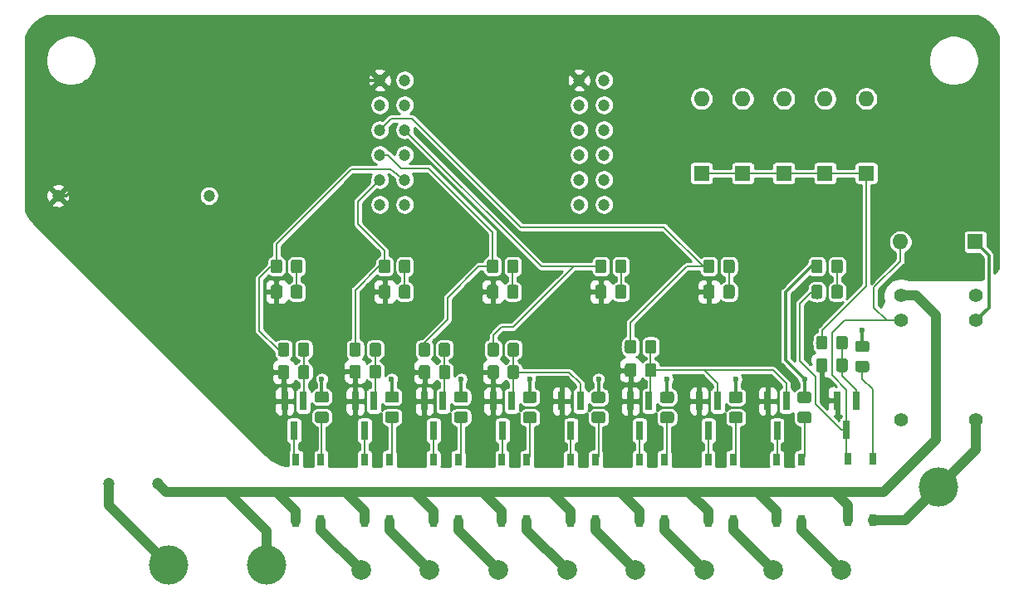
<source format=gbr>
G04 #@! TF.GenerationSoftware,KiCad,Pcbnew,(5.1.5)-3*
G04 #@! TF.CreationDate,2020-04-03T18:33:56+02:00*
G04 #@! TF.ProjectId,Calefacci_n_CC2530,43616c65-6661-4636-9369-f36e5f434332,rev?*
G04 #@! TF.SameCoordinates,Original*
G04 #@! TF.FileFunction,Copper,L1,Top*
G04 #@! TF.FilePolarity,Positive*
%FSLAX46Y46*%
G04 Gerber Fmt 4.6, Leading zero omitted, Abs format (unit mm)*
G04 Created by KiCad (PCBNEW (5.1.5)-3) date 2020-04-03 18:33:56*
%MOMM*%
%LPD*%
G04 APERTURE LIST*
%ADD10R,0.800000X1.900000*%
%ADD11O,1.600000X1.600000*%
%ADD12R,1.600000X1.600000*%
%ADD13C,1.200000*%
%ADD14C,0.100000*%
%ADD15C,1.400000*%
%ADD16R,0.800000X1.200000*%
%ADD17C,2.000000*%
%ADD18C,4.000000*%
%ADD19C,0.600000*%
%ADD20C,0.150000*%
%ADD21C,0.300000*%
%ADD22C,1.000000*%
%ADD23C,0.250000*%
%ADD24C,0.254000*%
G04 APERTURE END LIST*
D10*
X184100000Y-131200000D03*
X183150000Y-128200000D03*
X185050000Y-128200000D03*
D11*
X189580000Y-112000000D03*
D12*
X197200000Y-112000000D03*
D11*
X186100000Y-97380000D03*
D12*
X186100000Y-105000000D03*
D11*
X181900000Y-97380000D03*
D12*
X181900000Y-105000000D03*
D11*
X177700000Y-97380000D03*
D12*
X177700000Y-105000000D03*
D11*
X173500000Y-97380000D03*
D12*
X173500000Y-105000000D03*
D11*
X169300000Y-97380000D03*
D12*
X169300000Y-105000000D03*
D13*
X113900000Y-136700000D03*
X108900000Y-136700000D03*
X103700000Y-107300000D03*
X119100000Y-107300000D03*
G04 #@! TA.AperFunction,SMDPad,CuDef*
D14*
G36*
X128374505Y-116401204D02*
G01*
X128398773Y-116404804D01*
X128422572Y-116410765D01*
X128445671Y-116419030D01*
X128467850Y-116429520D01*
X128488893Y-116442132D01*
X128508599Y-116456747D01*
X128526777Y-116473223D01*
X128543253Y-116491401D01*
X128557868Y-116511107D01*
X128570480Y-116532150D01*
X128580970Y-116554329D01*
X128589235Y-116577428D01*
X128595196Y-116601227D01*
X128598796Y-116625495D01*
X128600000Y-116649999D01*
X128600000Y-117550001D01*
X128598796Y-117574505D01*
X128595196Y-117598773D01*
X128589235Y-117622572D01*
X128580970Y-117645671D01*
X128570480Y-117667850D01*
X128557868Y-117688893D01*
X128543253Y-117708599D01*
X128526777Y-117726777D01*
X128508599Y-117743253D01*
X128488893Y-117757868D01*
X128467850Y-117770480D01*
X128445671Y-117780970D01*
X128422572Y-117789235D01*
X128398773Y-117795196D01*
X128374505Y-117798796D01*
X128350001Y-117800000D01*
X127699999Y-117800000D01*
X127675495Y-117798796D01*
X127651227Y-117795196D01*
X127627428Y-117789235D01*
X127604329Y-117780970D01*
X127582150Y-117770480D01*
X127561107Y-117757868D01*
X127541401Y-117743253D01*
X127523223Y-117726777D01*
X127506747Y-117708599D01*
X127492132Y-117688893D01*
X127479520Y-117667850D01*
X127469030Y-117645671D01*
X127460765Y-117622572D01*
X127454804Y-117598773D01*
X127451204Y-117574505D01*
X127450000Y-117550001D01*
X127450000Y-116649999D01*
X127451204Y-116625495D01*
X127454804Y-116601227D01*
X127460765Y-116577428D01*
X127469030Y-116554329D01*
X127479520Y-116532150D01*
X127492132Y-116511107D01*
X127506747Y-116491401D01*
X127523223Y-116473223D01*
X127541401Y-116456747D01*
X127561107Y-116442132D01*
X127582150Y-116429520D01*
X127604329Y-116419030D01*
X127627428Y-116410765D01*
X127651227Y-116404804D01*
X127675495Y-116401204D01*
X127699999Y-116400000D01*
X128350001Y-116400000D01*
X128374505Y-116401204D01*
G37*
G04 #@! TD.AperFunction*
G04 #@! TA.AperFunction,SMDPad,CuDef*
G36*
X126324505Y-116401204D02*
G01*
X126348773Y-116404804D01*
X126372572Y-116410765D01*
X126395671Y-116419030D01*
X126417850Y-116429520D01*
X126438893Y-116442132D01*
X126458599Y-116456747D01*
X126476777Y-116473223D01*
X126493253Y-116491401D01*
X126507868Y-116511107D01*
X126520480Y-116532150D01*
X126530970Y-116554329D01*
X126539235Y-116577428D01*
X126545196Y-116601227D01*
X126548796Y-116625495D01*
X126550000Y-116649999D01*
X126550000Y-117550001D01*
X126548796Y-117574505D01*
X126545196Y-117598773D01*
X126539235Y-117622572D01*
X126530970Y-117645671D01*
X126520480Y-117667850D01*
X126507868Y-117688893D01*
X126493253Y-117708599D01*
X126476777Y-117726777D01*
X126458599Y-117743253D01*
X126438893Y-117757868D01*
X126417850Y-117770480D01*
X126395671Y-117780970D01*
X126372572Y-117789235D01*
X126348773Y-117795196D01*
X126324505Y-117798796D01*
X126300001Y-117800000D01*
X125649999Y-117800000D01*
X125625495Y-117798796D01*
X125601227Y-117795196D01*
X125577428Y-117789235D01*
X125554329Y-117780970D01*
X125532150Y-117770480D01*
X125511107Y-117757868D01*
X125491401Y-117743253D01*
X125473223Y-117726777D01*
X125456747Y-117708599D01*
X125442132Y-117688893D01*
X125429520Y-117667850D01*
X125419030Y-117645671D01*
X125410765Y-117622572D01*
X125404804Y-117598773D01*
X125401204Y-117574505D01*
X125400000Y-117550001D01*
X125400000Y-116649999D01*
X125401204Y-116625495D01*
X125404804Y-116601227D01*
X125410765Y-116577428D01*
X125419030Y-116554329D01*
X125429520Y-116532150D01*
X125442132Y-116511107D01*
X125456747Y-116491401D01*
X125473223Y-116473223D01*
X125491401Y-116456747D01*
X125511107Y-116442132D01*
X125532150Y-116429520D01*
X125554329Y-116419030D01*
X125577428Y-116410765D01*
X125601227Y-116404804D01*
X125625495Y-116401204D01*
X125649999Y-116400000D01*
X126300001Y-116400000D01*
X126324505Y-116401204D01*
G37*
G04 #@! TD.AperFunction*
G04 #@! TA.AperFunction,SMDPad,CuDef*
G36*
X150414505Y-116401204D02*
G01*
X150438773Y-116404804D01*
X150462572Y-116410765D01*
X150485671Y-116419030D01*
X150507850Y-116429520D01*
X150528893Y-116442132D01*
X150548599Y-116456747D01*
X150566777Y-116473223D01*
X150583253Y-116491401D01*
X150597868Y-116511107D01*
X150610480Y-116532150D01*
X150620970Y-116554329D01*
X150629235Y-116577428D01*
X150635196Y-116601227D01*
X150638796Y-116625495D01*
X150640000Y-116649999D01*
X150640000Y-117550001D01*
X150638796Y-117574505D01*
X150635196Y-117598773D01*
X150629235Y-117622572D01*
X150620970Y-117645671D01*
X150610480Y-117667850D01*
X150597868Y-117688893D01*
X150583253Y-117708599D01*
X150566777Y-117726777D01*
X150548599Y-117743253D01*
X150528893Y-117757868D01*
X150507850Y-117770480D01*
X150485671Y-117780970D01*
X150462572Y-117789235D01*
X150438773Y-117795196D01*
X150414505Y-117798796D01*
X150390001Y-117800000D01*
X149739999Y-117800000D01*
X149715495Y-117798796D01*
X149691227Y-117795196D01*
X149667428Y-117789235D01*
X149644329Y-117780970D01*
X149622150Y-117770480D01*
X149601107Y-117757868D01*
X149581401Y-117743253D01*
X149563223Y-117726777D01*
X149546747Y-117708599D01*
X149532132Y-117688893D01*
X149519520Y-117667850D01*
X149509030Y-117645671D01*
X149500765Y-117622572D01*
X149494804Y-117598773D01*
X149491204Y-117574505D01*
X149490000Y-117550001D01*
X149490000Y-116649999D01*
X149491204Y-116625495D01*
X149494804Y-116601227D01*
X149500765Y-116577428D01*
X149509030Y-116554329D01*
X149519520Y-116532150D01*
X149532132Y-116511107D01*
X149546747Y-116491401D01*
X149563223Y-116473223D01*
X149581401Y-116456747D01*
X149601107Y-116442132D01*
X149622150Y-116429520D01*
X149644329Y-116419030D01*
X149667428Y-116410765D01*
X149691227Y-116404804D01*
X149715495Y-116401204D01*
X149739999Y-116400000D01*
X150390001Y-116400000D01*
X150414505Y-116401204D01*
G37*
G04 #@! TD.AperFunction*
G04 #@! TA.AperFunction,SMDPad,CuDef*
G36*
X148364505Y-116401204D02*
G01*
X148388773Y-116404804D01*
X148412572Y-116410765D01*
X148435671Y-116419030D01*
X148457850Y-116429520D01*
X148478893Y-116442132D01*
X148498599Y-116456747D01*
X148516777Y-116473223D01*
X148533253Y-116491401D01*
X148547868Y-116511107D01*
X148560480Y-116532150D01*
X148570970Y-116554329D01*
X148579235Y-116577428D01*
X148585196Y-116601227D01*
X148588796Y-116625495D01*
X148590000Y-116649999D01*
X148590000Y-117550001D01*
X148588796Y-117574505D01*
X148585196Y-117598773D01*
X148579235Y-117622572D01*
X148570970Y-117645671D01*
X148560480Y-117667850D01*
X148547868Y-117688893D01*
X148533253Y-117708599D01*
X148516777Y-117726777D01*
X148498599Y-117743253D01*
X148478893Y-117757868D01*
X148457850Y-117770480D01*
X148435671Y-117780970D01*
X148412572Y-117789235D01*
X148388773Y-117795196D01*
X148364505Y-117798796D01*
X148340001Y-117800000D01*
X147689999Y-117800000D01*
X147665495Y-117798796D01*
X147641227Y-117795196D01*
X147617428Y-117789235D01*
X147594329Y-117780970D01*
X147572150Y-117770480D01*
X147551107Y-117757868D01*
X147531401Y-117743253D01*
X147513223Y-117726777D01*
X147496747Y-117708599D01*
X147482132Y-117688893D01*
X147469520Y-117667850D01*
X147459030Y-117645671D01*
X147450765Y-117622572D01*
X147444804Y-117598773D01*
X147441204Y-117574505D01*
X147440000Y-117550001D01*
X147440000Y-116649999D01*
X147441204Y-116625495D01*
X147444804Y-116601227D01*
X147450765Y-116577428D01*
X147459030Y-116554329D01*
X147469520Y-116532150D01*
X147482132Y-116511107D01*
X147496747Y-116491401D01*
X147513223Y-116473223D01*
X147531401Y-116456747D01*
X147551107Y-116442132D01*
X147572150Y-116429520D01*
X147594329Y-116419030D01*
X147617428Y-116410765D01*
X147641227Y-116404804D01*
X147665495Y-116401204D01*
X147689999Y-116400000D01*
X148340001Y-116400000D01*
X148364505Y-116401204D01*
G37*
G04 #@! TD.AperFunction*
G04 #@! TA.AperFunction,SMDPad,CuDef*
G36*
X137344505Y-116401204D02*
G01*
X137368773Y-116404804D01*
X137392572Y-116410765D01*
X137415671Y-116419030D01*
X137437850Y-116429520D01*
X137458893Y-116442132D01*
X137478599Y-116456747D01*
X137496777Y-116473223D01*
X137513253Y-116491401D01*
X137527868Y-116511107D01*
X137540480Y-116532150D01*
X137550970Y-116554329D01*
X137559235Y-116577428D01*
X137565196Y-116601227D01*
X137568796Y-116625495D01*
X137570000Y-116649999D01*
X137570000Y-117550001D01*
X137568796Y-117574505D01*
X137565196Y-117598773D01*
X137559235Y-117622572D01*
X137550970Y-117645671D01*
X137540480Y-117667850D01*
X137527868Y-117688893D01*
X137513253Y-117708599D01*
X137496777Y-117726777D01*
X137478599Y-117743253D01*
X137458893Y-117757868D01*
X137437850Y-117770480D01*
X137415671Y-117780970D01*
X137392572Y-117789235D01*
X137368773Y-117795196D01*
X137344505Y-117798796D01*
X137320001Y-117800000D01*
X136669999Y-117800000D01*
X136645495Y-117798796D01*
X136621227Y-117795196D01*
X136597428Y-117789235D01*
X136574329Y-117780970D01*
X136552150Y-117770480D01*
X136531107Y-117757868D01*
X136511401Y-117743253D01*
X136493223Y-117726777D01*
X136476747Y-117708599D01*
X136462132Y-117688893D01*
X136449520Y-117667850D01*
X136439030Y-117645671D01*
X136430765Y-117622572D01*
X136424804Y-117598773D01*
X136421204Y-117574505D01*
X136420000Y-117550001D01*
X136420000Y-116649999D01*
X136421204Y-116625495D01*
X136424804Y-116601227D01*
X136430765Y-116577428D01*
X136439030Y-116554329D01*
X136449520Y-116532150D01*
X136462132Y-116511107D01*
X136476747Y-116491401D01*
X136493223Y-116473223D01*
X136511401Y-116456747D01*
X136531107Y-116442132D01*
X136552150Y-116429520D01*
X136574329Y-116419030D01*
X136597428Y-116410765D01*
X136621227Y-116404804D01*
X136645495Y-116401204D01*
X136669999Y-116400000D01*
X137320001Y-116400000D01*
X137344505Y-116401204D01*
G37*
G04 #@! TD.AperFunction*
G04 #@! TA.AperFunction,SMDPad,CuDef*
G36*
X139394505Y-116401204D02*
G01*
X139418773Y-116404804D01*
X139442572Y-116410765D01*
X139465671Y-116419030D01*
X139487850Y-116429520D01*
X139508893Y-116442132D01*
X139528599Y-116456747D01*
X139546777Y-116473223D01*
X139563253Y-116491401D01*
X139577868Y-116511107D01*
X139590480Y-116532150D01*
X139600970Y-116554329D01*
X139609235Y-116577428D01*
X139615196Y-116601227D01*
X139618796Y-116625495D01*
X139620000Y-116649999D01*
X139620000Y-117550001D01*
X139618796Y-117574505D01*
X139615196Y-117598773D01*
X139609235Y-117622572D01*
X139600970Y-117645671D01*
X139590480Y-117667850D01*
X139577868Y-117688893D01*
X139563253Y-117708599D01*
X139546777Y-117726777D01*
X139528599Y-117743253D01*
X139508893Y-117757868D01*
X139487850Y-117770480D01*
X139465671Y-117780970D01*
X139442572Y-117789235D01*
X139418773Y-117795196D01*
X139394505Y-117798796D01*
X139370001Y-117800000D01*
X138719999Y-117800000D01*
X138695495Y-117798796D01*
X138671227Y-117795196D01*
X138647428Y-117789235D01*
X138624329Y-117780970D01*
X138602150Y-117770480D01*
X138581107Y-117757868D01*
X138561401Y-117743253D01*
X138543223Y-117726777D01*
X138526747Y-117708599D01*
X138512132Y-117688893D01*
X138499520Y-117667850D01*
X138489030Y-117645671D01*
X138480765Y-117622572D01*
X138474804Y-117598773D01*
X138471204Y-117574505D01*
X138470000Y-117550001D01*
X138470000Y-116649999D01*
X138471204Y-116625495D01*
X138474804Y-116601227D01*
X138480765Y-116577428D01*
X138489030Y-116554329D01*
X138499520Y-116532150D01*
X138512132Y-116511107D01*
X138526747Y-116491401D01*
X138543223Y-116473223D01*
X138561401Y-116456747D01*
X138581107Y-116442132D01*
X138602150Y-116429520D01*
X138624329Y-116419030D01*
X138647428Y-116410765D01*
X138671227Y-116404804D01*
X138695495Y-116401204D01*
X138719999Y-116400000D01*
X139370001Y-116400000D01*
X139394505Y-116401204D01*
G37*
G04 #@! TD.AperFunction*
G04 #@! TA.AperFunction,SMDPad,CuDef*
G36*
X159384505Y-116401204D02*
G01*
X159408773Y-116404804D01*
X159432572Y-116410765D01*
X159455671Y-116419030D01*
X159477850Y-116429520D01*
X159498893Y-116442132D01*
X159518599Y-116456747D01*
X159536777Y-116473223D01*
X159553253Y-116491401D01*
X159567868Y-116511107D01*
X159580480Y-116532150D01*
X159590970Y-116554329D01*
X159599235Y-116577428D01*
X159605196Y-116601227D01*
X159608796Y-116625495D01*
X159610000Y-116649999D01*
X159610000Y-117550001D01*
X159608796Y-117574505D01*
X159605196Y-117598773D01*
X159599235Y-117622572D01*
X159590970Y-117645671D01*
X159580480Y-117667850D01*
X159567868Y-117688893D01*
X159553253Y-117708599D01*
X159536777Y-117726777D01*
X159518599Y-117743253D01*
X159498893Y-117757868D01*
X159477850Y-117770480D01*
X159455671Y-117780970D01*
X159432572Y-117789235D01*
X159408773Y-117795196D01*
X159384505Y-117798796D01*
X159360001Y-117800000D01*
X158709999Y-117800000D01*
X158685495Y-117798796D01*
X158661227Y-117795196D01*
X158637428Y-117789235D01*
X158614329Y-117780970D01*
X158592150Y-117770480D01*
X158571107Y-117757868D01*
X158551401Y-117743253D01*
X158533223Y-117726777D01*
X158516747Y-117708599D01*
X158502132Y-117688893D01*
X158489520Y-117667850D01*
X158479030Y-117645671D01*
X158470765Y-117622572D01*
X158464804Y-117598773D01*
X158461204Y-117574505D01*
X158460000Y-117550001D01*
X158460000Y-116649999D01*
X158461204Y-116625495D01*
X158464804Y-116601227D01*
X158470765Y-116577428D01*
X158479030Y-116554329D01*
X158489520Y-116532150D01*
X158502132Y-116511107D01*
X158516747Y-116491401D01*
X158533223Y-116473223D01*
X158551401Y-116456747D01*
X158571107Y-116442132D01*
X158592150Y-116429520D01*
X158614329Y-116419030D01*
X158637428Y-116410765D01*
X158661227Y-116404804D01*
X158685495Y-116401204D01*
X158709999Y-116400000D01*
X159360001Y-116400000D01*
X159384505Y-116401204D01*
G37*
G04 #@! TD.AperFunction*
G04 #@! TA.AperFunction,SMDPad,CuDef*
G36*
X161434505Y-116401204D02*
G01*
X161458773Y-116404804D01*
X161482572Y-116410765D01*
X161505671Y-116419030D01*
X161527850Y-116429520D01*
X161548893Y-116442132D01*
X161568599Y-116456747D01*
X161586777Y-116473223D01*
X161603253Y-116491401D01*
X161617868Y-116511107D01*
X161630480Y-116532150D01*
X161640970Y-116554329D01*
X161649235Y-116577428D01*
X161655196Y-116601227D01*
X161658796Y-116625495D01*
X161660000Y-116649999D01*
X161660000Y-117550001D01*
X161658796Y-117574505D01*
X161655196Y-117598773D01*
X161649235Y-117622572D01*
X161640970Y-117645671D01*
X161630480Y-117667850D01*
X161617868Y-117688893D01*
X161603253Y-117708599D01*
X161586777Y-117726777D01*
X161568599Y-117743253D01*
X161548893Y-117757868D01*
X161527850Y-117770480D01*
X161505671Y-117780970D01*
X161482572Y-117789235D01*
X161458773Y-117795196D01*
X161434505Y-117798796D01*
X161410001Y-117800000D01*
X160759999Y-117800000D01*
X160735495Y-117798796D01*
X160711227Y-117795196D01*
X160687428Y-117789235D01*
X160664329Y-117780970D01*
X160642150Y-117770480D01*
X160621107Y-117757868D01*
X160601401Y-117743253D01*
X160583223Y-117726777D01*
X160566747Y-117708599D01*
X160552132Y-117688893D01*
X160539520Y-117667850D01*
X160529030Y-117645671D01*
X160520765Y-117622572D01*
X160514804Y-117598773D01*
X160511204Y-117574505D01*
X160510000Y-117550001D01*
X160510000Y-116649999D01*
X160511204Y-116625495D01*
X160514804Y-116601227D01*
X160520765Y-116577428D01*
X160529030Y-116554329D01*
X160539520Y-116532150D01*
X160552132Y-116511107D01*
X160566747Y-116491401D01*
X160583223Y-116473223D01*
X160601401Y-116456747D01*
X160621107Y-116442132D01*
X160642150Y-116429520D01*
X160664329Y-116419030D01*
X160687428Y-116410765D01*
X160711227Y-116404804D01*
X160735495Y-116401204D01*
X160759999Y-116400000D01*
X161410001Y-116400000D01*
X161434505Y-116401204D01*
G37*
G04 #@! TD.AperFunction*
G04 #@! TA.AperFunction,SMDPad,CuDef*
G36*
X172454505Y-116401204D02*
G01*
X172478773Y-116404804D01*
X172502572Y-116410765D01*
X172525671Y-116419030D01*
X172547850Y-116429520D01*
X172568893Y-116442132D01*
X172588599Y-116456747D01*
X172606777Y-116473223D01*
X172623253Y-116491401D01*
X172637868Y-116511107D01*
X172650480Y-116532150D01*
X172660970Y-116554329D01*
X172669235Y-116577428D01*
X172675196Y-116601227D01*
X172678796Y-116625495D01*
X172680000Y-116649999D01*
X172680000Y-117550001D01*
X172678796Y-117574505D01*
X172675196Y-117598773D01*
X172669235Y-117622572D01*
X172660970Y-117645671D01*
X172650480Y-117667850D01*
X172637868Y-117688893D01*
X172623253Y-117708599D01*
X172606777Y-117726777D01*
X172588599Y-117743253D01*
X172568893Y-117757868D01*
X172547850Y-117770480D01*
X172525671Y-117780970D01*
X172502572Y-117789235D01*
X172478773Y-117795196D01*
X172454505Y-117798796D01*
X172430001Y-117800000D01*
X171779999Y-117800000D01*
X171755495Y-117798796D01*
X171731227Y-117795196D01*
X171707428Y-117789235D01*
X171684329Y-117780970D01*
X171662150Y-117770480D01*
X171641107Y-117757868D01*
X171621401Y-117743253D01*
X171603223Y-117726777D01*
X171586747Y-117708599D01*
X171572132Y-117688893D01*
X171559520Y-117667850D01*
X171549030Y-117645671D01*
X171540765Y-117622572D01*
X171534804Y-117598773D01*
X171531204Y-117574505D01*
X171530000Y-117550001D01*
X171530000Y-116649999D01*
X171531204Y-116625495D01*
X171534804Y-116601227D01*
X171540765Y-116577428D01*
X171549030Y-116554329D01*
X171559520Y-116532150D01*
X171572132Y-116511107D01*
X171586747Y-116491401D01*
X171603223Y-116473223D01*
X171621401Y-116456747D01*
X171641107Y-116442132D01*
X171662150Y-116429520D01*
X171684329Y-116419030D01*
X171707428Y-116410765D01*
X171731227Y-116404804D01*
X171755495Y-116401204D01*
X171779999Y-116400000D01*
X172430001Y-116400000D01*
X172454505Y-116401204D01*
G37*
G04 #@! TD.AperFunction*
G04 #@! TA.AperFunction,SMDPad,CuDef*
G36*
X170404505Y-116401204D02*
G01*
X170428773Y-116404804D01*
X170452572Y-116410765D01*
X170475671Y-116419030D01*
X170497850Y-116429520D01*
X170518893Y-116442132D01*
X170538599Y-116456747D01*
X170556777Y-116473223D01*
X170573253Y-116491401D01*
X170587868Y-116511107D01*
X170600480Y-116532150D01*
X170610970Y-116554329D01*
X170619235Y-116577428D01*
X170625196Y-116601227D01*
X170628796Y-116625495D01*
X170630000Y-116649999D01*
X170630000Y-117550001D01*
X170628796Y-117574505D01*
X170625196Y-117598773D01*
X170619235Y-117622572D01*
X170610970Y-117645671D01*
X170600480Y-117667850D01*
X170587868Y-117688893D01*
X170573253Y-117708599D01*
X170556777Y-117726777D01*
X170538599Y-117743253D01*
X170518893Y-117757868D01*
X170497850Y-117770480D01*
X170475671Y-117780970D01*
X170452572Y-117789235D01*
X170428773Y-117795196D01*
X170404505Y-117798796D01*
X170380001Y-117800000D01*
X169729999Y-117800000D01*
X169705495Y-117798796D01*
X169681227Y-117795196D01*
X169657428Y-117789235D01*
X169634329Y-117780970D01*
X169612150Y-117770480D01*
X169591107Y-117757868D01*
X169571401Y-117743253D01*
X169553223Y-117726777D01*
X169536747Y-117708599D01*
X169522132Y-117688893D01*
X169509520Y-117667850D01*
X169499030Y-117645671D01*
X169490765Y-117622572D01*
X169484804Y-117598773D01*
X169481204Y-117574505D01*
X169480000Y-117550001D01*
X169480000Y-116649999D01*
X169481204Y-116625495D01*
X169484804Y-116601227D01*
X169490765Y-116577428D01*
X169499030Y-116554329D01*
X169509520Y-116532150D01*
X169522132Y-116511107D01*
X169536747Y-116491401D01*
X169553223Y-116473223D01*
X169571401Y-116456747D01*
X169591107Y-116442132D01*
X169612150Y-116429520D01*
X169634329Y-116419030D01*
X169657428Y-116410765D01*
X169681227Y-116404804D01*
X169705495Y-116401204D01*
X169729999Y-116400000D01*
X170380001Y-116400000D01*
X170404505Y-116401204D01*
G37*
G04 #@! TD.AperFunction*
G04 #@! TA.AperFunction,SMDPad,CuDef*
G36*
X181424505Y-116401204D02*
G01*
X181448773Y-116404804D01*
X181472572Y-116410765D01*
X181495671Y-116419030D01*
X181517850Y-116429520D01*
X181538893Y-116442132D01*
X181558599Y-116456747D01*
X181576777Y-116473223D01*
X181593253Y-116491401D01*
X181607868Y-116511107D01*
X181620480Y-116532150D01*
X181630970Y-116554329D01*
X181639235Y-116577428D01*
X181645196Y-116601227D01*
X181648796Y-116625495D01*
X181650000Y-116649999D01*
X181650000Y-117550001D01*
X181648796Y-117574505D01*
X181645196Y-117598773D01*
X181639235Y-117622572D01*
X181630970Y-117645671D01*
X181620480Y-117667850D01*
X181607868Y-117688893D01*
X181593253Y-117708599D01*
X181576777Y-117726777D01*
X181558599Y-117743253D01*
X181538893Y-117757868D01*
X181517850Y-117770480D01*
X181495671Y-117780970D01*
X181472572Y-117789235D01*
X181448773Y-117795196D01*
X181424505Y-117798796D01*
X181400001Y-117800000D01*
X180749999Y-117800000D01*
X180725495Y-117798796D01*
X180701227Y-117795196D01*
X180677428Y-117789235D01*
X180654329Y-117780970D01*
X180632150Y-117770480D01*
X180611107Y-117757868D01*
X180591401Y-117743253D01*
X180573223Y-117726777D01*
X180556747Y-117708599D01*
X180542132Y-117688893D01*
X180529520Y-117667850D01*
X180519030Y-117645671D01*
X180510765Y-117622572D01*
X180504804Y-117598773D01*
X180501204Y-117574505D01*
X180500000Y-117550001D01*
X180500000Y-116649999D01*
X180501204Y-116625495D01*
X180504804Y-116601227D01*
X180510765Y-116577428D01*
X180519030Y-116554329D01*
X180529520Y-116532150D01*
X180542132Y-116511107D01*
X180556747Y-116491401D01*
X180573223Y-116473223D01*
X180591401Y-116456747D01*
X180611107Y-116442132D01*
X180632150Y-116429520D01*
X180654329Y-116419030D01*
X180677428Y-116410765D01*
X180701227Y-116404804D01*
X180725495Y-116401204D01*
X180749999Y-116400000D01*
X181400001Y-116400000D01*
X181424505Y-116401204D01*
G37*
G04 #@! TD.AperFunction*
G04 #@! TA.AperFunction,SMDPad,CuDef*
G36*
X183474505Y-116401204D02*
G01*
X183498773Y-116404804D01*
X183522572Y-116410765D01*
X183545671Y-116419030D01*
X183567850Y-116429520D01*
X183588893Y-116442132D01*
X183608599Y-116456747D01*
X183626777Y-116473223D01*
X183643253Y-116491401D01*
X183657868Y-116511107D01*
X183670480Y-116532150D01*
X183680970Y-116554329D01*
X183689235Y-116577428D01*
X183695196Y-116601227D01*
X183698796Y-116625495D01*
X183700000Y-116649999D01*
X183700000Y-117550001D01*
X183698796Y-117574505D01*
X183695196Y-117598773D01*
X183689235Y-117622572D01*
X183680970Y-117645671D01*
X183670480Y-117667850D01*
X183657868Y-117688893D01*
X183643253Y-117708599D01*
X183626777Y-117726777D01*
X183608599Y-117743253D01*
X183588893Y-117757868D01*
X183567850Y-117770480D01*
X183545671Y-117780970D01*
X183522572Y-117789235D01*
X183498773Y-117795196D01*
X183474505Y-117798796D01*
X183450001Y-117800000D01*
X182799999Y-117800000D01*
X182775495Y-117798796D01*
X182751227Y-117795196D01*
X182727428Y-117789235D01*
X182704329Y-117780970D01*
X182682150Y-117770480D01*
X182661107Y-117757868D01*
X182641401Y-117743253D01*
X182623223Y-117726777D01*
X182606747Y-117708599D01*
X182592132Y-117688893D01*
X182579520Y-117667850D01*
X182569030Y-117645671D01*
X182560765Y-117622572D01*
X182554804Y-117598773D01*
X182551204Y-117574505D01*
X182550000Y-117550001D01*
X182550000Y-116649999D01*
X182551204Y-116625495D01*
X182554804Y-116601227D01*
X182560765Y-116577428D01*
X182569030Y-116554329D01*
X182579520Y-116532150D01*
X182592132Y-116511107D01*
X182606747Y-116491401D01*
X182623223Y-116473223D01*
X182641401Y-116456747D01*
X182661107Y-116442132D01*
X182682150Y-116429520D01*
X182704329Y-116419030D01*
X182727428Y-116410765D01*
X182751227Y-116404804D01*
X182775495Y-116401204D01*
X182799999Y-116400000D01*
X183450001Y-116400000D01*
X183474505Y-116401204D01*
G37*
G04 #@! TD.AperFunction*
D15*
X189640000Y-120040000D03*
X197260000Y-120040000D03*
X189640000Y-117500000D03*
X197260000Y-117500000D03*
X197260000Y-130200000D03*
X189640000Y-130200000D03*
G04 #@! TA.AperFunction,SMDPad,CuDef*
D14*
G36*
X128374505Y-113801204D02*
G01*
X128398773Y-113804804D01*
X128422572Y-113810765D01*
X128445671Y-113819030D01*
X128467850Y-113829520D01*
X128488893Y-113842132D01*
X128508599Y-113856747D01*
X128526777Y-113873223D01*
X128543253Y-113891401D01*
X128557868Y-113911107D01*
X128570480Y-113932150D01*
X128580970Y-113954329D01*
X128589235Y-113977428D01*
X128595196Y-114001227D01*
X128598796Y-114025495D01*
X128600000Y-114049999D01*
X128600000Y-114950001D01*
X128598796Y-114974505D01*
X128595196Y-114998773D01*
X128589235Y-115022572D01*
X128580970Y-115045671D01*
X128570480Y-115067850D01*
X128557868Y-115088893D01*
X128543253Y-115108599D01*
X128526777Y-115126777D01*
X128508599Y-115143253D01*
X128488893Y-115157868D01*
X128467850Y-115170480D01*
X128445671Y-115180970D01*
X128422572Y-115189235D01*
X128398773Y-115195196D01*
X128374505Y-115198796D01*
X128350001Y-115200000D01*
X127699999Y-115200000D01*
X127675495Y-115198796D01*
X127651227Y-115195196D01*
X127627428Y-115189235D01*
X127604329Y-115180970D01*
X127582150Y-115170480D01*
X127561107Y-115157868D01*
X127541401Y-115143253D01*
X127523223Y-115126777D01*
X127506747Y-115108599D01*
X127492132Y-115088893D01*
X127479520Y-115067850D01*
X127469030Y-115045671D01*
X127460765Y-115022572D01*
X127454804Y-114998773D01*
X127451204Y-114974505D01*
X127450000Y-114950001D01*
X127450000Y-114049999D01*
X127451204Y-114025495D01*
X127454804Y-114001227D01*
X127460765Y-113977428D01*
X127469030Y-113954329D01*
X127479520Y-113932150D01*
X127492132Y-113911107D01*
X127506747Y-113891401D01*
X127523223Y-113873223D01*
X127541401Y-113856747D01*
X127561107Y-113842132D01*
X127582150Y-113829520D01*
X127604329Y-113819030D01*
X127627428Y-113810765D01*
X127651227Y-113804804D01*
X127675495Y-113801204D01*
X127699999Y-113800000D01*
X128350001Y-113800000D01*
X128374505Y-113801204D01*
G37*
G04 #@! TD.AperFunction*
G04 #@! TA.AperFunction,SMDPad,CuDef*
G36*
X126324505Y-113801204D02*
G01*
X126348773Y-113804804D01*
X126372572Y-113810765D01*
X126395671Y-113819030D01*
X126417850Y-113829520D01*
X126438893Y-113842132D01*
X126458599Y-113856747D01*
X126476777Y-113873223D01*
X126493253Y-113891401D01*
X126507868Y-113911107D01*
X126520480Y-113932150D01*
X126530970Y-113954329D01*
X126539235Y-113977428D01*
X126545196Y-114001227D01*
X126548796Y-114025495D01*
X126550000Y-114049999D01*
X126550000Y-114950001D01*
X126548796Y-114974505D01*
X126545196Y-114998773D01*
X126539235Y-115022572D01*
X126530970Y-115045671D01*
X126520480Y-115067850D01*
X126507868Y-115088893D01*
X126493253Y-115108599D01*
X126476777Y-115126777D01*
X126458599Y-115143253D01*
X126438893Y-115157868D01*
X126417850Y-115170480D01*
X126395671Y-115180970D01*
X126372572Y-115189235D01*
X126348773Y-115195196D01*
X126324505Y-115198796D01*
X126300001Y-115200000D01*
X125649999Y-115200000D01*
X125625495Y-115198796D01*
X125601227Y-115195196D01*
X125577428Y-115189235D01*
X125554329Y-115180970D01*
X125532150Y-115170480D01*
X125511107Y-115157868D01*
X125491401Y-115143253D01*
X125473223Y-115126777D01*
X125456747Y-115108599D01*
X125442132Y-115088893D01*
X125429520Y-115067850D01*
X125419030Y-115045671D01*
X125410765Y-115022572D01*
X125404804Y-114998773D01*
X125401204Y-114974505D01*
X125400000Y-114950001D01*
X125400000Y-114049999D01*
X125401204Y-114025495D01*
X125404804Y-114001227D01*
X125410765Y-113977428D01*
X125419030Y-113954329D01*
X125429520Y-113932150D01*
X125442132Y-113911107D01*
X125456747Y-113891401D01*
X125473223Y-113873223D01*
X125491401Y-113856747D01*
X125511107Y-113842132D01*
X125532150Y-113829520D01*
X125554329Y-113819030D01*
X125577428Y-113810765D01*
X125601227Y-113804804D01*
X125625495Y-113801204D01*
X125649999Y-113800000D01*
X126300001Y-113800000D01*
X126324505Y-113801204D01*
G37*
G04 #@! TD.AperFunction*
G04 #@! TA.AperFunction,SMDPad,CuDef*
G36*
X131074505Y-129326204D02*
G01*
X131098773Y-129329804D01*
X131122572Y-129335765D01*
X131145671Y-129344030D01*
X131167850Y-129354520D01*
X131188893Y-129367132D01*
X131208599Y-129381747D01*
X131226777Y-129398223D01*
X131243253Y-129416401D01*
X131257868Y-129436107D01*
X131270480Y-129457150D01*
X131280970Y-129479329D01*
X131289235Y-129502428D01*
X131295196Y-129526227D01*
X131298796Y-129550495D01*
X131300000Y-129574999D01*
X131300000Y-130225001D01*
X131298796Y-130249505D01*
X131295196Y-130273773D01*
X131289235Y-130297572D01*
X131280970Y-130320671D01*
X131270480Y-130342850D01*
X131257868Y-130363893D01*
X131243253Y-130383599D01*
X131226777Y-130401777D01*
X131208599Y-130418253D01*
X131188893Y-130432868D01*
X131167850Y-130445480D01*
X131145671Y-130455970D01*
X131122572Y-130464235D01*
X131098773Y-130470196D01*
X131074505Y-130473796D01*
X131050001Y-130475000D01*
X130149999Y-130475000D01*
X130125495Y-130473796D01*
X130101227Y-130470196D01*
X130077428Y-130464235D01*
X130054329Y-130455970D01*
X130032150Y-130445480D01*
X130011107Y-130432868D01*
X129991401Y-130418253D01*
X129973223Y-130401777D01*
X129956747Y-130383599D01*
X129942132Y-130363893D01*
X129929520Y-130342850D01*
X129919030Y-130320671D01*
X129910765Y-130297572D01*
X129904804Y-130273773D01*
X129901204Y-130249505D01*
X129900000Y-130225001D01*
X129900000Y-129574999D01*
X129901204Y-129550495D01*
X129904804Y-129526227D01*
X129910765Y-129502428D01*
X129919030Y-129479329D01*
X129929520Y-129457150D01*
X129942132Y-129436107D01*
X129956747Y-129416401D01*
X129973223Y-129398223D01*
X129991401Y-129381747D01*
X130011107Y-129367132D01*
X130032150Y-129354520D01*
X130054329Y-129344030D01*
X130077428Y-129335765D01*
X130101227Y-129329804D01*
X130125495Y-129326204D01*
X130149999Y-129325000D01*
X131050001Y-129325000D01*
X131074505Y-129326204D01*
G37*
G04 #@! TD.AperFunction*
G04 #@! TA.AperFunction,SMDPad,CuDef*
G36*
X131074505Y-127276204D02*
G01*
X131098773Y-127279804D01*
X131122572Y-127285765D01*
X131145671Y-127294030D01*
X131167850Y-127304520D01*
X131188893Y-127317132D01*
X131208599Y-127331747D01*
X131226777Y-127348223D01*
X131243253Y-127366401D01*
X131257868Y-127386107D01*
X131270480Y-127407150D01*
X131280970Y-127429329D01*
X131289235Y-127452428D01*
X131295196Y-127476227D01*
X131298796Y-127500495D01*
X131300000Y-127524999D01*
X131300000Y-128175001D01*
X131298796Y-128199505D01*
X131295196Y-128223773D01*
X131289235Y-128247572D01*
X131280970Y-128270671D01*
X131270480Y-128292850D01*
X131257868Y-128313893D01*
X131243253Y-128333599D01*
X131226777Y-128351777D01*
X131208599Y-128368253D01*
X131188893Y-128382868D01*
X131167850Y-128395480D01*
X131145671Y-128405970D01*
X131122572Y-128414235D01*
X131098773Y-128420196D01*
X131074505Y-128423796D01*
X131050001Y-128425000D01*
X130149999Y-128425000D01*
X130125495Y-128423796D01*
X130101227Y-128420196D01*
X130077428Y-128414235D01*
X130054329Y-128405970D01*
X130032150Y-128395480D01*
X130011107Y-128382868D01*
X129991401Y-128368253D01*
X129973223Y-128351777D01*
X129956747Y-128333599D01*
X129942132Y-128313893D01*
X129929520Y-128292850D01*
X129919030Y-128270671D01*
X129910765Y-128247572D01*
X129904804Y-128223773D01*
X129901204Y-128199505D01*
X129900000Y-128175001D01*
X129900000Y-127524999D01*
X129901204Y-127500495D01*
X129904804Y-127476227D01*
X129910765Y-127452428D01*
X129919030Y-127429329D01*
X129929520Y-127407150D01*
X129942132Y-127386107D01*
X129956747Y-127366401D01*
X129973223Y-127348223D01*
X129991401Y-127331747D01*
X130011107Y-127317132D01*
X130032150Y-127304520D01*
X130054329Y-127294030D01*
X130077428Y-127285765D01*
X130101227Y-127279804D01*
X130125495Y-127276204D01*
X130149999Y-127275000D01*
X131050001Y-127275000D01*
X131074505Y-127276204D01*
G37*
G04 #@! TD.AperFunction*
G04 #@! TA.AperFunction,SMDPad,CuDef*
G36*
X150414505Y-113801204D02*
G01*
X150438773Y-113804804D01*
X150462572Y-113810765D01*
X150485671Y-113819030D01*
X150507850Y-113829520D01*
X150528893Y-113842132D01*
X150548599Y-113856747D01*
X150566777Y-113873223D01*
X150583253Y-113891401D01*
X150597868Y-113911107D01*
X150610480Y-113932150D01*
X150620970Y-113954329D01*
X150629235Y-113977428D01*
X150635196Y-114001227D01*
X150638796Y-114025495D01*
X150640000Y-114049999D01*
X150640000Y-114950001D01*
X150638796Y-114974505D01*
X150635196Y-114998773D01*
X150629235Y-115022572D01*
X150620970Y-115045671D01*
X150610480Y-115067850D01*
X150597868Y-115088893D01*
X150583253Y-115108599D01*
X150566777Y-115126777D01*
X150548599Y-115143253D01*
X150528893Y-115157868D01*
X150507850Y-115170480D01*
X150485671Y-115180970D01*
X150462572Y-115189235D01*
X150438773Y-115195196D01*
X150414505Y-115198796D01*
X150390001Y-115200000D01*
X149739999Y-115200000D01*
X149715495Y-115198796D01*
X149691227Y-115195196D01*
X149667428Y-115189235D01*
X149644329Y-115180970D01*
X149622150Y-115170480D01*
X149601107Y-115157868D01*
X149581401Y-115143253D01*
X149563223Y-115126777D01*
X149546747Y-115108599D01*
X149532132Y-115088893D01*
X149519520Y-115067850D01*
X149509030Y-115045671D01*
X149500765Y-115022572D01*
X149494804Y-114998773D01*
X149491204Y-114974505D01*
X149490000Y-114950001D01*
X149490000Y-114049999D01*
X149491204Y-114025495D01*
X149494804Y-114001227D01*
X149500765Y-113977428D01*
X149509030Y-113954329D01*
X149519520Y-113932150D01*
X149532132Y-113911107D01*
X149546747Y-113891401D01*
X149563223Y-113873223D01*
X149581401Y-113856747D01*
X149601107Y-113842132D01*
X149622150Y-113829520D01*
X149644329Y-113819030D01*
X149667428Y-113810765D01*
X149691227Y-113804804D01*
X149715495Y-113801204D01*
X149739999Y-113800000D01*
X150390001Y-113800000D01*
X150414505Y-113801204D01*
G37*
G04 #@! TD.AperFunction*
G04 #@! TA.AperFunction,SMDPad,CuDef*
G36*
X148364505Y-113801204D02*
G01*
X148388773Y-113804804D01*
X148412572Y-113810765D01*
X148435671Y-113819030D01*
X148457850Y-113829520D01*
X148478893Y-113842132D01*
X148498599Y-113856747D01*
X148516777Y-113873223D01*
X148533253Y-113891401D01*
X148547868Y-113911107D01*
X148560480Y-113932150D01*
X148570970Y-113954329D01*
X148579235Y-113977428D01*
X148585196Y-114001227D01*
X148588796Y-114025495D01*
X148590000Y-114049999D01*
X148590000Y-114950001D01*
X148588796Y-114974505D01*
X148585196Y-114998773D01*
X148579235Y-115022572D01*
X148570970Y-115045671D01*
X148560480Y-115067850D01*
X148547868Y-115088893D01*
X148533253Y-115108599D01*
X148516777Y-115126777D01*
X148498599Y-115143253D01*
X148478893Y-115157868D01*
X148457850Y-115170480D01*
X148435671Y-115180970D01*
X148412572Y-115189235D01*
X148388773Y-115195196D01*
X148364505Y-115198796D01*
X148340001Y-115200000D01*
X147689999Y-115200000D01*
X147665495Y-115198796D01*
X147641227Y-115195196D01*
X147617428Y-115189235D01*
X147594329Y-115180970D01*
X147572150Y-115170480D01*
X147551107Y-115157868D01*
X147531401Y-115143253D01*
X147513223Y-115126777D01*
X147496747Y-115108599D01*
X147482132Y-115088893D01*
X147469520Y-115067850D01*
X147459030Y-115045671D01*
X147450765Y-115022572D01*
X147444804Y-114998773D01*
X147441204Y-114974505D01*
X147440000Y-114950001D01*
X147440000Y-114049999D01*
X147441204Y-114025495D01*
X147444804Y-114001227D01*
X147450765Y-113977428D01*
X147459030Y-113954329D01*
X147469520Y-113932150D01*
X147482132Y-113911107D01*
X147496747Y-113891401D01*
X147513223Y-113873223D01*
X147531401Y-113856747D01*
X147551107Y-113842132D01*
X147572150Y-113829520D01*
X147594329Y-113819030D01*
X147617428Y-113810765D01*
X147641227Y-113804804D01*
X147665495Y-113801204D01*
X147689999Y-113800000D01*
X148340001Y-113800000D01*
X148364505Y-113801204D01*
G37*
G04 #@! TD.AperFunction*
G04 #@! TA.AperFunction,SMDPad,CuDef*
G36*
X145274505Y-127276204D02*
G01*
X145298773Y-127279804D01*
X145322572Y-127285765D01*
X145345671Y-127294030D01*
X145367850Y-127304520D01*
X145388893Y-127317132D01*
X145408599Y-127331747D01*
X145426777Y-127348223D01*
X145443253Y-127366401D01*
X145457868Y-127386107D01*
X145470480Y-127407150D01*
X145480970Y-127429329D01*
X145489235Y-127452428D01*
X145495196Y-127476227D01*
X145498796Y-127500495D01*
X145500000Y-127524999D01*
X145500000Y-128175001D01*
X145498796Y-128199505D01*
X145495196Y-128223773D01*
X145489235Y-128247572D01*
X145480970Y-128270671D01*
X145470480Y-128292850D01*
X145457868Y-128313893D01*
X145443253Y-128333599D01*
X145426777Y-128351777D01*
X145408599Y-128368253D01*
X145388893Y-128382868D01*
X145367850Y-128395480D01*
X145345671Y-128405970D01*
X145322572Y-128414235D01*
X145298773Y-128420196D01*
X145274505Y-128423796D01*
X145250001Y-128425000D01*
X144349999Y-128425000D01*
X144325495Y-128423796D01*
X144301227Y-128420196D01*
X144277428Y-128414235D01*
X144254329Y-128405970D01*
X144232150Y-128395480D01*
X144211107Y-128382868D01*
X144191401Y-128368253D01*
X144173223Y-128351777D01*
X144156747Y-128333599D01*
X144142132Y-128313893D01*
X144129520Y-128292850D01*
X144119030Y-128270671D01*
X144110765Y-128247572D01*
X144104804Y-128223773D01*
X144101204Y-128199505D01*
X144100000Y-128175001D01*
X144100000Y-127524999D01*
X144101204Y-127500495D01*
X144104804Y-127476227D01*
X144110765Y-127452428D01*
X144119030Y-127429329D01*
X144129520Y-127407150D01*
X144142132Y-127386107D01*
X144156747Y-127366401D01*
X144173223Y-127348223D01*
X144191401Y-127331747D01*
X144211107Y-127317132D01*
X144232150Y-127304520D01*
X144254329Y-127294030D01*
X144277428Y-127285765D01*
X144301227Y-127279804D01*
X144325495Y-127276204D01*
X144349999Y-127275000D01*
X145250001Y-127275000D01*
X145274505Y-127276204D01*
G37*
G04 #@! TD.AperFunction*
G04 #@! TA.AperFunction,SMDPad,CuDef*
G36*
X145274505Y-129326204D02*
G01*
X145298773Y-129329804D01*
X145322572Y-129335765D01*
X145345671Y-129344030D01*
X145367850Y-129354520D01*
X145388893Y-129367132D01*
X145408599Y-129381747D01*
X145426777Y-129398223D01*
X145443253Y-129416401D01*
X145457868Y-129436107D01*
X145470480Y-129457150D01*
X145480970Y-129479329D01*
X145489235Y-129502428D01*
X145495196Y-129526227D01*
X145498796Y-129550495D01*
X145500000Y-129574999D01*
X145500000Y-130225001D01*
X145498796Y-130249505D01*
X145495196Y-130273773D01*
X145489235Y-130297572D01*
X145480970Y-130320671D01*
X145470480Y-130342850D01*
X145457868Y-130363893D01*
X145443253Y-130383599D01*
X145426777Y-130401777D01*
X145408599Y-130418253D01*
X145388893Y-130432868D01*
X145367850Y-130445480D01*
X145345671Y-130455970D01*
X145322572Y-130464235D01*
X145298773Y-130470196D01*
X145274505Y-130473796D01*
X145250001Y-130475000D01*
X144349999Y-130475000D01*
X144325495Y-130473796D01*
X144301227Y-130470196D01*
X144277428Y-130464235D01*
X144254329Y-130455970D01*
X144232150Y-130445480D01*
X144211107Y-130432868D01*
X144191401Y-130418253D01*
X144173223Y-130401777D01*
X144156747Y-130383599D01*
X144142132Y-130363893D01*
X144129520Y-130342850D01*
X144119030Y-130320671D01*
X144110765Y-130297572D01*
X144104804Y-130273773D01*
X144101204Y-130249505D01*
X144100000Y-130225001D01*
X144100000Y-129574999D01*
X144101204Y-129550495D01*
X144104804Y-129526227D01*
X144110765Y-129502428D01*
X144119030Y-129479329D01*
X144129520Y-129457150D01*
X144142132Y-129436107D01*
X144156747Y-129416401D01*
X144173223Y-129398223D01*
X144191401Y-129381747D01*
X144211107Y-129367132D01*
X144232150Y-129354520D01*
X144254329Y-129344030D01*
X144277428Y-129335765D01*
X144301227Y-129329804D01*
X144325495Y-129326204D01*
X144349999Y-129325000D01*
X145250001Y-129325000D01*
X145274505Y-129326204D01*
G37*
G04 #@! TD.AperFunction*
G04 #@! TA.AperFunction,SMDPad,CuDef*
G36*
X137344505Y-113801204D02*
G01*
X137368773Y-113804804D01*
X137392572Y-113810765D01*
X137415671Y-113819030D01*
X137437850Y-113829520D01*
X137458893Y-113842132D01*
X137478599Y-113856747D01*
X137496777Y-113873223D01*
X137513253Y-113891401D01*
X137527868Y-113911107D01*
X137540480Y-113932150D01*
X137550970Y-113954329D01*
X137559235Y-113977428D01*
X137565196Y-114001227D01*
X137568796Y-114025495D01*
X137570000Y-114049999D01*
X137570000Y-114950001D01*
X137568796Y-114974505D01*
X137565196Y-114998773D01*
X137559235Y-115022572D01*
X137550970Y-115045671D01*
X137540480Y-115067850D01*
X137527868Y-115088893D01*
X137513253Y-115108599D01*
X137496777Y-115126777D01*
X137478599Y-115143253D01*
X137458893Y-115157868D01*
X137437850Y-115170480D01*
X137415671Y-115180970D01*
X137392572Y-115189235D01*
X137368773Y-115195196D01*
X137344505Y-115198796D01*
X137320001Y-115200000D01*
X136669999Y-115200000D01*
X136645495Y-115198796D01*
X136621227Y-115195196D01*
X136597428Y-115189235D01*
X136574329Y-115180970D01*
X136552150Y-115170480D01*
X136531107Y-115157868D01*
X136511401Y-115143253D01*
X136493223Y-115126777D01*
X136476747Y-115108599D01*
X136462132Y-115088893D01*
X136449520Y-115067850D01*
X136439030Y-115045671D01*
X136430765Y-115022572D01*
X136424804Y-114998773D01*
X136421204Y-114974505D01*
X136420000Y-114950001D01*
X136420000Y-114049999D01*
X136421204Y-114025495D01*
X136424804Y-114001227D01*
X136430765Y-113977428D01*
X136439030Y-113954329D01*
X136449520Y-113932150D01*
X136462132Y-113911107D01*
X136476747Y-113891401D01*
X136493223Y-113873223D01*
X136511401Y-113856747D01*
X136531107Y-113842132D01*
X136552150Y-113829520D01*
X136574329Y-113819030D01*
X136597428Y-113810765D01*
X136621227Y-113804804D01*
X136645495Y-113801204D01*
X136669999Y-113800000D01*
X137320001Y-113800000D01*
X137344505Y-113801204D01*
G37*
G04 #@! TD.AperFunction*
G04 #@! TA.AperFunction,SMDPad,CuDef*
G36*
X139394505Y-113801204D02*
G01*
X139418773Y-113804804D01*
X139442572Y-113810765D01*
X139465671Y-113819030D01*
X139487850Y-113829520D01*
X139508893Y-113842132D01*
X139528599Y-113856747D01*
X139546777Y-113873223D01*
X139563253Y-113891401D01*
X139577868Y-113911107D01*
X139590480Y-113932150D01*
X139600970Y-113954329D01*
X139609235Y-113977428D01*
X139615196Y-114001227D01*
X139618796Y-114025495D01*
X139620000Y-114049999D01*
X139620000Y-114950001D01*
X139618796Y-114974505D01*
X139615196Y-114998773D01*
X139609235Y-115022572D01*
X139600970Y-115045671D01*
X139590480Y-115067850D01*
X139577868Y-115088893D01*
X139563253Y-115108599D01*
X139546777Y-115126777D01*
X139528599Y-115143253D01*
X139508893Y-115157868D01*
X139487850Y-115170480D01*
X139465671Y-115180970D01*
X139442572Y-115189235D01*
X139418773Y-115195196D01*
X139394505Y-115198796D01*
X139370001Y-115200000D01*
X138719999Y-115200000D01*
X138695495Y-115198796D01*
X138671227Y-115195196D01*
X138647428Y-115189235D01*
X138624329Y-115180970D01*
X138602150Y-115170480D01*
X138581107Y-115157868D01*
X138561401Y-115143253D01*
X138543223Y-115126777D01*
X138526747Y-115108599D01*
X138512132Y-115088893D01*
X138499520Y-115067850D01*
X138489030Y-115045671D01*
X138480765Y-115022572D01*
X138474804Y-114998773D01*
X138471204Y-114974505D01*
X138470000Y-114950001D01*
X138470000Y-114049999D01*
X138471204Y-114025495D01*
X138474804Y-114001227D01*
X138480765Y-113977428D01*
X138489030Y-113954329D01*
X138499520Y-113932150D01*
X138512132Y-113911107D01*
X138526747Y-113891401D01*
X138543223Y-113873223D01*
X138561401Y-113856747D01*
X138581107Y-113842132D01*
X138602150Y-113829520D01*
X138624329Y-113819030D01*
X138647428Y-113810765D01*
X138671227Y-113804804D01*
X138695495Y-113801204D01*
X138719999Y-113800000D01*
X139370001Y-113800000D01*
X139394505Y-113801204D01*
G37*
G04 #@! TD.AperFunction*
G04 #@! TA.AperFunction,SMDPad,CuDef*
G36*
X138224505Y-127276204D02*
G01*
X138248773Y-127279804D01*
X138272572Y-127285765D01*
X138295671Y-127294030D01*
X138317850Y-127304520D01*
X138338893Y-127317132D01*
X138358599Y-127331747D01*
X138376777Y-127348223D01*
X138393253Y-127366401D01*
X138407868Y-127386107D01*
X138420480Y-127407150D01*
X138430970Y-127429329D01*
X138439235Y-127452428D01*
X138445196Y-127476227D01*
X138448796Y-127500495D01*
X138450000Y-127524999D01*
X138450000Y-128175001D01*
X138448796Y-128199505D01*
X138445196Y-128223773D01*
X138439235Y-128247572D01*
X138430970Y-128270671D01*
X138420480Y-128292850D01*
X138407868Y-128313893D01*
X138393253Y-128333599D01*
X138376777Y-128351777D01*
X138358599Y-128368253D01*
X138338893Y-128382868D01*
X138317850Y-128395480D01*
X138295671Y-128405970D01*
X138272572Y-128414235D01*
X138248773Y-128420196D01*
X138224505Y-128423796D01*
X138200001Y-128425000D01*
X137299999Y-128425000D01*
X137275495Y-128423796D01*
X137251227Y-128420196D01*
X137227428Y-128414235D01*
X137204329Y-128405970D01*
X137182150Y-128395480D01*
X137161107Y-128382868D01*
X137141401Y-128368253D01*
X137123223Y-128351777D01*
X137106747Y-128333599D01*
X137092132Y-128313893D01*
X137079520Y-128292850D01*
X137069030Y-128270671D01*
X137060765Y-128247572D01*
X137054804Y-128223773D01*
X137051204Y-128199505D01*
X137050000Y-128175001D01*
X137050000Y-127524999D01*
X137051204Y-127500495D01*
X137054804Y-127476227D01*
X137060765Y-127452428D01*
X137069030Y-127429329D01*
X137079520Y-127407150D01*
X137092132Y-127386107D01*
X137106747Y-127366401D01*
X137123223Y-127348223D01*
X137141401Y-127331747D01*
X137161107Y-127317132D01*
X137182150Y-127304520D01*
X137204329Y-127294030D01*
X137227428Y-127285765D01*
X137251227Y-127279804D01*
X137275495Y-127276204D01*
X137299999Y-127275000D01*
X138200001Y-127275000D01*
X138224505Y-127276204D01*
G37*
G04 #@! TD.AperFunction*
G04 #@! TA.AperFunction,SMDPad,CuDef*
G36*
X138224505Y-129326204D02*
G01*
X138248773Y-129329804D01*
X138272572Y-129335765D01*
X138295671Y-129344030D01*
X138317850Y-129354520D01*
X138338893Y-129367132D01*
X138358599Y-129381747D01*
X138376777Y-129398223D01*
X138393253Y-129416401D01*
X138407868Y-129436107D01*
X138420480Y-129457150D01*
X138430970Y-129479329D01*
X138439235Y-129502428D01*
X138445196Y-129526227D01*
X138448796Y-129550495D01*
X138450000Y-129574999D01*
X138450000Y-130225001D01*
X138448796Y-130249505D01*
X138445196Y-130273773D01*
X138439235Y-130297572D01*
X138430970Y-130320671D01*
X138420480Y-130342850D01*
X138407868Y-130363893D01*
X138393253Y-130383599D01*
X138376777Y-130401777D01*
X138358599Y-130418253D01*
X138338893Y-130432868D01*
X138317850Y-130445480D01*
X138295671Y-130455970D01*
X138272572Y-130464235D01*
X138248773Y-130470196D01*
X138224505Y-130473796D01*
X138200001Y-130475000D01*
X137299999Y-130475000D01*
X137275495Y-130473796D01*
X137251227Y-130470196D01*
X137227428Y-130464235D01*
X137204329Y-130455970D01*
X137182150Y-130445480D01*
X137161107Y-130432868D01*
X137141401Y-130418253D01*
X137123223Y-130401777D01*
X137106747Y-130383599D01*
X137092132Y-130363893D01*
X137079520Y-130342850D01*
X137069030Y-130320671D01*
X137060765Y-130297572D01*
X137054804Y-130273773D01*
X137051204Y-130249505D01*
X137050000Y-130225001D01*
X137050000Y-129574999D01*
X137051204Y-129550495D01*
X137054804Y-129526227D01*
X137060765Y-129502428D01*
X137069030Y-129479329D01*
X137079520Y-129457150D01*
X137092132Y-129436107D01*
X137106747Y-129416401D01*
X137123223Y-129398223D01*
X137141401Y-129381747D01*
X137161107Y-129367132D01*
X137182150Y-129354520D01*
X137204329Y-129344030D01*
X137227428Y-129335765D01*
X137251227Y-129329804D01*
X137275495Y-129326204D01*
X137299999Y-129325000D01*
X138200001Y-129325000D01*
X138224505Y-129326204D01*
G37*
G04 #@! TD.AperFunction*
G04 #@! TA.AperFunction,SMDPad,CuDef*
G36*
X129099505Y-124601204D02*
G01*
X129123773Y-124604804D01*
X129147572Y-124610765D01*
X129170671Y-124619030D01*
X129192850Y-124629520D01*
X129213893Y-124642132D01*
X129233599Y-124656747D01*
X129251777Y-124673223D01*
X129268253Y-124691401D01*
X129282868Y-124711107D01*
X129295480Y-124732150D01*
X129305970Y-124754329D01*
X129314235Y-124777428D01*
X129320196Y-124801227D01*
X129323796Y-124825495D01*
X129325000Y-124849999D01*
X129325000Y-125750001D01*
X129323796Y-125774505D01*
X129320196Y-125798773D01*
X129314235Y-125822572D01*
X129305970Y-125845671D01*
X129295480Y-125867850D01*
X129282868Y-125888893D01*
X129268253Y-125908599D01*
X129251777Y-125926777D01*
X129233599Y-125943253D01*
X129213893Y-125957868D01*
X129192850Y-125970480D01*
X129170671Y-125980970D01*
X129147572Y-125989235D01*
X129123773Y-125995196D01*
X129099505Y-125998796D01*
X129075001Y-126000000D01*
X128424999Y-126000000D01*
X128400495Y-125998796D01*
X128376227Y-125995196D01*
X128352428Y-125989235D01*
X128329329Y-125980970D01*
X128307150Y-125970480D01*
X128286107Y-125957868D01*
X128266401Y-125943253D01*
X128248223Y-125926777D01*
X128231747Y-125908599D01*
X128217132Y-125888893D01*
X128204520Y-125867850D01*
X128194030Y-125845671D01*
X128185765Y-125822572D01*
X128179804Y-125798773D01*
X128176204Y-125774505D01*
X128175000Y-125750001D01*
X128175000Y-124849999D01*
X128176204Y-124825495D01*
X128179804Y-124801227D01*
X128185765Y-124777428D01*
X128194030Y-124754329D01*
X128204520Y-124732150D01*
X128217132Y-124711107D01*
X128231747Y-124691401D01*
X128248223Y-124673223D01*
X128266401Y-124656747D01*
X128286107Y-124642132D01*
X128307150Y-124629520D01*
X128329329Y-124619030D01*
X128352428Y-124610765D01*
X128376227Y-124604804D01*
X128400495Y-124601204D01*
X128424999Y-124600000D01*
X129075001Y-124600000D01*
X129099505Y-124601204D01*
G37*
G04 #@! TD.AperFunction*
G04 #@! TA.AperFunction,SMDPad,CuDef*
G36*
X127049505Y-124601204D02*
G01*
X127073773Y-124604804D01*
X127097572Y-124610765D01*
X127120671Y-124619030D01*
X127142850Y-124629520D01*
X127163893Y-124642132D01*
X127183599Y-124656747D01*
X127201777Y-124673223D01*
X127218253Y-124691401D01*
X127232868Y-124711107D01*
X127245480Y-124732150D01*
X127255970Y-124754329D01*
X127264235Y-124777428D01*
X127270196Y-124801227D01*
X127273796Y-124825495D01*
X127275000Y-124849999D01*
X127275000Y-125750001D01*
X127273796Y-125774505D01*
X127270196Y-125798773D01*
X127264235Y-125822572D01*
X127255970Y-125845671D01*
X127245480Y-125867850D01*
X127232868Y-125888893D01*
X127218253Y-125908599D01*
X127201777Y-125926777D01*
X127183599Y-125943253D01*
X127163893Y-125957868D01*
X127142850Y-125970480D01*
X127120671Y-125980970D01*
X127097572Y-125989235D01*
X127073773Y-125995196D01*
X127049505Y-125998796D01*
X127025001Y-126000000D01*
X126374999Y-126000000D01*
X126350495Y-125998796D01*
X126326227Y-125995196D01*
X126302428Y-125989235D01*
X126279329Y-125980970D01*
X126257150Y-125970480D01*
X126236107Y-125957868D01*
X126216401Y-125943253D01*
X126198223Y-125926777D01*
X126181747Y-125908599D01*
X126167132Y-125888893D01*
X126154520Y-125867850D01*
X126144030Y-125845671D01*
X126135765Y-125822572D01*
X126129804Y-125798773D01*
X126126204Y-125774505D01*
X126125000Y-125750001D01*
X126125000Y-124849999D01*
X126126204Y-124825495D01*
X126129804Y-124801227D01*
X126135765Y-124777428D01*
X126144030Y-124754329D01*
X126154520Y-124732150D01*
X126167132Y-124711107D01*
X126181747Y-124691401D01*
X126198223Y-124673223D01*
X126216401Y-124656747D01*
X126236107Y-124642132D01*
X126257150Y-124629520D01*
X126279329Y-124619030D01*
X126302428Y-124610765D01*
X126326227Y-124604804D01*
X126350495Y-124601204D01*
X126374999Y-124600000D01*
X127025001Y-124600000D01*
X127049505Y-124601204D01*
G37*
G04 #@! TD.AperFunction*
G04 #@! TA.AperFunction,SMDPad,CuDef*
G36*
X141424505Y-124601204D02*
G01*
X141448773Y-124604804D01*
X141472572Y-124610765D01*
X141495671Y-124619030D01*
X141517850Y-124629520D01*
X141538893Y-124642132D01*
X141558599Y-124656747D01*
X141576777Y-124673223D01*
X141593253Y-124691401D01*
X141607868Y-124711107D01*
X141620480Y-124732150D01*
X141630970Y-124754329D01*
X141639235Y-124777428D01*
X141645196Y-124801227D01*
X141648796Y-124825495D01*
X141650000Y-124849999D01*
X141650000Y-125750001D01*
X141648796Y-125774505D01*
X141645196Y-125798773D01*
X141639235Y-125822572D01*
X141630970Y-125845671D01*
X141620480Y-125867850D01*
X141607868Y-125888893D01*
X141593253Y-125908599D01*
X141576777Y-125926777D01*
X141558599Y-125943253D01*
X141538893Y-125957868D01*
X141517850Y-125970480D01*
X141495671Y-125980970D01*
X141472572Y-125989235D01*
X141448773Y-125995196D01*
X141424505Y-125998796D01*
X141400001Y-126000000D01*
X140749999Y-126000000D01*
X140725495Y-125998796D01*
X140701227Y-125995196D01*
X140677428Y-125989235D01*
X140654329Y-125980970D01*
X140632150Y-125970480D01*
X140611107Y-125957868D01*
X140591401Y-125943253D01*
X140573223Y-125926777D01*
X140556747Y-125908599D01*
X140542132Y-125888893D01*
X140529520Y-125867850D01*
X140519030Y-125845671D01*
X140510765Y-125822572D01*
X140504804Y-125798773D01*
X140501204Y-125774505D01*
X140500000Y-125750001D01*
X140500000Y-124849999D01*
X140501204Y-124825495D01*
X140504804Y-124801227D01*
X140510765Y-124777428D01*
X140519030Y-124754329D01*
X140529520Y-124732150D01*
X140542132Y-124711107D01*
X140556747Y-124691401D01*
X140573223Y-124673223D01*
X140591401Y-124656747D01*
X140611107Y-124642132D01*
X140632150Y-124629520D01*
X140654329Y-124619030D01*
X140677428Y-124610765D01*
X140701227Y-124604804D01*
X140725495Y-124601204D01*
X140749999Y-124600000D01*
X141400001Y-124600000D01*
X141424505Y-124601204D01*
G37*
G04 #@! TD.AperFunction*
G04 #@! TA.AperFunction,SMDPad,CuDef*
G36*
X143474505Y-124601204D02*
G01*
X143498773Y-124604804D01*
X143522572Y-124610765D01*
X143545671Y-124619030D01*
X143567850Y-124629520D01*
X143588893Y-124642132D01*
X143608599Y-124656747D01*
X143626777Y-124673223D01*
X143643253Y-124691401D01*
X143657868Y-124711107D01*
X143670480Y-124732150D01*
X143680970Y-124754329D01*
X143689235Y-124777428D01*
X143695196Y-124801227D01*
X143698796Y-124825495D01*
X143700000Y-124849999D01*
X143700000Y-125750001D01*
X143698796Y-125774505D01*
X143695196Y-125798773D01*
X143689235Y-125822572D01*
X143680970Y-125845671D01*
X143670480Y-125867850D01*
X143657868Y-125888893D01*
X143643253Y-125908599D01*
X143626777Y-125926777D01*
X143608599Y-125943253D01*
X143588893Y-125957868D01*
X143567850Y-125970480D01*
X143545671Y-125980970D01*
X143522572Y-125989235D01*
X143498773Y-125995196D01*
X143474505Y-125998796D01*
X143450001Y-126000000D01*
X142799999Y-126000000D01*
X142775495Y-125998796D01*
X142751227Y-125995196D01*
X142727428Y-125989235D01*
X142704329Y-125980970D01*
X142682150Y-125970480D01*
X142661107Y-125957868D01*
X142641401Y-125943253D01*
X142623223Y-125926777D01*
X142606747Y-125908599D01*
X142592132Y-125888893D01*
X142579520Y-125867850D01*
X142569030Y-125845671D01*
X142560765Y-125822572D01*
X142554804Y-125798773D01*
X142551204Y-125774505D01*
X142550000Y-125750001D01*
X142550000Y-124849999D01*
X142551204Y-124825495D01*
X142554804Y-124801227D01*
X142560765Y-124777428D01*
X142569030Y-124754329D01*
X142579520Y-124732150D01*
X142592132Y-124711107D01*
X142606747Y-124691401D01*
X142623223Y-124673223D01*
X142641401Y-124656747D01*
X142661107Y-124642132D01*
X142682150Y-124629520D01*
X142704329Y-124619030D01*
X142727428Y-124610765D01*
X142751227Y-124604804D01*
X142775495Y-124601204D01*
X142799999Y-124600000D01*
X143450001Y-124600000D01*
X143474505Y-124601204D01*
G37*
G04 #@! TD.AperFunction*
G04 #@! TA.AperFunction,SMDPad,CuDef*
G36*
X136399505Y-124551204D02*
G01*
X136423773Y-124554804D01*
X136447572Y-124560765D01*
X136470671Y-124569030D01*
X136492850Y-124579520D01*
X136513893Y-124592132D01*
X136533599Y-124606747D01*
X136551777Y-124623223D01*
X136568253Y-124641401D01*
X136582868Y-124661107D01*
X136595480Y-124682150D01*
X136605970Y-124704329D01*
X136614235Y-124727428D01*
X136620196Y-124751227D01*
X136623796Y-124775495D01*
X136625000Y-124799999D01*
X136625000Y-125700001D01*
X136623796Y-125724505D01*
X136620196Y-125748773D01*
X136614235Y-125772572D01*
X136605970Y-125795671D01*
X136595480Y-125817850D01*
X136582868Y-125838893D01*
X136568253Y-125858599D01*
X136551777Y-125876777D01*
X136533599Y-125893253D01*
X136513893Y-125907868D01*
X136492850Y-125920480D01*
X136470671Y-125930970D01*
X136447572Y-125939235D01*
X136423773Y-125945196D01*
X136399505Y-125948796D01*
X136375001Y-125950000D01*
X135724999Y-125950000D01*
X135700495Y-125948796D01*
X135676227Y-125945196D01*
X135652428Y-125939235D01*
X135629329Y-125930970D01*
X135607150Y-125920480D01*
X135586107Y-125907868D01*
X135566401Y-125893253D01*
X135548223Y-125876777D01*
X135531747Y-125858599D01*
X135517132Y-125838893D01*
X135504520Y-125817850D01*
X135494030Y-125795671D01*
X135485765Y-125772572D01*
X135479804Y-125748773D01*
X135476204Y-125724505D01*
X135475000Y-125700001D01*
X135475000Y-124799999D01*
X135476204Y-124775495D01*
X135479804Y-124751227D01*
X135485765Y-124727428D01*
X135494030Y-124704329D01*
X135504520Y-124682150D01*
X135517132Y-124661107D01*
X135531747Y-124641401D01*
X135548223Y-124623223D01*
X135566401Y-124606747D01*
X135586107Y-124592132D01*
X135607150Y-124579520D01*
X135629329Y-124569030D01*
X135652428Y-124560765D01*
X135676227Y-124554804D01*
X135700495Y-124551204D01*
X135724999Y-124550000D01*
X136375001Y-124550000D01*
X136399505Y-124551204D01*
G37*
G04 #@! TD.AperFunction*
G04 #@! TA.AperFunction,SMDPad,CuDef*
G36*
X134349505Y-124551204D02*
G01*
X134373773Y-124554804D01*
X134397572Y-124560765D01*
X134420671Y-124569030D01*
X134442850Y-124579520D01*
X134463893Y-124592132D01*
X134483599Y-124606747D01*
X134501777Y-124623223D01*
X134518253Y-124641401D01*
X134532868Y-124661107D01*
X134545480Y-124682150D01*
X134555970Y-124704329D01*
X134564235Y-124727428D01*
X134570196Y-124751227D01*
X134573796Y-124775495D01*
X134575000Y-124799999D01*
X134575000Y-125700001D01*
X134573796Y-125724505D01*
X134570196Y-125748773D01*
X134564235Y-125772572D01*
X134555970Y-125795671D01*
X134545480Y-125817850D01*
X134532868Y-125838893D01*
X134518253Y-125858599D01*
X134501777Y-125876777D01*
X134483599Y-125893253D01*
X134463893Y-125907868D01*
X134442850Y-125920480D01*
X134420671Y-125930970D01*
X134397572Y-125939235D01*
X134373773Y-125945196D01*
X134349505Y-125948796D01*
X134325001Y-125950000D01*
X133674999Y-125950000D01*
X133650495Y-125948796D01*
X133626227Y-125945196D01*
X133602428Y-125939235D01*
X133579329Y-125930970D01*
X133557150Y-125920480D01*
X133536107Y-125907868D01*
X133516401Y-125893253D01*
X133498223Y-125876777D01*
X133481747Y-125858599D01*
X133467132Y-125838893D01*
X133454520Y-125817850D01*
X133444030Y-125795671D01*
X133435765Y-125772572D01*
X133429804Y-125748773D01*
X133426204Y-125724505D01*
X133425000Y-125700001D01*
X133425000Y-124799999D01*
X133426204Y-124775495D01*
X133429804Y-124751227D01*
X133435765Y-124727428D01*
X133444030Y-124704329D01*
X133454520Y-124682150D01*
X133467132Y-124661107D01*
X133481747Y-124641401D01*
X133498223Y-124623223D01*
X133516401Y-124606747D01*
X133536107Y-124592132D01*
X133557150Y-124579520D01*
X133579329Y-124569030D01*
X133602428Y-124560765D01*
X133626227Y-124554804D01*
X133650495Y-124551204D01*
X133674999Y-124550000D01*
X134325001Y-124550000D01*
X134349505Y-124551204D01*
G37*
G04 #@! TD.AperFunction*
G04 #@! TA.AperFunction,SMDPad,CuDef*
G36*
X159384505Y-113801204D02*
G01*
X159408773Y-113804804D01*
X159432572Y-113810765D01*
X159455671Y-113819030D01*
X159477850Y-113829520D01*
X159498893Y-113842132D01*
X159518599Y-113856747D01*
X159536777Y-113873223D01*
X159553253Y-113891401D01*
X159567868Y-113911107D01*
X159580480Y-113932150D01*
X159590970Y-113954329D01*
X159599235Y-113977428D01*
X159605196Y-114001227D01*
X159608796Y-114025495D01*
X159610000Y-114049999D01*
X159610000Y-114950001D01*
X159608796Y-114974505D01*
X159605196Y-114998773D01*
X159599235Y-115022572D01*
X159590970Y-115045671D01*
X159580480Y-115067850D01*
X159567868Y-115088893D01*
X159553253Y-115108599D01*
X159536777Y-115126777D01*
X159518599Y-115143253D01*
X159498893Y-115157868D01*
X159477850Y-115170480D01*
X159455671Y-115180970D01*
X159432572Y-115189235D01*
X159408773Y-115195196D01*
X159384505Y-115198796D01*
X159360001Y-115200000D01*
X158709999Y-115200000D01*
X158685495Y-115198796D01*
X158661227Y-115195196D01*
X158637428Y-115189235D01*
X158614329Y-115180970D01*
X158592150Y-115170480D01*
X158571107Y-115157868D01*
X158551401Y-115143253D01*
X158533223Y-115126777D01*
X158516747Y-115108599D01*
X158502132Y-115088893D01*
X158489520Y-115067850D01*
X158479030Y-115045671D01*
X158470765Y-115022572D01*
X158464804Y-114998773D01*
X158461204Y-114974505D01*
X158460000Y-114950001D01*
X158460000Y-114049999D01*
X158461204Y-114025495D01*
X158464804Y-114001227D01*
X158470765Y-113977428D01*
X158479030Y-113954329D01*
X158489520Y-113932150D01*
X158502132Y-113911107D01*
X158516747Y-113891401D01*
X158533223Y-113873223D01*
X158551401Y-113856747D01*
X158571107Y-113842132D01*
X158592150Y-113829520D01*
X158614329Y-113819030D01*
X158637428Y-113810765D01*
X158661227Y-113804804D01*
X158685495Y-113801204D01*
X158709999Y-113800000D01*
X159360001Y-113800000D01*
X159384505Y-113801204D01*
G37*
G04 #@! TD.AperFunction*
G04 #@! TA.AperFunction,SMDPad,CuDef*
G36*
X161434505Y-113801204D02*
G01*
X161458773Y-113804804D01*
X161482572Y-113810765D01*
X161505671Y-113819030D01*
X161527850Y-113829520D01*
X161548893Y-113842132D01*
X161568599Y-113856747D01*
X161586777Y-113873223D01*
X161603253Y-113891401D01*
X161617868Y-113911107D01*
X161630480Y-113932150D01*
X161640970Y-113954329D01*
X161649235Y-113977428D01*
X161655196Y-114001227D01*
X161658796Y-114025495D01*
X161660000Y-114049999D01*
X161660000Y-114950001D01*
X161658796Y-114974505D01*
X161655196Y-114998773D01*
X161649235Y-115022572D01*
X161640970Y-115045671D01*
X161630480Y-115067850D01*
X161617868Y-115088893D01*
X161603253Y-115108599D01*
X161586777Y-115126777D01*
X161568599Y-115143253D01*
X161548893Y-115157868D01*
X161527850Y-115170480D01*
X161505671Y-115180970D01*
X161482572Y-115189235D01*
X161458773Y-115195196D01*
X161434505Y-115198796D01*
X161410001Y-115200000D01*
X160759999Y-115200000D01*
X160735495Y-115198796D01*
X160711227Y-115195196D01*
X160687428Y-115189235D01*
X160664329Y-115180970D01*
X160642150Y-115170480D01*
X160621107Y-115157868D01*
X160601401Y-115143253D01*
X160583223Y-115126777D01*
X160566747Y-115108599D01*
X160552132Y-115088893D01*
X160539520Y-115067850D01*
X160529030Y-115045671D01*
X160520765Y-115022572D01*
X160514804Y-114998773D01*
X160511204Y-114974505D01*
X160510000Y-114950001D01*
X160510000Y-114049999D01*
X160511204Y-114025495D01*
X160514804Y-114001227D01*
X160520765Y-113977428D01*
X160529030Y-113954329D01*
X160539520Y-113932150D01*
X160552132Y-113911107D01*
X160566747Y-113891401D01*
X160583223Y-113873223D01*
X160601401Y-113856747D01*
X160621107Y-113842132D01*
X160642150Y-113829520D01*
X160664329Y-113819030D01*
X160687428Y-113810765D01*
X160711227Y-113804804D01*
X160735495Y-113801204D01*
X160759999Y-113800000D01*
X161410001Y-113800000D01*
X161434505Y-113801204D01*
G37*
G04 #@! TD.AperFunction*
G04 #@! TA.AperFunction,SMDPad,CuDef*
G36*
X152274505Y-127301204D02*
G01*
X152298773Y-127304804D01*
X152322572Y-127310765D01*
X152345671Y-127319030D01*
X152367850Y-127329520D01*
X152388893Y-127342132D01*
X152408599Y-127356747D01*
X152426777Y-127373223D01*
X152443253Y-127391401D01*
X152457868Y-127411107D01*
X152470480Y-127432150D01*
X152480970Y-127454329D01*
X152489235Y-127477428D01*
X152495196Y-127501227D01*
X152498796Y-127525495D01*
X152500000Y-127549999D01*
X152500000Y-128200001D01*
X152498796Y-128224505D01*
X152495196Y-128248773D01*
X152489235Y-128272572D01*
X152480970Y-128295671D01*
X152470480Y-128317850D01*
X152457868Y-128338893D01*
X152443253Y-128358599D01*
X152426777Y-128376777D01*
X152408599Y-128393253D01*
X152388893Y-128407868D01*
X152367850Y-128420480D01*
X152345671Y-128430970D01*
X152322572Y-128439235D01*
X152298773Y-128445196D01*
X152274505Y-128448796D01*
X152250001Y-128450000D01*
X151349999Y-128450000D01*
X151325495Y-128448796D01*
X151301227Y-128445196D01*
X151277428Y-128439235D01*
X151254329Y-128430970D01*
X151232150Y-128420480D01*
X151211107Y-128407868D01*
X151191401Y-128393253D01*
X151173223Y-128376777D01*
X151156747Y-128358599D01*
X151142132Y-128338893D01*
X151129520Y-128317850D01*
X151119030Y-128295671D01*
X151110765Y-128272572D01*
X151104804Y-128248773D01*
X151101204Y-128224505D01*
X151100000Y-128200001D01*
X151100000Y-127549999D01*
X151101204Y-127525495D01*
X151104804Y-127501227D01*
X151110765Y-127477428D01*
X151119030Y-127454329D01*
X151129520Y-127432150D01*
X151142132Y-127411107D01*
X151156747Y-127391401D01*
X151173223Y-127373223D01*
X151191401Y-127356747D01*
X151211107Y-127342132D01*
X151232150Y-127329520D01*
X151254329Y-127319030D01*
X151277428Y-127310765D01*
X151301227Y-127304804D01*
X151325495Y-127301204D01*
X151349999Y-127300000D01*
X152250001Y-127300000D01*
X152274505Y-127301204D01*
G37*
G04 #@! TD.AperFunction*
G04 #@! TA.AperFunction,SMDPad,CuDef*
G36*
X152274505Y-129351204D02*
G01*
X152298773Y-129354804D01*
X152322572Y-129360765D01*
X152345671Y-129369030D01*
X152367850Y-129379520D01*
X152388893Y-129392132D01*
X152408599Y-129406747D01*
X152426777Y-129423223D01*
X152443253Y-129441401D01*
X152457868Y-129461107D01*
X152470480Y-129482150D01*
X152480970Y-129504329D01*
X152489235Y-129527428D01*
X152495196Y-129551227D01*
X152498796Y-129575495D01*
X152500000Y-129599999D01*
X152500000Y-130250001D01*
X152498796Y-130274505D01*
X152495196Y-130298773D01*
X152489235Y-130322572D01*
X152480970Y-130345671D01*
X152470480Y-130367850D01*
X152457868Y-130388893D01*
X152443253Y-130408599D01*
X152426777Y-130426777D01*
X152408599Y-130443253D01*
X152388893Y-130457868D01*
X152367850Y-130470480D01*
X152345671Y-130480970D01*
X152322572Y-130489235D01*
X152298773Y-130495196D01*
X152274505Y-130498796D01*
X152250001Y-130500000D01*
X151349999Y-130500000D01*
X151325495Y-130498796D01*
X151301227Y-130495196D01*
X151277428Y-130489235D01*
X151254329Y-130480970D01*
X151232150Y-130470480D01*
X151211107Y-130457868D01*
X151191401Y-130443253D01*
X151173223Y-130426777D01*
X151156747Y-130408599D01*
X151142132Y-130388893D01*
X151129520Y-130367850D01*
X151119030Y-130345671D01*
X151110765Y-130322572D01*
X151104804Y-130298773D01*
X151101204Y-130274505D01*
X151100000Y-130250001D01*
X151100000Y-129599999D01*
X151101204Y-129575495D01*
X151104804Y-129551227D01*
X151110765Y-129527428D01*
X151119030Y-129504329D01*
X151129520Y-129482150D01*
X151142132Y-129461107D01*
X151156747Y-129441401D01*
X151173223Y-129423223D01*
X151191401Y-129406747D01*
X151211107Y-129392132D01*
X151232150Y-129379520D01*
X151254329Y-129369030D01*
X151277428Y-129360765D01*
X151301227Y-129354804D01*
X151325495Y-129351204D01*
X151349999Y-129350000D01*
X152250001Y-129350000D01*
X152274505Y-129351204D01*
G37*
G04 #@! TD.AperFunction*
G04 #@! TA.AperFunction,SMDPad,CuDef*
G36*
X172454505Y-113801204D02*
G01*
X172478773Y-113804804D01*
X172502572Y-113810765D01*
X172525671Y-113819030D01*
X172547850Y-113829520D01*
X172568893Y-113842132D01*
X172588599Y-113856747D01*
X172606777Y-113873223D01*
X172623253Y-113891401D01*
X172637868Y-113911107D01*
X172650480Y-113932150D01*
X172660970Y-113954329D01*
X172669235Y-113977428D01*
X172675196Y-114001227D01*
X172678796Y-114025495D01*
X172680000Y-114049999D01*
X172680000Y-114950001D01*
X172678796Y-114974505D01*
X172675196Y-114998773D01*
X172669235Y-115022572D01*
X172660970Y-115045671D01*
X172650480Y-115067850D01*
X172637868Y-115088893D01*
X172623253Y-115108599D01*
X172606777Y-115126777D01*
X172588599Y-115143253D01*
X172568893Y-115157868D01*
X172547850Y-115170480D01*
X172525671Y-115180970D01*
X172502572Y-115189235D01*
X172478773Y-115195196D01*
X172454505Y-115198796D01*
X172430001Y-115200000D01*
X171779999Y-115200000D01*
X171755495Y-115198796D01*
X171731227Y-115195196D01*
X171707428Y-115189235D01*
X171684329Y-115180970D01*
X171662150Y-115170480D01*
X171641107Y-115157868D01*
X171621401Y-115143253D01*
X171603223Y-115126777D01*
X171586747Y-115108599D01*
X171572132Y-115088893D01*
X171559520Y-115067850D01*
X171549030Y-115045671D01*
X171540765Y-115022572D01*
X171534804Y-114998773D01*
X171531204Y-114974505D01*
X171530000Y-114950001D01*
X171530000Y-114049999D01*
X171531204Y-114025495D01*
X171534804Y-114001227D01*
X171540765Y-113977428D01*
X171549030Y-113954329D01*
X171559520Y-113932150D01*
X171572132Y-113911107D01*
X171586747Y-113891401D01*
X171603223Y-113873223D01*
X171621401Y-113856747D01*
X171641107Y-113842132D01*
X171662150Y-113829520D01*
X171684329Y-113819030D01*
X171707428Y-113810765D01*
X171731227Y-113804804D01*
X171755495Y-113801204D01*
X171779999Y-113800000D01*
X172430001Y-113800000D01*
X172454505Y-113801204D01*
G37*
G04 #@! TD.AperFunction*
G04 #@! TA.AperFunction,SMDPad,CuDef*
G36*
X170404505Y-113801204D02*
G01*
X170428773Y-113804804D01*
X170452572Y-113810765D01*
X170475671Y-113819030D01*
X170497850Y-113829520D01*
X170518893Y-113842132D01*
X170538599Y-113856747D01*
X170556777Y-113873223D01*
X170573253Y-113891401D01*
X170587868Y-113911107D01*
X170600480Y-113932150D01*
X170610970Y-113954329D01*
X170619235Y-113977428D01*
X170625196Y-114001227D01*
X170628796Y-114025495D01*
X170630000Y-114049999D01*
X170630000Y-114950001D01*
X170628796Y-114974505D01*
X170625196Y-114998773D01*
X170619235Y-115022572D01*
X170610970Y-115045671D01*
X170600480Y-115067850D01*
X170587868Y-115088893D01*
X170573253Y-115108599D01*
X170556777Y-115126777D01*
X170538599Y-115143253D01*
X170518893Y-115157868D01*
X170497850Y-115170480D01*
X170475671Y-115180970D01*
X170452572Y-115189235D01*
X170428773Y-115195196D01*
X170404505Y-115198796D01*
X170380001Y-115200000D01*
X169729999Y-115200000D01*
X169705495Y-115198796D01*
X169681227Y-115195196D01*
X169657428Y-115189235D01*
X169634329Y-115180970D01*
X169612150Y-115170480D01*
X169591107Y-115157868D01*
X169571401Y-115143253D01*
X169553223Y-115126777D01*
X169536747Y-115108599D01*
X169522132Y-115088893D01*
X169509520Y-115067850D01*
X169499030Y-115045671D01*
X169490765Y-115022572D01*
X169484804Y-114998773D01*
X169481204Y-114974505D01*
X169480000Y-114950001D01*
X169480000Y-114049999D01*
X169481204Y-114025495D01*
X169484804Y-114001227D01*
X169490765Y-113977428D01*
X169499030Y-113954329D01*
X169509520Y-113932150D01*
X169522132Y-113911107D01*
X169536747Y-113891401D01*
X169553223Y-113873223D01*
X169571401Y-113856747D01*
X169591107Y-113842132D01*
X169612150Y-113829520D01*
X169634329Y-113819030D01*
X169657428Y-113810765D01*
X169681227Y-113804804D01*
X169705495Y-113801204D01*
X169729999Y-113800000D01*
X170380001Y-113800000D01*
X170404505Y-113801204D01*
G37*
G04 #@! TD.AperFunction*
G04 #@! TA.AperFunction,SMDPad,CuDef*
G36*
X166274505Y-129351204D02*
G01*
X166298773Y-129354804D01*
X166322572Y-129360765D01*
X166345671Y-129369030D01*
X166367850Y-129379520D01*
X166388893Y-129392132D01*
X166408599Y-129406747D01*
X166426777Y-129423223D01*
X166443253Y-129441401D01*
X166457868Y-129461107D01*
X166470480Y-129482150D01*
X166480970Y-129504329D01*
X166489235Y-129527428D01*
X166495196Y-129551227D01*
X166498796Y-129575495D01*
X166500000Y-129599999D01*
X166500000Y-130250001D01*
X166498796Y-130274505D01*
X166495196Y-130298773D01*
X166489235Y-130322572D01*
X166480970Y-130345671D01*
X166470480Y-130367850D01*
X166457868Y-130388893D01*
X166443253Y-130408599D01*
X166426777Y-130426777D01*
X166408599Y-130443253D01*
X166388893Y-130457868D01*
X166367850Y-130470480D01*
X166345671Y-130480970D01*
X166322572Y-130489235D01*
X166298773Y-130495196D01*
X166274505Y-130498796D01*
X166250001Y-130500000D01*
X165349999Y-130500000D01*
X165325495Y-130498796D01*
X165301227Y-130495196D01*
X165277428Y-130489235D01*
X165254329Y-130480970D01*
X165232150Y-130470480D01*
X165211107Y-130457868D01*
X165191401Y-130443253D01*
X165173223Y-130426777D01*
X165156747Y-130408599D01*
X165142132Y-130388893D01*
X165129520Y-130367850D01*
X165119030Y-130345671D01*
X165110765Y-130322572D01*
X165104804Y-130298773D01*
X165101204Y-130274505D01*
X165100000Y-130250001D01*
X165100000Y-129599999D01*
X165101204Y-129575495D01*
X165104804Y-129551227D01*
X165110765Y-129527428D01*
X165119030Y-129504329D01*
X165129520Y-129482150D01*
X165142132Y-129461107D01*
X165156747Y-129441401D01*
X165173223Y-129423223D01*
X165191401Y-129406747D01*
X165211107Y-129392132D01*
X165232150Y-129379520D01*
X165254329Y-129369030D01*
X165277428Y-129360765D01*
X165301227Y-129354804D01*
X165325495Y-129351204D01*
X165349999Y-129350000D01*
X166250001Y-129350000D01*
X166274505Y-129351204D01*
G37*
G04 #@! TD.AperFunction*
G04 #@! TA.AperFunction,SMDPad,CuDef*
G36*
X166274505Y-127301204D02*
G01*
X166298773Y-127304804D01*
X166322572Y-127310765D01*
X166345671Y-127319030D01*
X166367850Y-127329520D01*
X166388893Y-127342132D01*
X166408599Y-127356747D01*
X166426777Y-127373223D01*
X166443253Y-127391401D01*
X166457868Y-127411107D01*
X166470480Y-127432150D01*
X166480970Y-127454329D01*
X166489235Y-127477428D01*
X166495196Y-127501227D01*
X166498796Y-127525495D01*
X166500000Y-127549999D01*
X166500000Y-128200001D01*
X166498796Y-128224505D01*
X166495196Y-128248773D01*
X166489235Y-128272572D01*
X166480970Y-128295671D01*
X166470480Y-128317850D01*
X166457868Y-128338893D01*
X166443253Y-128358599D01*
X166426777Y-128376777D01*
X166408599Y-128393253D01*
X166388893Y-128407868D01*
X166367850Y-128420480D01*
X166345671Y-128430970D01*
X166322572Y-128439235D01*
X166298773Y-128445196D01*
X166274505Y-128448796D01*
X166250001Y-128450000D01*
X165349999Y-128450000D01*
X165325495Y-128448796D01*
X165301227Y-128445196D01*
X165277428Y-128439235D01*
X165254329Y-128430970D01*
X165232150Y-128420480D01*
X165211107Y-128407868D01*
X165191401Y-128393253D01*
X165173223Y-128376777D01*
X165156747Y-128358599D01*
X165142132Y-128338893D01*
X165129520Y-128317850D01*
X165119030Y-128295671D01*
X165110765Y-128272572D01*
X165104804Y-128248773D01*
X165101204Y-128224505D01*
X165100000Y-128200001D01*
X165100000Y-127549999D01*
X165101204Y-127525495D01*
X165104804Y-127501227D01*
X165110765Y-127477428D01*
X165119030Y-127454329D01*
X165129520Y-127432150D01*
X165142132Y-127411107D01*
X165156747Y-127391401D01*
X165173223Y-127373223D01*
X165191401Y-127356747D01*
X165211107Y-127342132D01*
X165232150Y-127329520D01*
X165254329Y-127319030D01*
X165277428Y-127310765D01*
X165301227Y-127304804D01*
X165325495Y-127301204D01*
X165349999Y-127300000D01*
X166250001Y-127300000D01*
X166274505Y-127301204D01*
G37*
G04 #@! TD.AperFunction*
G04 #@! TA.AperFunction,SMDPad,CuDef*
G36*
X150474505Y-124601204D02*
G01*
X150498773Y-124604804D01*
X150522572Y-124610765D01*
X150545671Y-124619030D01*
X150567850Y-124629520D01*
X150588893Y-124642132D01*
X150608599Y-124656747D01*
X150626777Y-124673223D01*
X150643253Y-124691401D01*
X150657868Y-124711107D01*
X150670480Y-124732150D01*
X150680970Y-124754329D01*
X150689235Y-124777428D01*
X150695196Y-124801227D01*
X150698796Y-124825495D01*
X150700000Y-124849999D01*
X150700000Y-125750001D01*
X150698796Y-125774505D01*
X150695196Y-125798773D01*
X150689235Y-125822572D01*
X150680970Y-125845671D01*
X150670480Y-125867850D01*
X150657868Y-125888893D01*
X150643253Y-125908599D01*
X150626777Y-125926777D01*
X150608599Y-125943253D01*
X150588893Y-125957868D01*
X150567850Y-125970480D01*
X150545671Y-125980970D01*
X150522572Y-125989235D01*
X150498773Y-125995196D01*
X150474505Y-125998796D01*
X150450001Y-126000000D01*
X149799999Y-126000000D01*
X149775495Y-125998796D01*
X149751227Y-125995196D01*
X149727428Y-125989235D01*
X149704329Y-125980970D01*
X149682150Y-125970480D01*
X149661107Y-125957868D01*
X149641401Y-125943253D01*
X149623223Y-125926777D01*
X149606747Y-125908599D01*
X149592132Y-125888893D01*
X149579520Y-125867850D01*
X149569030Y-125845671D01*
X149560765Y-125822572D01*
X149554804Y-125798773D01*
X149551204Y-125774505D01*
X149550000Y-125750001D01*
X149550000Y-124849999D01*
X149551204Y-124825495D01*
X149554804Y-124801227D01*
X149560765Y-124777428D01*
X149569030Y-124754329D01*
X149579520Y-124732150D01*
X149592132Y-124711107D01*
X149606747Y-124691401D01*
X149623223Y-124673223D01*
X149641401Y-124656747D01*
X149661107Y-124642132D01*
X149682150Y-124629520D01*
X149704329Y-124619030D01*
X149727428Y-124610765D01*
X149751227Y-124604804D01*
X149775495Y-124601204D01*
X149799999Y-124600000D01*
X150450001Y-124600000D01*
X150474505Y-124601204D01*
G37*
G04 #@! TD.AperFunction*
G04 #@! TA.AperFunction,SMDPad,CuDef*
G36*
X148424505Y-124601204D02*
G01*
X148448773Y-124604804D01*
X148472572Y-124610765D01*
X148495671Y-124619030D01*
X148517850Y-124629520D01*
X148538893Y-124642132D01*
X148558599Y-124656747D01*
X148576777Y-124673223D01*
X148593253Y-124691401D01*
X148607868Y-124711107D01*
X148620480Y-124732150D01*
X148630970Y-124754329D01*
X148639235Y-124777428D01*
X148645196Y-124801227D01*
X148648796Y-124825495D01*
X148650000Y-124849999D01*
X148650000Y-125750001D01*
X148648796Y-125774505D01*
X148645196Y-125798773D01*
X148639235Y-125822572D01*
X148630970Y-125845671D01*
X148620480Y-125867850D01*
X148607868Y-125888893D01*
X148593253Y-125908599D01*
X148576777Y-125926777D01*
X148558599Y-125943253D01*
X148538893Y-125957868D01*
X148517850Y-125970480D01*
X148495671Y-125980970D01*
X148472572Y-125989235D01*
X148448773Y-125995196D01*
X148424505Y-125998796D01*
X148400001Y-126000000D01*
X147749999Y-126000000D01*
X147725495Y-125998796D01*
X147701227Y-125995196D01*
X147677428Y-125989235D01*
X147654329Y-125980970D01*
X147632150Y-125970480D01*
X147611107Y-125957868D01*
X147591401Y-125943253D01*
X147573223Y-125926777D01*
X147556747Y-125908599D01*
X147542132Y-125888893D01*
X147529520Y-125867850D01*
X147519030Y-125845671D01*
X147510765Y-125822572D01*
X147504804Y-125798773D01*
X147501204Y-125774505D01*
X147500000Y-125750001D01*
X147500000Y-124849999D01*
X147501204Y-124825495D01*
X147504804Y-124801227D01*
X147510765Y-124777428D01*
X147519030Y-124754329D01*
X147529520Y-124732150D01*
X147542132Y-124711107D01*
X147556747Y-124691401D01*
X147573223Y-124673223D01*
X147591401Y-124656747D01*
X147611107Y-124642132D01*
X147632150Y-124629520D01*
X147654329Y-124619030D01*
X147677428Y-124610765D01*
X147701227Y-124604804D01*
X147725495Y-124601204D01*
X147749999Y-124600000D01*
X148400001Y-124600000D01*
X148424505Y-124601204D01*
G37*
G04 #@! TD.AperFunction*
G04 #@! TA.AperFunction,SMDPad,CuDef*
G36*
X162424505Y-124401204D02*
G01*
X162448773Y-124404804D01*
X162472572Y-124410765D01*
X162495671Y-124419030D01*
X162517850Y-124429520D01*
X162538893Y-124442132D01*
X162558599Y-124456747D01*
X162576777Y-124473223D01*
X162593253Y-124491401D01*
X162607868Y-124511107D01*
X162620480Y-124532150D01*
X162630970Y-124554329D01*
X162639235Y-124577428D01*
X162645196Y-124601227D01*
X162648796Y-124625495D01*
X162650000Y-124649999D01*
X162650000Y-125550001D01*
X162648796Y-125574505D01*
X162645196Y-125598773D01*
X162639235Y-125622572D01*
X162630970Y-125645671D01*
X162620480Y-125667850D01*
X162607868Y-125688893D01*
X162593253Y-125708599D01*
X162576777Y-125726777D01*
X162558599Y-125743253D01*
X162538893Y-125757868D01*
X162517850Y-125770480D01*
X162495671Y-125780970D01*
X162472572Y-125789235D01*
X162448773Y-125795196D01*
X162424505Y-125798796D01*
X162400001Y-125800000D01*
X161749999Y-125800000D01*
X161725495Y-125798796D01*
X161701227Y-125795196D01*
X161677428Y-125789235D01*
X161654329Y-125780970D01*
X161632150Y-125770480D01*
X161611107Y-125757868D01*
X161591401Y-125743253D01*
X161573223Y-125726777D01*
X161556747Y-125708599D01*
X161542132Y-125688893D01*
X161529520Y-125667850D01*
X161519030Y-125645671D01*
X161510765Y-125622572D01*
X161504804Y-125598773D01*
X161501204Y-125574505D01*
X161500000Y-125550001D01*
X161500000Y-124649999D01*
X161501204Y-124625495D01*
X161504804Y-124601227D01*
X161510765Y-124577428D01*
X161519030Y-124554329D01*
X161529520Y-124532150D01*
X161542132Y-124511107D01*
X161556747Y-124491401D01*
X161573223Y-124473223D01*
X161591401Y-124456747D01*
X161611107Y-124442132D01*
X161632150Y-124429520D01*
X161654329Y-124419030D01*
X161677428Y-124410765D01*
X161701227Y-124404804D01*
X161725495Y-124401204D01*
X161749999Y-124400000D01*
X162400001Y-124400000D01*
X162424505Y-124401204D01*
G37*
G04 #@! TD.AperFunction*
G04 #@! TA.AperFunction,SMDPad,CuDef*
G36*
X164474505Y-124401204D02*
G01*
X164498773Y-124404804D01*
X164522572Y-124410765D01*
X164545671Y-124419030D01*
X164567850Y-124429520D01*
X164588893Y-124442132D01*
X164608599Y-124456747D01*
X164626777Y-124473223D01*
X164643253Y-124491401D01*
X164657868Y-124511107D01*
X164670480Y-124532150D01*
X164680970Y-124554329D01*
X164689235Y-124577428D01*
X164695196Y-124601227D01*
X164698796Y-124625495D01*
X164700000Y-124649999D01*
X164700000Y-125550001D01*
X164698796Y-125574505D01*
X164695196Y-125598773D01*
X164689235Y-125622572D01*
X164680970Y-125645671D01*
X164670480Y-125667850D01*
X164657868Y-125688893D01*
X164643253Y-125708599D01*
X164626777Y-125726777D01*
X164608599Y-125743253D01*
X164588893Y-125757868D01*
X164567850Y-125770480D01*
X164545671Y-125780970D01*
X164522572Y-125789235D01*
X164498773Y-125795196D01*
X164474505Y-125798796D01*
X164450001Y-125800000D01*
X163799999Y-125800000D01*
X163775495Y-125798796D01*
X163751227Y-125795196D01*
X163727428Y-125789235D01*
X163704329Y-125780970D01*
X163682150Y-125770480D01*
X163661107Y-125757868D01*
X163641401Y-125743253D01*
X163623223Y-125726777D01*
X163606747Y-125708599D01*
X163592132Y-125688893D01*
X163579520Y-125667850D01*
X163569030Y-125645671D01*
X163560765Y-125622572D01*
X163554804Y-125598773D01*
X163551204Y-125574505D01*
X163550000Y-125550001D01*
X163550000Y-124649999D01*
X163551204Y-124625495D01*
X163554804Y-124601227D01*
X163560765Y-124577428D01*
X163569030Y-124554329D01*
X163579520Y-124532150D01*
X163592132Y-124511107D01*
X163606747Y-124491401D01*
X163623223Y-124473223D01*
X163641401Y-124456747D01*
X163661107Y-124442132D01*
X163682150Y-124429520D01*
X163704329Y-124419030D01*
X163727428Y-124410765D01*
X163751227Y-124404804D01*
X163775495Y-124401204D01*
X163799999Y-124400000D01*
X164450001Y-124400000D01*
X164474505Y-124401204D01*
G37*
G04 #@! TD.AperFunction*
G04 #@! TA.AperFunction,SMDPad,CuDef*
G36*
X183474505Y-113801204D02*
G01*
X183498773Y-113804804D01*
X183522572Y-113810765D01*
X183545671Y-113819030D01*
X183567850Y-113829520D01*
X183588893Y-113842132D01*
X183608599Y-113856747D01*
X183626777Y-113873223D01*
X183643253Y-113891401D01*
X183657868Y-113911107D01*
X183670480Y-113932150D01*
X183680970Y-113954329D01*
X183689235Y-113977428D01*
X183695196Y-114001227D01*
X183698796Y-114025495D01*
X183700000Y-114049999D01*
X183700000Y-114950001D01*
X183698796Y-114974505D01*
X183695196Y-114998773D01*
X183689235Y-115022572D01*
X183680970Y-115045671D01*
X183670480Y-115067850D01*
X183657868Y-115088893D01*
X183643253Y-115108599D01*
X183626777Y-115126777D01*
X183608599Y-115143253D01*
X183588893Y-115157868D01*
X183567850Y-115170480D01*
X183545671Y-115180970D01*
X183522572Y-115189235D01*
X183498773Y-115195196D01*
X183474505Y-115198796D01*
X183450001Y-115200000D01*
X182799999Y-115200000D01*
X182775495Y-115198796D01*
X182751227Y-115195196D01*
X182727428Y-115189235D01*
X182704329Y-115180970D01*
X182682150Y-115170480D01*
X182661107Y-115157868D01*
X182641401Y-115143253D01*
X182623223Y-115126777D01*
X182606747Y-115108599D01*
X182592132Y-115088893D01*
X182579520Y-115067850D01*
X182569030Y-115045671D01*
X182560765Y-115022572D01*
X182554804Y-114998773D01*
X182551204Y-114974505D01*
X182550000Y-114950001D01*
X182550000Y-114049999D01*
X182551204Y-114025495D01*
X182554804Y-114001227D01*
X182560765Y-113977428D01*
X182569030Y-113954329D01*
X182579520Y-113932150D01*
X182592132Y-113911107D01*
X182606747Y-113891401D01*
X182623223Y-113873223D01*
X182641401Y-113856747D01*
X182661107Y-113842132D01*
X182682150Y-113829520D01*
X182704329Y-113819030D01*
X182727428Y-113810765D01*
X182751227Y-113804804D01*
X182775495Y-113801204D01*
X182799999Y-113800000D01*
X183450001Y-113800000D01*
X183474505Y-113801204D01*
G37*
G04 #@! TD.AperFunction*
G04 #@! TA.AperFunction,SMDPad,CuDef*
G36*
X181424505Y-113801204D02*
G01*
X181448773Y-113804804D01*
X181472572Y-113810765D01*
X181495671Y-113819030D01*
X181517850Y-113829520D01*
X181538893Y-113842132D01*
X181558599Y-113856747D01*
X181576777Y-113873223D01*
X181593253Y-113891401D01*
X181607868Y-113911107D01*
X181620480Y-113932150D01*
X181630970Y-113954329D01*
X181639235Y-113977428D01*
X181645196Y-114001227D01*
X181648796Y-114025495D01*
X181650000Y-114049999D01*
X181650000Y-114950001D01*
X181648796Y-114974505D01*
X181645196Y-114998773D01*
X181639235Y-115022572D01*
X181630970Y-115045671D01*
X181620480Y-115067850D01*
X181607868Y-115088893D01*
X181593253Y-115108599D01*
X181576777Y-115126777D01*
X181558599Y-115143253D01*
X181538893Y-115157868D01*
X181517850Y-115170480D01*
X181495671Y-115180970D01*
X181472572Y-115189235D01*
X181448773Y-115195196D01*
X181424505Y-115198796D01*
X181400001Y-115200000D01*
X180749999Y-115200000D01*
X180725495Y-115198796D01*
X180701227Y-115195196D01*
X180677428Y-115189235D01*
X180654329Y-115180970D01*
X180632150Y-115170480D01*
X180611107Y-115157868D01*
X180591401Y-115143253D01*
X180573223Y-115126777D01*
X180556747Y-115108599D01*
X180542132Y-115088893D01*
X180529520Y-115067850D01*
X180519030Y-115045671D01*
X180510765Y-115022572D01*
X180504804Y-114998773D01*
X180501204Y-114974505D01*
X180500000Y-114950001D01*
X180500000Y-114049999D01*
X180501204Y-114025495D01*
X180504804Y-114001227D01*
X180510765Y-113977428D01*
X180519030Y-113954329D01*
X180529520Y-113932150D01*
X180542132Y-113911107D01*
X180556747Y-113891401D01*
X180573223Y-113873223D01*
X180591401Y-113856747D01*
X180611107Y-113842132D01*
X180632150Y-113829520D01*
X180654329Y-113819030D01*
X180677428Y-113810765D01*
X180701227Y-113804804D01*
X180725495Y-113801204D01*
X180749999Y-113800000D01*
X181400001Y-113800000D01*
X181424505Y-113801204D01*
G37*
G04 #@! TD.AperFunction*
G04 #@! TA.AperFunction,SMDPad,CuDef*
G36*
X186174505Y-124151204D02*
G01*
X186198773Y-124154804D01*
X186222572Y-124160765D01*
X186245671Y-124169030D01*
X186267850Y-124179520D01*
X186288893Y-124192132D01*
X186308599Y-124206747D01*
X186326777Y-124223223D01*
X186343253Y-124241401D01*
X186357868Y-124261107D01*
X186370480Y-124282150D01*
X186380970Y-124304329D01*
X186389235Y-124327428D01*
X186395196Y-124351227D01*
X186398796Y-124375495D01*
X186400000Y-124399999D01*
X186400000Y-125050001D01*
X186398796Y-125074505D01*
X186395196Y-125098773D01*
X186389235Y-125122572D01*
X186380970Y-125145671D01*
X186370480Y-125167850D01*
X186357868Y-125188893D01*
X186343253Y-125208599D01*
X186326777Y-125226777D01*
X186308599Y-125243253D01*
X186288893Y-125257868D01*
X186267850Y-125270480D01*
X186245671Y-125280970D01*
X186222572Y-125289235D01*
X186198773Y-125295196D01*
X186174505Y-125298796D01*
X186150001Y-125300000D01*
X185249999Y-125300000D01*
X185225495Y-125298796D01*
X185201227Y-125295196D01*
X185177428Y-125289235D01*
X185154329Y-125280970D01*
X185132150Y-125270480D01*
X185111107Y-125257868D01*
X185091401Y-125243253D01*
X185073223Y-125226777D01*
X185056747Y-125208599D01*
X185042132Y-125188893D01*
X185029520Y-125167850D01*
X185019030Y-125145671D01*
X185010765Y-125122572D01*
X185004804Y-125098773D01*
X185001204Y-125074505D01*
X185000000Y-125050001D01*
X185000000Y-124399999D01*
X185001204Y-124375495D01*
X185004804Y-124351227D01*
X185010765Y-124327428D01*
X185019030Y-124304329D01*
X185029520Y-124282150D01*
X185042132Y-124261107D01*
X185056747Y-124241401D01*
X185073223Y-124223223D01*
X185091401Y-124206747D01*
X185111107Y-124192132D01*
X185132150Y-124179520D01*
X185154329Y-124169030D01*
X185177428Y-124160765D01*
X185201227Y-124154804D01*
X185225495Y-124151204D01*
X185249999Y-124150000D01*
X186150001Y-124150000D01*
X186174505Y-124151204D01*
G37*
G04 #@! TD.AperFunction*
G04 #@! TA.AperFunction,SMDPad,CuDef*
G36*
X186174505Y-122101204D02*
G01*
X186198773Y-122104804D01*
X186222572Y-122110765D01*
X186245671Y-122119030D01*
X186267850Y-122129520D01*
X186288893Y-122142132D01*
X186308599Y-122156747D01*
X186326777Y-122173223D01*
X186343253Y-122191401D01*
X186357868Y-122211107D01*
X186370480Y-122232150D01*
X186380970Y-122254329D01*
X186389235Y-122277428D01*
X186395196Y-122301227D01*
X186398796Y-122325495D01*
X186400000Y-122349999D01*
X186400000Y-123000001D01*
X186398796Y-123024505D01*
X186395196Y-123048773D01*
X186389235Y-123072572D01*
X186380970Y-123095671D01*
X186370480Y-123117850D01*
X186357868Y-123138893D01*
X186343253Y-123158599D01*
X186326777Y-123176777D01*
X186308599Y-123193253D01*
X186288893Y-123207868D01*
X186267850Y-123220480D01*
X186245671Y-123230970D01*
X186222572Y-123239235D01*
X186198773Y-123245196D01*
X186174505Y-123248796D01*
X186150001Y-123250000D01*
X185249999Y-123250000D01*
X185225495Y-123248796D01*
X185201227Y-123245196D01*
X185177428Y-123239235D01*
X185154329Y-123230970D01*
X185132150Y-123220480D01*
X185111107Y-123207868D01*
X185091401Y-123193253D01*
X185073223Y-123176777D01*
X185056747Y-123158599D01*
X185042132Y-123138893D01*
X185029520Y-123117850D01*
X185019030Y-123095671D01*
X185010765Y-123072572D01*
X185004804Y-123048773D01*
X185001204Y-123024505D01*
X185000000Y-123000001D01*
X185000000Y-122349999D01*
X185001204Y-122325495D01*
X185004804Y-122301227D01*
X185010765Y-122277428D01*
X185019030Y-122254329D01*
X185029520Y-122232150D01*
X185042132Y-122211107D01*
X185056747Y-122191401D01*
X185073223Y-122173223D01*
X185091401Y-122156747D01*
X185111107Y-122142132D01*
X185132150Y-122129520D01*
X185154329Y-122119030D01*
X185177428Y-122110765D01*
X185201227Y-122104804D01*
X185225495Y-122101204D01*
X185249999Y-122100000D01*
X186150001Y-122100000D01*
X186174505Y-122101204D01*
G37*
G04 #@! TD.AperFunction*
G04 #@! TA.AperFunction,SMDPad,CuDef*
G36*
X183974505Y-123901204D02*
G01*
X183998773Y-123904804D01*
X184022572Y-123910765D01*
X184045671Y-123919030D01*
X184067850Y-123929520D01*
X184088893Y-123942132D01*
X184108599Y-123956747D01*
X184126777Y-123973223D01*
X184143253Y-123991401D01*
X184157868Y-124011107D01*
X184170480Y-124032150D01*
X184180970Y-124054329D01*
X184189235Y-124077428D01*
X184195196Y-124101227D01*
X184198796Y-124125495D01*
X184200000Y-124149999D01*
X184200000Y-125050001D01*
X184198796Y-125074505D01*
X184195196Y-125098773D01*
X184189235Y-125122572D01*
X184180970Y-125145671D01*
X184170480Y-125167850D01*
X184157868Y-125188893D01*
X184143253Y-125208599D01*
X184126777Y-125226777D01*
X184108599Y-125243253D01*
X184088893Y-125257868D01*
X184067850Y-125270480D01*
X184045671Y-125280970D01*
X184022572Y-125289235D01*
X183998773Y-125295196D01*
X183974505Y-125298796D01*
X183950001Y-125300000D01*
X183299999Y-125300000D01*
X183275495Y-125298796D01*
X183251227Y-125295196D01*
X183227428Y-125289235D01*
X183204329Y-125280970D01*
X183182150Y-125270480D01*
X183161107Y-125257868D01*
X183141401Y-125243253D01*
X183123223Y-125226777D01*
X183106747Y-125208599D01*
X183092132Y-125188893D01*
X183079520Y-125167850D01*
X183069030Y-125145671D01*
X183060765Y-125122572D01*
X183054804Y-125098773D01*
X183051204Y-125074505D01*
X183050000Y-125050001D01*
X183050000Y-124149999D01*
X183051204Y-124125495D01*
X183054804Y-124101227D01*
X183060765Y-124077428D01*
X183069030Y-124054329D01*
X183079520Y-124032150D01*
X183092132Y-124011107D01*
X183106747Y-123991401D01*
X183123223Y-123973223D01*
X183141401Y-123956747D01*
X183161107Y-123942132D01*
X183182150Y-123929520D01*
X183204329Y-123919030D01*
X183227428Y-123910765D01*
X183251227Y-123904804D01*
X183275495Y-123901204D01*
X183299999Y-123900000D01*
X183950001Y-123900000D01*
X183974505Y-123901204D01*
G37*
G04 #@! TD.AperFunction*
G04 #@! TA.AperFunction,SMDPad,CuDef*
G36*
X181924505Y-123901204D02*
G01*
X181948773Y-123904804D01*
X181972572Y-123910765D01*
X181995671Y-123919030D01*
X182017850Y-123929520D01*
X182038893Y-123942132D01*
X182058599Y-123956747D01*
X182076777Y-123973223D01*
X182093253Y-123991401D01*
X182107868Y-124011107D01*
X182120480Y-124032150D01*
X182130970Y-124054329D01*
X182139235Y-124077428D01*
X182145196Y-124101227D01*
X182148796Y-124125495D01*
X182150000Y-124149999D01*
X182150000Y-125050001D01*
X182148796Y-125074505D01*
X182145196Y-125098773D01*
X182139235Y-125122572D01*
X182130970Y-125145671D01*
X182120480Y-125167850D01*
X182107868Y-125188893D01*
X182093253Y-125208599D01*
X182076777Y-125226777D01*
X182058599Y-125243253D01*
X182038893Y-125257868D01*
X182017850Y-125270480D01*
X181995671Y-125280970D01*
X181972572Y-125289235D01*
X181948773Y-125295196D01*
X181924505Y-125298796D01*
X181900001Y-125300000D01*
X181249999Y-125300000D01*
X181225495Y-125298796D01*
X181201227Y-125295196D01*
X181177428Y-125289235D01*
X181154329Y-125280970D01*
X181132150Y-125270480D01*
X181111107Y-125257868D01*
X181091401Y-125243253D01*
X181073223Y-125226777D01*
X181056747Y-125208599D01*
X181042132Y-125188893D01*
X181029520Y-125167850D01*
X181019030Y-125145671D01*
X181010765Y-125122572D01*
X181004804Y-125098773D01*
X181001204Y-125074505D01*
X181000000Y-125050001D01*
X181000000Y-124149999D01*
X181001204Y-124125495D01*
X181004804Y-124101227D01*
X181010765Y-124077428D01*
X181019030Y-124054329D01*
X181029520Y-124032150D01*
X181042132Y-124011107D01*
X181056747Y-123991401D01*
X181073223Y-123973223D01*
X181091401Y-123956747D01*
X181111107Y-123942132D01*
X181132150Y-123929520D01*
X181154329Y-123919030D01*
X181177428Y-123910765D01*
X181201227Y-123904804D01*
X181225495Y-123901204D01*
X181249999Y-123900000D01*
X181900001Y-123900000D01*
X181924505Y-123901204D01*
G37*
G04 #@! TD.AperFunction*
D13*
X136500000Y-95500000D03*
X139040000Y-95500000D03*
X136500000Y-98040000D03*
X139040000Y-98040000D03*
X136500000Y-100580000D03*
X139040000Y-100580000D03*
X136500000Y-103120000D03*
X139040000Y-103120000D03*
X136500000Y-105660000D03*
X139040000Y-105660000D03*
X136500000Y-108200000D03*
X139040000Y-108200000D03*
X156820000Y-95500000D03*
X159360000Y-95500000D03*
X156820000Y-98040000D03*
X159360000Y-98040000D03*
X156820000Y-100580000D03*
X159360000Y-100580000D03*
X156820000Y-103120000D03*
X159360000Y-103120000D03*
X156820000Y-105660000D03*
X159360000Y-105660000D03*
X156820000Y-108200000D03*
X159360000Y-108200000D03*
D16*
X130500000Y-134200000D03*
X127960000Y-140500000D03*
X127960000Y-134200000D03*
X130500000Y-140500000D03*
X144505714Y-140500000D03*
X141965714Y-134200000D03*
X141965714Y-140500000D03*
X144505714Y-134200000D03*
X137502857Y-140500000D03*
X134962857Y-134200000D03*
X134962857Y-140500000D03*
X137502857Y-134200000D03*
X151508571Y-134200000D03*
X148968571Y-140500000D03*
X148968571Y-134200000D03*
X151508571Y-140500000D03*
X165514285Y-140500000D03*
X162974285Y-134200000D03*
X162974285Y-140500000D03*
X165514285Y-134200000D03*
X186770000Y-134150000D03*
X184230000Y-140450000D03*
X184230000Y-134150000D03*
X186770000Y-140450000D03*
D10*
X128700000Y-128250000D03*
X126800000Y-128250000D03*
X127750000Y-131250000D03*
X142950000Y-128250000D03*
X141050000Y-128250000D03*
X142000000Y-131250000D03*
X135900000Y-128250000D03*
X134000000Y-128250000D03*
X134950000Y-131250000D03*
X149000000Y-131250000D03*
X148050000Y-128250000D03*
X149950000Y-128250000D03*
X163000000Y-131250000D03*
X162050000Y-128250000D03*
X163950000Y-128250000D03*
G04 #@! TA.AperFunction,SMDPad,CuDef*
D14*
G36*
X127049505Y-122301204D02*
G01*
X127073773Y-122304804D01*
X127097572Y-122310765D01*
X127120671Y-122319030D01*
X127142850Y-122329520D01*
X127163893Y-122342132D01*
X127183599Y-122356747D01*
X127201777Y-122373223D01*
X127218253Y-122391401D01*
X127232868Y-122411107D01*
X127245480Y-122432150D01*
X127255970Y-122454329D01*
X127264235Y-122477428D01*
X127270196Y-122501227D01*
X127273796Y-122525495D01*
X127275000Y-122549999D01*
X127275000Y-123450001D01*
X127273796Y-123474505D01*
X127270196Y-123498773D01*
X127264235Y-123522572D01*
X127255970Y-123545671D01*
X127245480Y-123567850D01*
X127232868Y-123588893D01*
X127218253Y-123608599D01*
X127201777Y-123626777D01*
X127183599Y-123643253D01*
X127163893Y-123657868D01*
X127142850Y-123670480D01*
X127120671Y-123680970D01*
X127097572Y-123689235D01*
X127073773Y-123695196D01*
X127049505Y-123698796D01*
X127025001Y-123700000D01*
X126374999Y-123700000D01*
X126350495Y-123698796D01*
X126326227Y-123695196D01*
X126302428Y-123689235D01*
X126279329Y-123680970D01*
X126257150Y-123670480D01*
X126236107Y-123657868D01*
X126216401Y-123643253D01*
X126198223Y-123626777D01*
X126181747Y-123608599D01*
X126167132Y-123588893D01*
X126154520Y-123567850D01*
X126144030Y-123545671D01*
X126135765Y-123522572D01*
X126129804Y-123498773D01*
X126126204Y-123474505D01*
X126125000Y-123450001D01*
X126125000Y-122549999D01*
X126126204Y-122525495D01*
X126129804Y-122501227D01*
X126135765Y-122477428D01*
X126144030Y-122454329D01*
X126154520Y-122432150D01*
X126167132Y-122411107D01*
X126181747Y-122391401D01*
X126198223Y-122373223D01*
X126216401Y-122356747D01*
X126236107Y-122342132D01*
X126257150Y-122329520D01*
X126279329Y-122319030D01*
X126302428Y-122310765D01*
X126326227Y-122304804D01*
X126350495Y-122301204D01*
X126374999Y-122300000D01*
X127025001Y-122300000D01*
X127049505Y-122301204D01*
G37*
G04 #@! TD.AperFunction*
G04 #@! TA.AperFunction,SMDPad,CuDef*
G36*
X129099505Y-122301204D02*
G01*
X129123773Y-122304804D01*
X129147572Y-122310765D01*
X129170671Y-122319030D01*
X129192850Y-122329520D01*
X129213893Y-122342132D01*
X129233599Y-122356747D01*
X129251777Y-122373223D01*
X129268253Y-122391401D01*
X129282868Y-122411107D01*
X129295480Y-122432150D01*
X129305970Y-122454329D01*
X129314235Y-122477428D01*
X129320196Y-122501227D01*
X129323796Y-122525495D01*
X129325000Y-122549999D01*
X129325000Y-123450001D01*
X129323796Y-123474505D01*
X129320196Y-123498773D01*
X129314235Y-123522572D01*
X129305970Y-123545671D01*
X129295480Y-123567850D01*
X129282868Y-123588893D01*
X129268253Y-123608599D01*
X129251777Y-123626777D01*
X129233599Y-123643253D01*
X129213893Y-123657868D01*
X129192850Y-123670480D01*
X129170671Y-123680970D01*
X129147572Y-123689235D01*
X129123773Y-123695196D01*
X129099505Y-123698796D01*
X129075001Y-123700000D01*
X128424999Y-123700000D01*
X128400495Y-123698796D01*
X128376227Y-123695196D01*
X128352428Y-123689235D01*
X128329329Y-123680970D01*
X128307150Y-123670480D01*
X128286107Y-123657868D01*
X128266401Y-123643253D01*
X128248223Y-123626777D01*
X128231747Y-123608599D01*
X128217132Y-123588893D01*
X128204520Y-123567850D01*
X128194030Y-123545671D01*
X128185765Y-123522572D01*
X128179804Y-123498773D01*
X128176204Y-123474505D01*
X128175000Y-123450001D01*
X128175000Y-122549999D01*
X128176204Y-122525495D01*
X128179804Y-122501227D01*
X128185765Y-122477428D01*
X128194030Y-122454329D01*
X128204520Y-122432150D01*
X128217132Y-122411107D01*
X128231747Y-122391401D01*
X128248223Y-122373223D01*
X128266401Y-122356747D01*
X128286107Y-122342132D01*
X128307150Y-122329520D01*
X128329329Y-122319030D01*
X128352428Y-122310765D01*
X128376227Y-122304804D01*
X128400495Y-122301204D01*
X128424999Y-122300000D01*
X129075001Y-122300000D01*
X129099505Y-122301204D01*
G37*
G04 #@! TD.AperFunction*
G04 #@! TA.AperFunction,SMDPad,CuDef*
G36*
X141399505Y-122301204D02*
G01*
X141423773Y-122304804D01*
X141447572Y-122310765D01*
X141470671Y-122319030D01*
X141492850Y-122329520D01*
X141513893Y-122342132D01*
X141533599Y-122356747D01*
X141551777Y-122373223D01*
X141568253Y-122391401D01*
X141582868Y-122411107D01*
X141595480Y-122432150D01*
X141605970Y-122454329D01*
X141614235Y-122477428D01*
X141620196Y-122501227D01*
X141623796Y-122525495D01*
X141625000Y-122549999D01*
X141625000Y-123450001D01*
X141623796Y-123474505D01*
X141620196Y-123498773D01*
X141614235Y-123522572D01*
X141605970Y-123545671D01*
X141595480Y-123567850D01*
X141582868Y-123588893D01*
X141568253Y-123608599D01*
X141551777Y-123626777D01*
X141533599Y-123643253D01*
X141513893Y-123657868D01*
X141492850Y-123670480D01*
X141470671Y-123680970D01*
X141447572Y-123689235D01*
X141423773Y-123695196D01*
X141399505Y-123698796D01*
X141375001Y-123700000D01*
X140724999Y-123700000D01*
X140700495Y-123698796D01*
X140676227Y-123695196D01*
X140652428Y-123689235D01*
X140629329Y-123680970D01*
X140607150Y-123670480D01*
X140586107Y-123657868D01*
X140566401Y-123643253D01*
X140548223Y-123626777D01*
X140531747Y-123608599D01*
X140517132Y-123588893D01*
X140504520Y-123567850D01*
X140494030Y-123545671D01*
X140485765Y-123522572D01*
X140479804Y-123498773D01*
X140476204Y-123474505D01*
X140475000Y-123450001D01*
X140475000Y-122549999D01*
X140476204Y-122525495D01*
X140479804Y-122501227D01*
X140485765Y-122477428D01*
X140494030Y-122454329D01*
X140504520Y-122432150D01*
X140517132Y-122411107D01*
X140531747Y-122391401D01*
X140548223Y-122373223D01*
X140566401Y-122356747D01*
X140586107Y-122342132D01*
X140607150Y-122329520D01*
X140629329Y-122319030D01*
X140652428Y-122310765D01*
X140676227Y-122304804D01*
X140700495Y-122301204D01*
X140724999Y-122300000D01*
X141375001Y-122300000D01*
X141399505Y-122301204D01*
G37*
G04 #@! TD.AperFunction*
G04 #@! TA.AperFunction,SMDPad,CuDef*
G36*
X143449505Y-122301204D02*
G01*
X143473773Y-122304804D01*
X143497572Y-122310765D01*
X143520671Y-122319030D01*
X143542850Y-122329520D01*
X143563893Y-122342132D01*
X143583599Y-122356747D01*
X143601777Y-122373223D01*
X143618253Y-122391401D01*
X143632868Y-122411107D01*
X143645480Y-122432150D01*
X143655970Y-122454329D01*
X143664235Y-122477428D01*
X143670196Y-122501227D01*
X143673796Y-122525495D01*
X143675000Y-122549999D01*
X143675000Y-123450001D01*
X143673796Y-123474505D01*
X143670196Y-123498773D01*
X143664235Y-123522572D01*
X143655970Y-123545671D01*
X143645480Y-123567850D01*
X143632868Y-123588893D01*
X143618253Y-123608599D01*
X143601777Y-123626777D01*
X143583599Y-123643253D01*
X143563893Y-123657868D01*
X143542850Y-123670480D01*
X143520671Y-123680970D01*
X143497572Y-123689235D01*
X143473773Y-123695196D01*
X143449505Y-123698796D01*
X143425001Y-123700000D01*
X142774999Y-123700000D01*
X142750495Y-123698796D01*
X142726227Y-123695196D01*
X142702428Y-123689235D01*
X142679329Y-123680970D01*
X142657150Y-123670480D01*
X142636107Y-123657868D01*
X142616401Y-123643253D01*
X142598223Y-123626777D01*
X142581747Y-123608599D01*
X142567132Y-123588893D01*
X142554520Y-123567850D01*
X142544030Y-123545671D01*
X142535765Y-123522572D01*
X142529804Y-123498773D01*
X142526204Y-123474505D01*
X142525000Y-123450001D01*
X142525000Y-122549999D01*
X142526204Y-122525495D01*
X142529804Y-122501227D01*
X142535765Y-122477428D01*
X142544030Y-122454329D01*
X142554520Y-122432150D01*
X142567132Y-122411107D01*
X142581747Y-122391401D01*
X142598223Y-122373223D01*
X142616401Y-122356747D01*
X142636107Y-122342132D01*
X142657150Y-122329520D01*
X142679329Y-122319030D01*
X142702428Y-122310765D01*
X142726227Y-122304804D01*
X142750495Y-122301204D01*
X142774999Y-122300000D01*
X143425001Y-122300000D01*
X143449505Y-122301204D01*
G37*
G04 #@! TD.AperFunction*
G04 #@! TA.AperFunction,SMDPad,CuDef*
G36*
X136399505Y-122301204D02*
G01*
X136423773Y-122304804D01*
X136447572Y-122310765D01*
X136470671Y-122319030D01*
X136492850Y-122329520D01*
X136513893Y-122342132D01*
X136533599Y-122356747D01*
X136551777Y-122373223D01*
X136568253Y-122391401D01*
X136582868Y-122411107D01*
X136595480Y-122432150D01*
X136605970Y-122454329D01*
X136614235Y-122477428D01*
X136620196Y-122501227D01*
X136623796Y-122525495D01*
X136625000Y-122549999D01*
X136625000Y-123450001D01*
X136623796Y-123474505D01*
X136620196Y-123498773D01*
X136614235Y-123522572D01*
X136605970Y-123545671D01*
X136595480Y-123567850D01*
X136582868Y-123588893D01*
X136568253Y-123608599D01*
X136551777Y-123626777D01*
X136533599Y-123643253D01*
X136513893Y-123657868D01*
X136492850Y-123670480D01*
X136470671Y-123680970D01*
X136447572Y-123689235D01*
X136423773Y-123695196D01*
X136399505Y-123698796D01*
X136375001Y-123700000D01*
X135724999Y-123700000D01*
X135700495Y-123698796D01*
X135676227Y-123695196D01*
X135652428Y-123689235D01*
X135629329Y-123680970D01*
X135607150Y-123670480D01*
X135586107Y-123657868D01*
X135566401Y-123643253D01*
X135548223Y-123626777D01*
X135531747Y-123608599D01*
X135517132Y-123588893D01*
X135504520Y-123567850D01*
X135494030Y-123545671D01*
X135485765Y-123522572D01*
X135479804Y-123498773D01*
X135476204Y-123474505D01*
X135475000Y-123450001D01*
X135475000Y-122549999D01*
X135476204Y-122525495D01*
X135479804Y-122501227D01*
X135485765Y-122477428D01*
X135494030Y-122454329D01*
X135504520Y-122432150D01*
X135517132Y-122411107D01*
X135531747Y-122391401D01*
X135548223Y-122373223D01*
X135566401Y-122356747D01*
X135586107Y-122342132D01*
X135607150Y-122329520D01*
X135629329Y-122319030D01*
X135652428Y-122310765D01*
X135676227Y-122304804D01*
X135700495Y-122301204D01*
X135724999Y-122300000D01*
X136375001Y-122300000D01*
X136399505Y-122301204D01*
G37*
G04 #@! TD.AperFunction*
G04 #@! TA.AperFunction,SMDPad,CuDef*
G36*
X134349505Y-122301204D02*
G01*
X134373773Y-122304804D01*
X134397572Y-122310765D01*
X134420671Y-122319030D01*
X134442850Y-122329520D01*
X134463893Y-122342132D01*
X134483599Y-122356747D01*
X134501777Y-122373223D01*
X134518253Y-122391401D01*
X134532868Y-122411107D01*
X134545480Y-122432150D01*
X134555970Y-122454329D01*
X134564235Y-122477428D01*
X134570196Y-122501227D01*
X134573796Y-122525495D01*
X134575000Y-122549999D01*
X134575000Y-123450001D01*
X134573796Y-123474505D01*
X134570196Y-123498773D01*
X134564235Y-123522572D01*
X134555970Y-123545671D01*
X134545480Y-123567850D01*
X134532868Y-123588893D01*
X134518253Y-123608599D01*
X134501777Y-123626777D01*
X134483599Y-123643253D01*
X134463893Y-123657868D01*
X134442850Y-123670480D01*
X134420671Y-123680970D01*
X134397572Y-123689235D01*
X134373773Y-123695196D01*
X134349505Y-123698796D01*
X134325001Y-123700000D01*
X133674999Y-123700000D01*
X133650495Y-123698796D01*
X133626227Y-123695196D01*
X133602428Y-123689235D01*
X133579329Y-123680970D01*
X133557150Y-123670480D01*
X133536107Y-123657868D01*
X133516401Y-123643253D01*
X133498223Y-123626777D01*
X133481747Y-123608599D01*
X133467132Y-123588893D01*
X133454520Y-123567850D01*
X133444030Y-123545671D01*
X133435765Y-123522572D01*
X133429804Y-123498773D01*
X133426204Y-123474505D01*
X133425000Y-123450001D01*
X133425000Y-122549999D01*
X133426204Y-122525495D01*
X133429804Y-122501227D01*
X133435765Y-122477428D01*
X133444030Y-122454329D01*
X133454520Y-122432150D01*
X133467132Y-122411107D01*
X133481747Y-122391401D01*
X133498223Y-122373223D01*
X133516401Y-122356747D01*
X133536107Y-122342132D01*
X133557150Y-122329520D01*
X133579329Y-122319030D01*
X133602428Y-122310765D01*
X133626227Y-122304804D01*
X133650495Y-122301204D01*
X133674999Y-122300000D01*
X134325001Y-122300000D01*
X134349505Y-122301204D01*
G37*
G04 #@! TD.AperFunction*
G04 #@! TA.AperFunction,SMDPad,CuDef*
G36*
X150474505Y-122301204D02*
G01*
X150498773Y-122304804D01*
X150522572Y-122310765D01*
X150545671Y-122319030D01*
X150567850Y-122329520D01*
X150588893Y-122342132D01*
X150608599Y-122356747D01*
X150626777Y-122373223D01*
X150643253Y-122391401D01*
X150657868Y-122411107D01*
X150670480Y-122432150D01*
X150680970Y-122454329D01*
X150689235Y-122477428D01*
X150695196Y-122501227D01*
X150698796Y-122525495D01*
X150700000Y-122549999D01*
X150700000Y-123450001D01*
X150698796Y-123474505D01*
X150695196Y-123498773D01*
X150689235Y-123522572D01*
X150680970Y-123545671D01*
X150670480Y-123567850D01*
X150657868Y-123588893D01*
X150643253Y-123608599D01*
X150626777Y-123626777D01*
X150608599Y-123643253D01*
X150588893Y-123657868D01*
X150567850Y-123670480D01*
X150545671Y-123680970D01*
X150522572Y-123689235D01*
X150498773Y-123695196D01*
X150474505Y-123698796D01*
X150450001Y-123700000D01*
X149799999Y-123700000D01*
X149775495Y-123698796D01*
X149751227Y-123695196D01*
X149727428Y-123689235D01*
X149704329Y-123680970D01*
X149682150Y-123670480D01*
X149661107Y-123657868D01*
X149641401Y-123643253D01*
X149623223Y-123626777D01*
X149606747Y-123608599D01*
X149592132Y-123588893D01*
X149579520Y-123567850D01*
X149569030Y-123545671D01*
X149560765Y-123522572D01*
X149554804Y-123498773D01*
X149551204Y-123474505D01*
X149550000Y-123450001D01*
X149550000Y-122549999D01*
X149551204Y-122525495D01*
X149554804Y-122501227D01*
X149560765Y-122477428D01*
X149569030Y-122454329D01*
X149579520Y-122432150D01*
X149592132Y-122411107D01*
X149606747Y-122391401D01*
X149623223Y-122373223D01*
X149641401Y-122356747D01*
X149661107Y-122342132D01*
X149682150Y-122329520D01*
X149704329Y-122319030D01*
X149727428Y-122310765D01*
X149751227Y-122304804D01*
X149775495Y-122301204D01*
X149799999Y-122300000D01*
X150450001Y-122300000D01*
X150474505Y-122301204D01*
G37*
G04 #@! TD.AperFunction*
G04 #@! TA.AperFunction,SMDPad,CuDef*
G36*
X148424505Y-122301204D02*
G01*
X148448773Y-122304804D01*
X148472572Y-122310765D01*
X148495671Y-122319030D01*
X148517850Y-122329520D01*
X148538893Y-122342132D01*
X148558599Y-122356747D01*
X148576777Y-122373223D01*
X148593253Y-122391401D01*
X148607868Y-122411107D01*
X148620480Y-122432150D01*
X148630970Y-122454329D01*
X148639235Y-122477428D01*
X148645196Y-122501227D01*
X148648796Y-122525495D01*
X148650000Y-122549999D01*
X148650000Y-123450001D01*
X148648796Y-123474505D01*
X148645196Y-123498773D01*
X148639235Y-123522572D01*
X148630970Y-123545671D01*
X148620480Y-123567850D01*
X148607868Y-123588893D01*
X148593253Y-123608599D01*
X148576777Y-123626777D01*
X148558599Y-123643253D01*
X148538893Y-123657868D01*
X148517850Y-123670480D01*
X148495671Y-123680970D01*
X148472572Y-123689235D01*
X148448773Y-123695196D01*
X148424505Y-123698796D01*
X148400001Y-123700000D01*
X147749999Y-123700000D01*
X147725495Y-123698796D01*
X147701227Y-123695196D01*
X147677428Y-123689235D01*
X147654329Y-123680970D01*
X147632150Y-123670480D01*
X147611107Y-123657868D01*
X147591401Y-123643253D01*
X147573223Y-123626777D01*
X147556747Y-123608599D01*
X147542132Y-123588893D01*
X147529520Y-123567850D01*
X147519030Y-123545671D01*
X147510765Y-123522572D01*
X147504804Y-123498773D01*
X147501204Y-123474505D01*
X147500000Y-123450001D01*
X147500000Y-122549999D01*
X147501204Y-122525495D01*
X147504804Y-122501227D01*
X147510765Y-122477428D01*
X147519030Y-122454329D01*
X147529520Y-122432150D01*
X147542132Y-122411107D01*
X147556747Y-122391401D01*
X147573223Y-122373223D01*
X147591401Y-122356747D01*
X147611107Y-122342132D01*
X147632150Y-122329520D01*
X147654329Y-122319030D01*
X147677428Y-122310765D01*
X147701227Y-122304804D01*
X147725495Y-122301204D01*
X147749999Y-122300000D01*
X148400001Y-122300000D01*
X148424505Y-122301204D01*
G37*
G04 #@! TD.AperFunction*
G04 #@! TA.AperFunction,SMDPad,CuDef*
G36*
X162424505Y-122001204D02*
G01*
X162448773Y-122004804D01*
X162472572Y-122010765D01*
X162495671Y-122019030D01*
X162517850Y-122029520D01*
X162538893Y-122042132D01*
X162558599Y-122056747D01*
X162576777Y-122073223D01*
X162593253Y-122091401D01*
X162607868Y-122111107D01*
X162620480Y-122132150D01*
X162630970Y-122154329D01*
X162639235Y-122177428D01*
X162645196Y-122201227D01*
X162648796Y-122225495D01*
X162650000Y-122249999D01*
X162650000Y-123150001D01*
X162648796Y-123174505D01*
X162645196Y-123198773D01*
X162639235Y-123222572D01*
X162630970Y-123245671D01*
X162620480Y-123267850D01*
X162607868Y-123288893D01*
X162593253Y-123308599D01*
X162576777Y-123326777D01*
X162558599Y-123343253D01*
X162538893Y-123357868D01*
X162517850Y-123370480D01*
X162495671Y-123380970D01*
X162472572Y-123389235D01*
X162448773Y-123395196D01*
X162424505Y-123398796D01*
X162400001Y-123400000D01*
X161749999Y-123400000D01*
X161725495Y-123398796D01*
X161701227Y-123395196D01*
X161677428Y-123389235D01*
X161654329Y-123380970D01*
X161632150Y-123370480D01*
X161611107Y-123357868D01*
X161591401Y-123343253D01*
X161573223Y-123326777D01*
X161556747Y-123308599D01*
X161542132Y-123288893D01*
X161529520Y-123267850D01*
X161519030Y-123245671D01*
X161510765Y-123222572D01*
X161504804Y-123198773D01*
X161501204Y-123174505D01*
X161500000Y-123150001D01*
X161500000Y-122249999D01*
X161501204Y-122225495D01*
X161504804Y-122201227D01*
X161510765Y-122177428D01*
X161519030Y-122154329D01*
X161529520Y-122132150D01*
X161542132Y-122111107D01*
X161556747Y-122091401D01*
X161573223Y-122073223D01*
X161591401Y-122056747D01*
X161611107Y-122042132D01*
X161632150Y-122029520D01*
X161654329Y-122019030D01*
X161677428Y-122010765D01*
X161701227Y-122004804D01*
X161725495Y-122001204D01*
X161749999Y-122000000D01*
X162400001Y-122000000D01*
X162424505Y-122001204D01*
G37*
G04 #@! TD.AperFunction*
G04 #@! TA.AperFunction,SMDPad,CuDef*
G36*
X164474505Y-122001204D02*
G01*
X164498773Y-122004804D01*
X164522572Y-122010765D01*
X164545671Y-122019030D01*
X164567850Y-122029520D01*
X164588893Y-122042132D01*
X164608599Y-122056747D01*
X164626777Y-122073223D01*
X164643253Y-122091401D01*
X164657868Y-122111107D01*
X164670480Y-122132150D01*
X164680970Y-122154329D01*
X164689235Y-122177428D01*
X164695196Y-122201227D01*
X164698796Y-122225495D01*
X164700000Y-122249999D01*
X164700000Y-123150001D01*
X164698796Y-123174505D01*
X164695196Y-123198773D01*
X164689235Y-123222572D01*
X164680970Y-123245671D01*
X164670480Y-123267850D01*
X164657868Y-123288893D01*
X164643253Y-123308599D01*
X164626777Y-123326777D01*
X164608599Y-123343253D01*
X164588893Y-123357868D01*
X164567850Y-123370480D01*
X164545671Y-123380970D01*
X164522572Y-123389235D01*
X164498773Y-123395196D01*
X164474505Y-123398796D01*
X164450001Y-123400000D01*
X163799999Y-123400000D01*
X163775495Y-123398796D01*
X163751227Y-123395196D01*
X163727428Y-123389235D01*
X163704329Y-123380970D01*
X163682150Y-123370480D01*
X163661107Y-123357868D01*
X163641401Y-123343253D01*
X163623223Y-123326777D01*
X163606747Y-123308599D01*
X163592132Y-123288893D01*
X163579520Y-123267850D01*
X163569030Y-123245671D01*
X163560765Y-123222572D01*
X163554804Y-123198773D01*
X163551204Y-123174505D01*
X163550000Y-123150001D01*
X163550000Y-122249999D01*
X163551204Y-122225495D01*
X163554804Y-122201227D01*
X163560765Y-122177428D01*
X163569030Y-122154329D01*
X163579520Y-122132150D01*
X163592132Y-122111107D01*
X163606747Y-122091401D01*
X163623223Y-122073223D01*
X163641401Y-122056747D01*
X163661107Y-122042132D01*
X163682150Y-122029520D01*
X163704329Y-122019030D01*
X163727428Y-122010765D01*
X163751227Y-122004804D01*
X163775495Y-122001204D01*
X163799999Y-122000000D01*
X164450001Y-122000000D01*
X164474505Y-122001204D01*
G37*
G04 #@! TD.AperFunction*
G04 #@! TA.AperFunction,SMDPad,CuDef*
G36*
X183974505Y-121601204D02*
G01*
X183998773Y-121604804D01*
X184022572Y-121610765D01*
X184045671Y-121619030D01*
X184067850Y-121629520D01*
X184088893Y-121642132D01*
X184108599Y-121656747D01*
X184126777Y-121673223D01*
X184143253Y-121691401D01*
X184157868Y-121711107D01*
X184170480Y-121732150D01*
X184180970Y-121754329D01*
X184189235Y-121777428D01*
X184195196Y-121801227D01*
X184198796Y-121825495D01*
X184200000Y-121849999D01*
X184200000Y-122750001D01*
X184198796Y-122774505D01*
X184195196Y-122798773D01*
X184189235Y-122822572D01*
X184180970Y-122845671D01*
X184170480Y-122867850D01*
X184157868Y-122888893D01*
X184143253Y-122908599D01*
X184126777Y-122926777D01*
X184108599Y-122943253D01*
X184088893Y-122957868D01*
X184067850Y-122970480D01*
X184045671Y-122980970D01*
X184022572Y-122989235D01*
X183998773Y-122995196D01*
X183974505Y-122998796D01*
X183950001Y-123000000D01*
X183299999Y-123000000D01*
X183275495Y-122998796D01*
X183251227Y-122995196D01*
X183227428Y-122989235D01*
X183204329Y-122980970D01*
X183182150Y-122970480D01*
X183161107Y-122957868D01*
X183141401Y-122943253D01*
X183123223Y-122926777D01*
X183106747Y-122908599D01*
X183092132Y-122888893D01*
X183079520Y-122867850D01*
X183069030Y-122845671D01*
X183060765Y-122822572D01*
X183054804Y-122798773D01*
X183051204Y-122774505D01*
X183050000Y-122750001D01*
X183050000Y-121849999D01*
X183051204Y-121825495D01*
X183054804Y-121801227D01*
X183060765Y-121777428D01*
X183069030Y-121754329D01*
X183079520Y-121732150D01*
X183092132Y-121711107D01*
X183106747Y-121691401D01*
X183123223Y-121673223D01*
X183141401Y-121656747D01*
X183161107Y-121642132D01*
X183182150Y-121629520D01*
X183204329Y-121619030D01*
X183227428Y-121610765D01*
X183251227Y-121604804D01*
X183275495Y-121601204D01*
X183299999Y-121600000D01*
X183950001Y-121600000D01*
X183974505Y-121601204D01*
G37*
G04 #@! TD.AperFunction*
G04 #@! TA.AperFunction,SMDPad,CuDef*
G36*
X181924505Y-121601204D02*
G01*
X181948773Y-121604804D01*
X181972572Y-121610765D01*
X181995671Y-121619030D01*
X182017850Y-121629520D01*
X182038893Y-121642132D01*
X182058599Y-121656747D01*
X182076777Y-121673223D01*
X182093253Y-121691401D01*
X182107868Y-121711107D01*
X182120480Y-121732150D01*
X182130970Y-121754329D01*
X182139235Y-121777428D01*
X182145196Y-121801227D01*
X182148796Y-121825495D01*
X182150000Y-121849999D01*
X182150000Y-122750001D01*
X182148796Y-122774505D01*
X182145196Y-122798773D01*
X182139235Y-122822572D01*
X182130970Y-122845671D01*
X182120480Y-122867850D01*
X182107868Y-122888893D01*
X182093253Y-122908599D01*
X182076777Y-122926777D01*
X182058599Y-122943253D01*
X182038893Y-122957868D01*
X182017850Y-122970480D01*
X181995671Y-122980970D01*
X181972572Y-122989235D01*
X181948773Y-122995196D01*
X181924505Y-122998796D01*
X181900001Y-123000000D01*
X181249999Y-123000000D01*
X181225495Y-122998796D01*
X181201227Y-122995196D01*
X181177428Y-122989235D01*
X181154329Y-122980970D01*
X181132150Y-122970480D01*
X181111107Y-122957868D01*
X181091401Y-122943253D01*
X181073223Y-122926777D01*
X181056747Y-122908599D01*
X181042132Y-122888893D01*
X181029520Y-122867850D01*
X181019030Y-122845671D01*
X181010765Y-122822572D01*
X181004804Y-122798773D01*
X181001204Y-122774505D01*
X181000000Y-122750001D01*
X181000000Y-121849999D01*
X181001204Y-121825495D01*
X181004804Y-121801227D01*
X181010765Y-121777428D01*
X181019030Y-121754329D01*
X181029520Y-121732150D01*
X181042132Y-121711107D01*
X181056747Y-121691401D01*
X181073223Y-121673223D01*
X181091401Y-121656747D01*
X181111107Y-121642132D01*
X181132150Y-121629520D01*
X181154329Y-121619030D01*
X181177428Y-121610765D01*
X181201227Y-121604804D01*
X181225495Y-121601204D01*
X181249999Y-121600000D01*
X181900001Y-121600000D01*
X181924505Y-121601204D01*
G37*
G04 #@! TD.AperFunction*
D17*
X134600000Y-145500000D03*
D18*
X125000000Y-145000000D03*
D17*
X141600000Y-145500000D03*
D18*
X115000000Y-145000000D03*
D17*
X148600000Y-145500000D03*
X155600000Y-145500000D03*
X162600000Y-145500000D03*
X169600000Y-145500000D03*
X176600000Y-145500000D03*
X183600000Y-145500000D03*
D18*
X193500000Y-137000000D03*
D10*
X156950000Y-128250000D03*
X155050000Y-128250000D03*
X156000000Y-131250000D03*
X177950000Y-128250000D03*
X176050000Y-128250000D03*
X177000000Y-131250000D03*
X170000000Y-131250000D03*
X169050000Y-128250000D03*
X170950000Y-128250000D03*
G04 #@! TA.AperFunction,SMDPad,CuDef*
D14*
G36*
X159274505Y-129351204D02*
G01*
X159298773Y-129354804D01*
X159322572Y-129360765D01*
X159345671Y-129369030D01*
X159367850Y-129379520D01*
X159388893Y-129392132D01*
X159408599Y-129406747D01*
X159426777Y-129423223D01*
X159443253Y-129441401D01*
X159457868Y-129461107D01*
X159470480Y-129482150D01*
X159480970Y-129504329D01*
X159489235Y-129527428D01*
X159495196Y-129551227D01*
X159498796Y-129575495D01*
X159500000Y-129599999D01*
X159500000Y-130250001D01*
X159498796Y-130274505D01*
X159495196Y-130298773D01*
X159489235Y-130322572D01*
X159480970Y-130345671D01*
X159470480Y-130367850D01*
X159457868Y-130388893D01*
X159443253Y-130408599D01*
X159426777Y-130426777D01*
X159408599Y-130443253D01*
X159388893Y-130457868D01*
X159367850Y-130470480D01*
X159345671Y-130480970D01*
X159322572Y-130489235D01*
X159298773Y-130495196D01*
X159274505Y-130498796D01*
X159250001Y-130500000D01*
X158349999Y-130500000D01*
X158325495Y-130498796D01*
X158301227Y-130495196D01*
X158277428Y-130489235D01*
X158254329Y-130480970D01*
X158232150Y-130470480D01*
X158211107Y-130457868D01*
X158191401Y-130443253D01*
X158173223Y-130426777D01*
X158156747Y-130408599D01*
X158142132Y-130388893D01*
X158129520Y-130367850D01*
X158119030Y-130345671D01*
X158110765Y-130322572D01*
X158104804Y-130298773D01*
X158101204Y-130274505D01*
X158100000Y-130250001D01*
X158100000Y-129599999D01*
X158101204Y-129575495D01*
X158104804Y-129551227D01*
X158110765Y-129527428D01*
X158119030Y-129504329D01*
X158129520Y-129482150D01*
X158142132Y-129461107D01*
X158156747Y-129441401D01*
X158173223Y-129423223D01*
X158191401Y-129406747D01*
X158211107Y-129392132D01*
X158232150Y-129379520D01*
X158254329Y-129369030D01*
X158277428Y-129360765D01*
X158301227Y-129354804D01*
X158325495Y-129351204D01*
X158349999Y-129350000D01*
X159250001Y-129350000D01*
X159274505Y-129351204D01*
G37*
G04 #@! TD.AperFunction*
G04 #@! TA.AperFunction,SMDPad,CuDef*
G36*
X159274505Y-127301204D02*
G01*
X159298773Y-127304804D01*
X159322572Y-127310765D01*
X159345671Y-127319030D01*
X159367850Y-127329520D01*
X159388893Y-127342132D01*
X159408599Y-127356747D01*
X159426777Y-127373223D01*
X159443253Y-127391401D01*
X159457868Y-127411107D01*
X159470480Y-127432150D01*
X159480970Y-127454329D01*
X159489235Y-127477428D01*
X159495196Y-127501227D01*
X159498796Y-127525495D01*
X159500000Y-127549999D01*
X159500000Y-128200001D01*
X159498796Y-128224505D01*
X159495196Y-128248773D01*
X159489235Y-128272572D01*
X159480970Y-128295671D01*
X159470480Y-128317850D01*
X159457868Y-128338893D01*
X159443253Y-128358599D01*
X159426777Y-128376777D01*
X159408599Y-128393253D01*
X159388893Y-128407868D01*
X159367850Y-128420480D01*
X159345671Y-128430970D01*
X159322572Y-128439235D01*
X159298773Y-128445196D01*
X159274505Y-128448796D01*
X159250001Y-128450000D01*
X158349999Y-128450000D01*
X158325495Y-128448796D01*
X158301227Y-128445196D01*
X158277428Y-128439235D01*
X158254329Y-128430970D01*
X158232150Y-128420480D01*
X158211107Y-128407868D01*
X158191401Y-128393253D01*
X158173223Y-128376777D01*
X158156747Y-128358599D01*
X158142132Y-128338893D01*
X158129520Y-128317850D01*
X158119030Y-128295671D01*
X158110765Y-128272572D01*
X158104804Y-128248773D01*
X158101204Y-128224505D01*
X158100000Y-128200001D01*
X158100000Y-127549999D01*
X158101204Y-127525495D01*
X158104804Y-127501227D01*
X158110765Y-127477428D01*
X158119030Y-127454329D01*
X158129520Y-127432150D01*
X158142132Y-127411107D01*
X158156747Y-127391401D01*
X158173223Y-127373223D01*
X158191401Y-127356747D01*
X158211107Y-127342132D01*
X158232150Y-127329520D01*
X158254329Y-127319030D01*
X158277428Y-127310765D01*
X158301227Y-127304804D01*
X158325495Y-127301204D01*
X158349999Y-127300000D01*
X159250001Y-127300000D01*
X159274505Y-127301204D01*
G37*
G04 #@! TD.AperFunction*
G04 #@! TA.AperFunction,SMDPad,CuDef*
G36*
X180274505Y-129351204D02*
G01*
X180298773Y-129354804D01*
X180322572Y-129360765D01*
X180345671Y-129369030D01*
X180367850Y-129379520D01*
X180388893Y-129392132D01*
X180408599Y-129406747D01*
X180426777Y-129423223D01*
X180443253Y-129441401D01*
X180457868Y-129461107D01*
X180470480Y-129482150D01*
X180480970Y-129504329D01*
X180489235Y-129527428D01*
X180495196Y-129551227D01*
X180498796Y-129575495D01*
X180500000Y-129599999D01*
X180500000Y-130250001D01*
X180498796Y-130274505D01*
X180495196Y-130298773D01*
X180489235Y-130322572D01*
X180480970Y-130345671D01*
X180470480Y-130367850D01*
X180457868Y-130388893D01*
X180443253Y-130408599D01*
X180426777Y-130426777D01*
X180408599Y-130443253D01*
X180388893Y-130457868D01*
X180367850Y-130470480D01*
X180345671Y-130480970D01*
X180322572Y-130489235D01*
X180298773Y-130495196D01*
X180274505Y-130498796D01*
X180250001Y-130500000D01*
X179349999Y-130500000D01*
X179325495Y-130498796D01*
X179301227Y-130495196D01*
X179277428Y-130489235D01*
X179254329Y-130480970D01*
X179232150Y-130470480D01*
X179211107Y-130457868D01*
X179191401Y-130443253D01*
X179173223Y-130426777D01*
X179156747Y-130408599D01*
X179142132Y-130388893D01*
X179129520Y-130367850D01*
X179119030Y-130345671D01*
X179110765Y-130322572D01*
X179104804Y-130298773D01*
X179101204Y-130274505D01*
X179100000Y-130250001D01*
X179100000Y-129599999D01*
X179101204Y-129575495D01*
X179104804Y-129551227D01*
X179110765Y-129527428D01*
X179119030Y-129504329D01*
X179129520Y-129482150D01*
X179142132Y-129461107D01*
X179156747Y-129441401D01*
X179173223Y-129423223D01*
X179191401Y-129406747D01*
X179211107Y-129392132D01*
X179232150Y-129379520D01*
X179254329Y-129369030D01*
X179277428Y-129360765D01*
X179301227Y-129354804D01*
X179325495Y-129351204D01*
X179349999Y-129350000D01*
X180250001Y-129350000D01*
X180274505Y-129351204D01*
G37*
G04 #@! TD.AperFunction*
G04 #@! TA.AperFunction,SMDPad,CuDef*
G36*
X180274505Y-127301204D02*
G01*
X180298773Y-127304804D01*
X180322572Y-127310765D01*
X180345671Y-127319030D01*
X180367850Y-127329520D01*
X180388893Y-127342132D01*
X180408599Y-127356747D01*
X180426777Y-127373223D01*
X180443253Y-127391401D01*
X180457868Y-127411107D01*
X180470480Y-127432150D01*
X180480970Y-127454329D01*
X180489235Y-127477428D01*
X180495196Y-127501227D01*
X180498796Y-127525495D01*
X180500000Y-127549999D01*
X180500000Y-128200001D01*
X180498796Y-128224505D01*
X180495196Y-128248773D01*
X180489235Y-128272572D01*
X180480970Y-128295671D01*
X180470480Y-128317850D01*
X180457868Y-128338893D01*
X180443253Y-128358599D01*
X180426777Y-128376777D01*
X180408599Y-128393253D01*
X180388893Y-128407868D01*
X180367850Y-128420480D01*
X180345671Y-128430970D01*
X180322572Y-128439235D01*
X180298773Y-128445196D01*
X180274505Y-128448796D01*
X180250001Y-128450000D01*
X179349999Y-128450000D01*
X179325495Y-128448796D01*
X179301227Y-128445196D01*
X179277428Y-128439235D01*
X179254329Y-128430970D01*
X179232150Y-128420480D01*
X179211107Y-128407868D01*
X179191401Y-128393253D01*
X179173223Y-128376777D01*
X179156747Y-128358599D01*
X179142132Y-128338893D01*
X179129520Y-128317850D01*
X179119030Y-128295671D01*
X179110765Y-128272572D01*
X179104804Y-128248773D01*
X179101204Y-128224505D01*
X179100000Y-128200001D01*
X179100000Y-127549999D01*
X179101204Y-127525495D01*
X179104804Y-127501227D01*
X179110765Y-127477428D01*
X179119030Y-127454329D01*
X179129520Y-127432150D01*
X179142132Y-127411107D01*
X179156747Y-127391401D01*
X179173223Y-127373223D01*
X179191401Y-127356747D01*
X179211107Y-127342132D01*
X179232150Y-127329520D01*
X179254329Y-127319030D01*
X179277428Y-127310765D01*
X179301227Y-127304804D01*
X179325495Y-127301204D01*
X179349999Y-127300000D01*
X180250001Y-127300000D01*
X180274505Y-127301204D01*
G37*
G04 #@! TD.AperFunction*
G04 #@! TA.AperFunction,SMDPad,CuDef*
G36*
X173274505Y-127301204D02*
G01*
X173298773Y-127304804D01*
X173322572Y-127310765D01*
X173345671Y-127319030D01*
X173367850Y-127329520D01*
X173388893Y-127342132D01*
X173408599Y-127356747D01*
X173426777Y-127373223D01*
X173443253Y-127391401D01*
X173457868Y-127411107D01*
X173470480Y-127432150D01*
X173480970Y-127454329D01*
X173489235Y-127477428D01*
X173495196Y-127501227D01*
X173498796Y-127525495D01*
X173500000Y-127549999D01*
X173500000Y-128200001D01*
X173498796Y-128224505D01*
X173495196Y-128248773D01*
X173489235Y-128272572D01*
X173480970Y-128295671D01*
X173470480Y-128317850D01*
X173457868Y-128338893D01*
X173443253Y-128358599D01*
X173426777Y-128376777D01*
X173408599Y-128393253D01*
X173388893Y-128407868D01*
X173367850Y-128420480D01*
X173345671Y-128430970D01*
X173322572Y-128439235D01*
X173298773Y-128445196D01*
X173274505Y-128448796D01*
X173250001Y-128450000D01*
X172349999Y-128450000D01*
X172325495Y-128448796D01*
X172301227Y-128445196D01*
X172277428Y-128439235D01*
X172254329Y-128430970D01*
X172232150Y-128420480D01*
X172211107Y-128407868D01*
X172191401Y-128393253D01*
X172173223Y-128376777D01*
X172156747Y-128358599D01*
X172142132Y-128338893D01*
X172129520Y-128317850D01*
X172119030Y-128295671D01*
X172110765Y-128272572D01*
X172104804Y-128248773D01*
X172101204Y-128224505D01*
X172100000Y-128200001D01*
X172100000Y-127549999D01*
X172101204Y-127525495D01*
X172104804Y-127501227D01*
X172110765Y-127477428D01*
X172119030Y-127454329D01*
X172129520Y-127432150D01*
X172142132Y-127411107D01*
X172156747Y-127391401D01*
X172173223Y-127373223D01*
X172191401Y-127356747D01*
X172211107Y-127342132D01*
X172232150Y-127329520D01*
X172254329Y-127319030D01*
X172277428Y-127310765D01*
X172301227Y-127304804D01*
X172325495Y-127301204D01*
X172349999Y-127300000D01*
X173250001Y-127300000D01*
X173274505Y-127301204D01*
G37*
G04 #@! TD.AperFunction*
G04 #@! TA.AperFunction,SMDPad,CuDef*
G36*
X173274505Y-129351204D02*
G01*
X173298773Y-129354804D01*
X173322572Y-129360765D01*
X173345671Y-129369030D01*
X173367850Y-129379520D01*
X173388893Y-129392132D01*
X173408599Y-129406747D01*
X173426777Y-129423223D01*
X173443253Y-129441401D01*
X173457868Y-129461107D01*
X173470480Y-129482150D01*
X173480970Y-129504329D01*
X173489235Y-129527428D01*
X173495196Y-129551227D01*
X173498796Y-129575495D01*
X173500000Y-129599999D01*
X173500000Y-130250001D01*
X173498796Y-130274505D01*
X173495196Y-130298773D01*
X173489235Y-130322572D01*
X173480970Y-130345671D01*
X173470480Y-130367850D01*
X173457868Y-130388893D01*
X173443253Y-130408599D01*
X173426777Y-130426777D01*
X173408599Y-130443253D01*
X173388893Y-130457868D01*
X173367850Y-130470480D01*
X173345671Y-130480970D01*
X173322572Y-130489235D01*
X173298773Y-130495196D01*
X173274505Y-130498796D01*
X173250001Y-130500000D01*
X172349999Y-130500000D01*
X172325495Y-130498796D01*
X172301227Y-130495196D01*
X172277428Y-130489235D01*
X172254329Y-130480970D01*
X172232150Y-130470480D01*
X172211107Y-130457868D01*
X172191401Y-130443253D01*
X172173223Y-130426777D01*
X172156747Y-130408599D01*
X172142132Y-130388893D01*
X172129520Y-130367850D01*
X172119030Y-130345671D01*
X172110765Y-130322572D01*
X172104804Y-130298773D01*
X172101204Y-130274505D01*
X172100000Y-130250001D01*
X172100000Y-129599999D01*
X172101204Y-129575495D01*
X172104804Y-129551227D01*
X172110765Y-129527428D01*
X172119030Y-129504329D01*
X172129520Y-129482150D01*
X172142132Y-129461107D01*
X172156747Y-129441401D01*
X172173223Y-129423223D01*
X172191401Y-129406747D01*
X172211107Y-129392132D01*
X172232150Y-129379520D01*
X172254329Y-129369030D01*
X172277428Y-129360765D01*
X172301227Y-129354804D01*
X172325495Y-129351204D01*
X172349999Y-129350000D01*
X173250001Y-129350000D01*
X173274505Y-129351204D01*
G37*
G04 #@! TD.AperFunction*
D16*
X158511428Y-140500000D03*
X155971428Y-134200000D03*
X155971428Y-140500000D03*
X158511428Y-134200000D03*
X179520000Y-140500000D03*
X176980000Y-134200000D03*
X176980000Y-140500000D03*
X179520000Y-134200000D03*
X172517142Y-134200000D03*
X169977142Y-140500000D03*
X169977142Y-134200000D03*
X172517142Y-140500000D03*
D19*
X130600000Y-126000000D03*
X179800000Y-126000000D03*
X172800000Y-126000000D03*
X165800000Y-126000000D03*
X158800000Y-126000000D03*
X151800000Y-126000000D03*
X144800000Y-126000000D03*
X137700000Y-126000000D03*
X185700000Y-121000000D03*
X132500000Y-128200000D03*
X139600000Y-128200000D03*
X146600000Y-128200000D03*
X153600000Y-128200000D03*
X160600000Y-128200000D03*
X167700000Y-128200000D03*
X174600000Y-128200000D03*
X181600000Y-128200000D03*
D20*
X128025000Y-114500000D02*
X128025000Y-117100000D01*
X150065000Y-114500000D02*
X150065000Y-117100000D01*
X139045000Y-114500000D02*
X139045000Y-117100000D01*
X161085000Y-115200000D02*
X161085000Y-117100000D01*
X161085000Y-114500000D02*
X161085000Y-115200000D01*
X172105000Y-115200000D02*
X172105000Y-117100000D01*
X172105000Y-114500000D02*
X172105000Y-115200000D01*
X125975000Y-112225000D02*
X125975000Y-114500000D01*
X133600000Y-104600000D02*
X125975000Y-112225000D01*
X139040000Y-105660000D02*
X137600000Y-104600000D01*
X137600000Y-104600000D02*
X133600000Y-104600000D01*
X126125000Y-123000000D02*
X124200000Y-121075000D01*
X126700000Y-123000000D02*
X126125000Y-123000000D01*
X125400000Y-114500000D02*
X125975000Y-114500000D01*
X124200000Y-115700000D02*
X125400000Y-114500000D01*
X124200000Y-121075000D02*
X124200000Y-115700000D01*
X181000000Y-122300000D02*
X181575000Y-122300000D01*
X169300000Y-105000000D02*
X173500000Y-105000000D01*
X177700000Y-105000000D02*
X173500000Y-105000000D01*
X177700000Y-105000000D02*
X181900000Y-105000000D01*
X182850000Y-105000000D02*
X186100000Y-105000000D01*
X181900000Y-105000000D02*
X182850000Y-105000000D01*
X186100000Y-116500000D02*
X186100000Y-105000000D01*
X181575000Y-122300000D02*
X181575000Y-121025000D01*
X181575000Y-121025000D02*
X186100000Y-116500000D01*
D21*
X130600000Y-126000000D02*
X130600000Y-127850000D01*
X179800000Y-126000000D02*
X179800000Y-127875000D01*
X172800000Y-127875000D02*
X172800000Y-126000000D01*
X165800000Y-127875000D02*
X165800000Y-126000000D01*
X158800000Y-127875000D02*
X158800000Y-126000000D01*
X151800000Y-127875000D02*
X151800000Y-126000000D01*
X144800000Y-127850000D02*
X144800000Y-126000000D01*
X137750000Y-127850000D02*
X137750000Y-126050000D01*
X137750000Y-126050000D02*
X137700000Y-126000000D01*
X185700000Y-122675000D02*
X185700000Y-122100000D01*
X185700000Y-122100000D02*
X185700000Y-121000000D01*
X180500000Y-114500000D02*
X177900000Y-117100000D01*
X181075000Y-114500000D02*
X180500000Y-114500000D01*
X177900000Y-124100000D02*
X179800000Y-126000000D01*
X177900000Y-117100000D02*
X177900000Y-124100000D01*
X198600000Y-113400000D02*
X197200000Y-112000000D01*
X197260000Y-120040000D02*
X198600000Y-118700000D01*
X198600000Y-118700000D02*
X198600000Y-113400000D01*
D20*
X184100000Y-134020000D02*
X184230000Y-134150000D01*
X184100000Y-131200000D02*
X184100000Y-134020000D01*
X180500000Y-117100000D02*
X181075000Y-117100000D01*
X179300000Y-118300000D02*
X180500000Y-117100000D01*
X184100000Y-131200000D02*
X183550000Y-131200000D01*
X183550000Y-131200000D02*
X180924999Y-128574999D01*
X180924999Y-128574999D02*
X180924999Y-125741121D01*
X180924999Y-125741121D02*
X179300000Y-124116122D01*
X179300000Y-124116122D02*
X179300000Y-118300000D01*
X188650051Y-120040000D02*
X189640000Y-120040000D01*
X181075000Y-117100000D02*
X181075000Y-117800000D01*
X184100000Y-130100000D02*
X184100000Y-131200000D01*
X184100000Y-127124998D02*
X184100000Y-130100000D01*
X189640000Y-120040000D02*
X183860000Y-120040000D01*
X182600000Y-121300000D02*
X182600000Y-125624998D01*
X183860000Y-120040000D02*
X182600000Y-121300000D01*
X182600000Y-125624998D02*
X184100000Y-127124998D01*
X189580000Y-113981370D02*
X189580000Y-112000000D01*
X186900000Y-118700000D02*
X186900000Y-116661370D01*
X186900000Y-116661370D02*
X189580000Y-113981370D01*
X189640000Y-120040000D02*
X188240000Y-120040000D01*
X188240000Y-120040000D02*
X186900000Y-118700000D01*
X136500000Y-105660000D02*
X134300000Y-107860000D01*
X134000000Y-122300000D02*
X134000000Y-123000000D01*
X134000000Y-116920000D02*
X134000000Y-122300000D01*
X136420000Y-114500000D02*
X134000000Y-116920000D01*
X136995000Y-114500000D02*
X136420000Y-114500000D01*
X134300000Y-107860000D02*
X134300000Y-110200000D01*
X136995000Y-112895000D02*
X136995000Y-114500000D01*
X134300000Y-110200000D02*
X136995000Y-112895000D01*
X183125000Y-114500000D02*
X183125000Y-117100000D01*
X141050000Y-123000000D02*
X141050000Y-122300000D01*
X141050000Y-122300000D02*
X143400000Y-119950000D01*
X143400000Y-119950000D02*
X143400000Y-117700000D01*
X146600000Y-114500000D02*
X148015000Y-114500000D01*
X143400000Y-117700000D02*
X146600000Y-114500000D01*
X136500000Y-103120000D02*
X137348528Y-103120000D01*
X137348528Y-103120000D02*
X138728528Y-104500000D01*
X138728528Y-104500000D02*
X139101002Y-104500000D01*
X141500000Y-104500000D02*
X139600000Y-104500000D01*
X148015000Y-114500000D02*
X148015000Y-111015000D01*
X148015000Y-111015000D02*
X141500000Y-104500000D01*
X139101002Y-104500000D02*
X139600000Y-104500000D01*
X139600000Y-104500000D02*
X140000000Y-104500000D01*
X148075000Y-123000000D02*
X148075000Y-122300000D01*
X159035000Y-114500000D02*
X156300000Y-114500000D01*
X156300000Y-114500000D02*
X150100000Y-120700000D01*
X150100000Y-120700000D02*
X148900000Y-120700000D01*
X148075000Y-121525000D02*
X148075000Y-123000000D01*
X148900000Y-120700000D02*
X148075000Y-121525000D01*
X152960000Y-114500000D02*
X159035000Y-114500000D01*
X139040000Y-100580000D02*
X152960000Y-114500000D01*
X136500000Y-100580000D02*
X137680000Y-99400000D01*
X137680000Y-99400000D02*
X139800000Y-99400000D01*
X162075000Y-122700000D02*
X161500000Y-122700000D01*
X169480000Y-114500000D02*
X165480000Y-110500000D01*
X170055000Y-114500000D02*
X169480000Y-114500000D01*
X150900000Y-110500000D02*
X139800000Y-99400000D01*
X165480000Y-110500000D02*
X150900000Y-110500000D01*
X162075000Y-122700000D02*
X162075000Y-120225000D01*
X167800000Y-114500000D02*
X170055000Y-114500000D01*
X162075000Y-120225000D02*
X167800000Y-114500000D01*
D22*
X127960000Y-140500000D02*
X127960000Y-139460000D01*
X127960000Y-139460000D02*
X126000000Y-137500000D01*
X134962857Y-140500000D02*
X134962857Y-139462857D01*
X133000000Y-137500000D02*
X126000000Y-137500000D01*
X134962857Y-139462857D02*
X133000000Y-137500000D01*
X141965714Y-140500000D02*
X141965714Y-139465714D01*
X140000000Y-137500000D02*
X133000000Y-137500000D01*
X141965714Y-139465714D02*
X140000000Y-137500000D01*
X148968571Y-140500000D02*
X148968571Y-139468571D01*
X148968571Y-139468571D02*
X147000000Y-137500000D01*
X147000000Y-137500000D02*
X140000000Y-137500000D01*
X155971428Y-140500000D02*
X155971428Y-139471428D01*
X155971428Y-139471428D02*
X154000000Y-137500000D01*
X154000000Y-137500000D02*
X147000000Y-137500000D01*
X162974285Y-140500000D02*
X162974285Y-139474285D01*
X162974285Y-139474285D02*
X161000000Y-137500000D01*
X161000000Y-137500000D02*
X154000000Y-137500000D01*
X169977142Y-140500000D02*
X169977142Y-139477142D01*
X169977142Y-139477142D02*
X168000000Y-137500000D01*
X168000000Y-137500000D02*
X161000000Y-137500000D01*
X176980000Y-140500000D02*
X176980000Y-139480000D01*
X176980000Y-139480000D02*
X175000000Y-137500000D01*
X175000000Y-137500000D02*
X168000000Y-137500000D01*
X114700000Y-137500000D02*
X113900000Y-136700000D01*
X125000000Y-141500000D02*
X121000000Y-137500000D01*
X126000000Y-137500000D02*
X121000000Y-137500000D01*
X125000000Y-145000000D02*
X125000000Y-141500000D01*
X121000000Y-137500000D02*
X114700000Y-137500000D01*
X184230000Y-138850000D02*
X184230000Y-140450000D01*
X182880000Y-137500000D02*
X184230000Y-138850000D01*
X175000000Y-137500000D02*
X182880000Y-137500000D01*
X193200000Y-119500000D02*
X193200000Y-132200000D01*
X187900000Y-137500000D02*
X182880000Y-137500000D01*
X193200000Y-132200000D02*
X187900000Y-137500000D01*
X191200000Y-117500000D02*
X189640000Y-117500000D01*
X193200000Y-119500000D02*
X191200000Y-117500000D01*
X190050000Y-140450000D02*
X193500000Y-137000000D01*
X186770000Y-140450000D02*
X190050000Y-140450000D01*
X197260000Y-133240000D02*
X193500000Y-137000000D01*
X197260000Y-130200000D02*
X197260000Y-133240000D01*
D20*
X144800000Y-133905714D02*
X144505714Y-134200000D01*
X144800000Y-129900000D02*
X144800000Y-133905714D01*
D21*
X126700000Y-128150000D02*
X126800000Y-128250000D01*
X126700000Y-125300000D02*
X126700000Y-128150000D01*
X134000000Y-125250000D02*
X134000000Y-128250000D01*
X141075000Y-128225000D02*
X141050000Y-128250000D01*
X141075000Y-125300000D02*
X141075000Y-128225000D01*
X148075000Y-128225000D02*
X148050000Y-128250000D01*
X148075000Y-125300000D02*
X148075000Y-128225000D01*
X162075000Y-128225000D02*
X162050000Y-128250000D01*
X162075000Y-125100000D02*
X162075000Y-128225000D01*
X135651472Y-95500000D02*
X136500000Y-95500000D01*
X104548528Y-107300000D02*
X116348528Y-95500000D01*
X116348528Y-95500000D02*
X135651472Y-95500000D01*
X103700000Y-107300000D02*
X104548528Y-107300000D01*
X133950000Y-128200000D02*
X134000000Y-128250000D01*
X132500000Y-128200000D02*
X133950000Y-128200000D01*
X141000000Y-128200000D02*
X141050000Y-128250000D01*
X139600000Y-128200000D02*
X141000000Y-128200000D01*
X148000000Y-128200000D02*
X148050000Y-128250000D01*
X146600000Y-128200000D02*
X148000000Y-128200000D01*
X155000000Y-128200000D02*
X155050000Y-128250000D01*
X153600000Y-128200000D02*
X155000000Y-128200000D01*
X162000000Y-128200000D02*
X162050000Y-128250000D01*
X160600000Y-128200000D02*
X162000000Y-128200000D01*
X169000000Y-128200000D02*
X169050000Y-128250000D01*
X167700000Y-128200000D02*
X169000000Y-128200000D01*
X176000000Y-128200000D02*
X176050000Y-128250000D01*
X174600000Y-128200000D02*
X176000000Y-128200000D01*
X183150000Y-128200000D02*
X182450000Y-128200000D01*
X182450000Y-128200000D02*
X181600000Y-128200000D01*
X181600000Y-127350000D02*
X181600000Y-128200000D01*
X181575000Y-124600000D02*
X181575000Y-127325000D01*
X181575000Y-127325000D02*
X181600000Y-127350000D01*
D20*
X185700000Y-124725000D02*
X185700000Y-126000000D01*
X186770000Y-127070000D02*
X186770000Y-134150000D01*
X185700000Y-126000000D02*
X186770000Y-127070000D01*
D22*
X108900000Y-138900000D02*
X115000000Y-145000000D01*
X108900000Y-136700000D02*
X108900000Y-138900000D01*
X130500000Y-141400000D02*
X134600000Y-145500000D01*
X130500000Y-140500000D02*
X130500000Y-141400000D01*
X144505714Y-141405714D02*
X148600000Y-145500000D01*
X144505714Y-140500000D02*
X144505714Y-141405714D01*
X137502857Y-141402857D02*
X141600000Y-145500000D01*
X137502857Y-140500000D02*
X137502857Y-141402857D01*
D23*
X128850000Y-128150000D02*
X128700000Y-128300000D01*
D20*
X128750000Y-128200000D02*
X128700000Y-128250000D01*
X128750000Y-125300000D02*
X128750000Y-128200000D01*
X128750000Y-123000000D02*
X128750000Y-125300000D01*
X127750000Y-133990000D02*
X127960000Y-134200000D01*
X127750000Y-131250000D02*
X127750000Y-133990000D01*
X143125000Y-128075000D02*
X142950000Y-128250000D01*
X143125000Y-125300000D02*
X143125000Y-128075000D01*
X143100000Y-125275000D02*
X143125000Y-125300000D01*
X143100000Y-123000000D02*
X143100000Y-125275000D01*
X142000000Y-134165714D02*
X141965714Y-134200000D01*
X142000000Y-131250000D02*
X142000000Y-134165714D01*
X136050000Y-128100000D02*
X135900000Y-128250000D01*
X136050000Y-125250000D02*
X136050000Y-128100000D01*
X136050000Y-123000000D02*
X136050000Y-125250000D01*
X134950000Y-134187143D02*
X134962857Y-134200000D01*
X134950000Y-131250000D02*
X134950000Y-134187143D01*
X149000000Y-134168571D02*
X148968571Y-134200000D01*
X149000000Y-131250000D02*
X149000000Y-134168571D01*
X150125000Y-123000000D02*
X150125000Y-125300000D01*
X150125000Y-128075000D02*
X149950000Y-128250000D01*
X150125000Y-125300000D02*
X150125000Y-128075000D01*
X150125000Y-125300000D02*
X155800000Y-125300000D01*
X156950000Y-126450000D02*
X156950000Y-128250000D01*
X155800000Y-125300000D02*
X156950000Y-126450000D01*
X163000000Y-134174285D02*
X162974285Y-134200000D01*
X163000000Y-131250000D02*
X163000000Y-134174285D01*
X164125000Y-122700000D02*
X164125000Y-125100000D01*
X164125000Y-128075000D02*
X163950000Y-128250000D01*
X164125000Y-125100000D02*
X164125000Y-128075000D01*
X164125000Y-125100000D02*
X169600000Y-125100000D01*
X170950000Y-126450000D02*
X170950000Y-128250000D01*
X169600000Y-125100000D02*
X170950000Y-126450000D01*
X169600000Y-125100000D02*
X176600000Y-125100000D01*
X177950000Y-126450000D02*
X177950000Y-128250000D01*
X176600000Y-125100000D02*
X177950000Y-126450000D01*
X130600000Y-134100000D02*
X130500000Y-134200000D01*
X130600000Y-129900000D02*
X130600000Y-134100000D01*
X137750000Y-133952857D02*
X137502857Y-134200000D01*
X137750000Y-129900000D02*
X137750000Y-133952857D01*
X151800000Y-133908571D02*
X151508571Y-134200000D01*
X151800000Y-129925000D02*
X151800000Y-133908571D01*
X165800000Y-133914285D02*
X165514285Y-134200000D01*
X165800000Y-129925000D02*
X165800000Y-133914285D01*
X156000000Y-134171428D02*
X155971428Y-134200000D01*
X156000000Y-131250000D02*
X156000000Y-134171428D01*
X177000000Y-134180000D02*
X176980000Y-134200000D01*
X177000000Y-131250000D02*
X177000000Y-134180000D01*
X170000000Y-134177142D02*
X169977142Y-134200000D01*
X170000000Y-131250000D02*
X170000000Y-134177142D01*
X158800000Y-133911428D02*
X158511428Y-134200000D01*
X158800000Y-129925000D02*
X158800000Y-133911428D01*
X179800000Y-133920000D02*
X179520000Y-134200000D01*
X179800000Y-129925000D02*
X179800000Y-133920000D01*
X172800000Y-133917142D02*
X172517142Y-134200000D01*
X172800000Y-129925000D02*
X172800000Y-133917142D01*
D22*
X151508571Y-141408571D02*
X155600000Y-145500000D01*
X151508571Y-140500000D02*
X151508571Y-141408571D01*
X165514285Y-141414285D02*
X169600000Y-145500000D01*
X165514285Y-140500000D02*
X165514285Y-141414285D01*
X158511428Y-141411428D02*
X162600000Y-145500000D01*
X158511428Y-140500000D02*
X158511428Y-141411428D01*
X179520000Y-141420000D02*
X183600000Y-145500000D01*
X179520000Y-140500000D02*
X179520000Y-141420000D01*
X172517142Y-141417142D02*
X176600000Y-145500000D01*
X172517142Y-140500000D02*
X172517142Y-141417142D01*
D20*
X183625000Y-125675000D02*
X183625000Y-124600000D01*
X185050000Y-128200000D02*
X185050000Y-127100000D01*
X185050000Y-127100000D02*
X183625000Y-125675000D01*
X183625000Y-123000000D02*
X183625000Y-124600000D01*
X183625000Y-122300000D02*
X183625000Y-123000000D01*
D24*
G36*
X150527603Y-110837538D02*
G01*
X150543316Y-110856684D01*
X150562462Y-110872397D01*
X150562465Y-110872400D01*
X150619754Y-110919417D01*
X150706963Y-110966031D01*
X150801590Y-110994736D01*
X150810432Y-110995607D01*
X150875347Y-111002000D01*
X150875354Y-111002000D01*
X150900000Y-111004427D01*
X150924645Y-111002000D01*
X165272066Y-111002000D01*
X168268065Y-113998000D01*
X167824643Y-113998000D01*
X167800000Y-113995573D01*
X167775357Y-113998000D01*
X167775347Y-113998000D01*
X167701591Y-114005264D01*
X167606964Y-114033969D01*
X167576974Y-114049999D01*
X167519754Y-114080583D01*
X167462464Y-114127600D01*
X167462456Y-114127608D01*
X167443316Y-114143316D01*
X167427608Y-114162456D01*
X161737463Y-119852603D01*
X161718317Y-119868316D01*
X161702604Y-119887462D01*
X161702601Y-119887465D01*
X161655584Y-119944755D01*
X161608970Y-120031964D01*
X161580265Y-120126591D01*
X161570573Y-120225000D01*
X161573001Y-120249653D01*
X161573000Y-121597487D01*
X161490132Y-121622625D01*
X161372731Y-121685377D01*
X161269828Y-121769828D01*
X161185377Y-121872731D01*
X161122625Y-121990132D01*
X161083982Y-122117520D01*
X161070934Y-122249999D01*
X161070934Y-122437807D01*
X161033969Y-122506964D01*
X161005264Y-122601591D01*
X160995572Y-122700000D01*
X161005264Y-122798409D01*
X161033969Y-122893036D01*
X161070934Y-122962193D01*
X161070934Y-123150001D01*
X161083982Y-123282480D01*
X161122625Y-123409868D01*
X161185377Y-123527269D01*
X161269828Y-123630172D01*
X161372731Y-123714623D01*
X161467264Y-123765152D01*
X161375518Y-123774188D01*
X161255820Y-123810498D01*
X161145506Y-123869463D01*
X161048815Y-123948815D01*
X160969463Y-124045506D01*
X160910498Y-124155820D01*
X160874188Y-124275518D01*
X160861928Y-124400000D01*
X160865000Y-124814250D01*
X161023750Y-124973000D01*
X161948000Y-124973000D01*
X161948000Y-124953000D01*
X162202000Y-124953000D01*
X162202000Y-124973000D01*
X162222000Y-124973000D01*
X162222000Y-125227000D01*
X162202000Y-125227000D01*
X162202000Y-126276250D01*
X162360750Y-126435000D01*
X162650000Y-126438072D01*
X162774482Y-126425812D01*
X162894180Y-126389502D01*
X163004494Y-126330537D01*
X163101185Y-126251185D01*
X163180537Y-126154494D01*
X163239502Y-126044180D01*
X163264282Y-125962490D01*
X163319828Y-126030172D01*
X163422731Y-126114623D01*
X163540132Y-126177375D01*
X163623000Y-126202513D01*
X163623001Y-126870934D01*
X163550000Y-126870934D01*
X163466293Y-126879178D01*
X163385804Y-126903595D01*
X163311624Y-126943245D01*
X163246605Y-126996605D01*
X163193245Y-127061624D01*
X163153595Y-127135804D01*
X163129178Y-127216293D01*
X163120934Y-127300000D01*
X163120934Y-129200000D01*
X163129178Y-129283707D01*
X163153595Y-129364196D01*
X163193245Y-129438376D01*
X163246605Y-129503395D01*
X163311624Y-129556755D01*
X163385804Y-129596405D01*
X163466293Y-129620822D01*
X163550000Y-129629066D01*
X164350000Y-129629066D01*
X164433707Y-129620822D01*
X164514196Y-129596405D01*
X164588376Y-129556755D01*
X164653395Y-129503395D01*
X164684653Y-129465307D01*
X164683982Y-129467520D01*
X164670934Y-129599999D01*
X164670934Y-130250001D01*
X164683982Y-130382480D01*
X164722625Y-130509868D01*
X164785377Y-130627269D01*
X164869828Y-130730172D01*
X164972731Y-130814623D01*
X165090132Y-130877375D01*
X165217520Y-130916018D01*
X165298000Y-130923945D01*
X165298001Y-133170934D01*
X165114285Y-133170934D01*
X165030578Y-133179178D01*
X164950089Y-133203595D01*
X164875909Y-133243245D01*
X164810890Y-133296605D01*
X164757530Y-133361624D01*
X164717880Y-133435804D01*
X164693463Y-133516293D01*
X164685219Y-133600000D01*
X164685219Y-134800000D01*
X164692409Y-134873000D01*
X163796161Y-134873000D01*
X163803351Y-134800000D01*
X163803351Y-133600000D01*
X163795107Y-133516293D01*
X163770690Y-133435804D01*
X163731040Y-133361624D01*
X163677680Y-133296605D01*
X163612661Y-133243245D01*
X163538481Y-133203595D01*
X163502000Y-133192528D01*
X163502000Y-132615273D01*
X163564196Y-132596405D01*
X163638376Y-132556755D01*
X163703395Y-132503395D01*
X163756755Y-132438376D01*
X163796405Y-132364196D01*
X163820822Y-132283707D01*
X163829066Y-132200000D01*
X163829066Y-130300000D01*
X163820822Y-130216293D01*
X163796405Y-130135804D01*
X163756755Y-130061624D01*
X163703395Y-129996605D01*
X163638376Y-129943245D01*
X163564196Y-129903595D01*
X163483707Y-129879178D01*
X163400000Y-129870934D01*
X162600000Y-129870934D01*
X162516293Y-129879178D01*
X162435804Y-129903595D01*
X162361624Y-129943245D01*
X162296605Y-129996605D01*
X162243245Y-130061624D01*
X162203595Y-130135804D01*
X162179178Y-130216293D01*
X162170934Y-130300000D01*
X162170934Y-132200000D01*
X162179178Y-132283707D01*
X162203595Y-132364196D01*
X162243245Y-132438376D01*
X162296605Y-132503395D01*
X162361624Y-132556755D01*
X162435804Y-132596405D01*
X162498000Y-132615273D01*
X162498001Y-133178447D01*
X162490578Y-133179178D01*
X162410089Y-133203595D01*
X162335909Y-133243245D01*
X162270890Y-133296605D01*
X162217530Y-133361624D01*
X162177880Y-133435804D01*
X162153463Y-133516293D01*
X162145219Y-133600000D01*
X162145219Y-134800000D01*
X162152409Y-134873000D01*
X159333304Y-134873000D01*
X159340494Y-134800000D01*
X159340494Y-133600000D01*
X159332250Y-133516293D01*
X159307833Y-133435804D01*
X159302000Y-133424891D01*
X159302000Y-130923945D01*
X159382480Y-130916018D01*
X159509868Y-130877375D01*
X159627269Y-130814623D01*
X159730172Y-130730172D01*
X159814623Y-130627269D01*
X159877375Y-130509868D01*
X159916018Y-130382480D01*
X159929066Y-130250001D01*
X159929066Y-129599999D01*
X159916018Y-129467520D01*
X159877375Y-129340132D01*
X159814623Y-129222731D01*
X159795968Y-129200000D01*
X161011928Y-129200000D01*
X161024188Y-129324482D01*
X161060498Y-129444180D01*
X161119463Y-129554494D01*
X161198815Y-129651185D01*
X161295506Y-129730537D01*
X161405820Y-129789502D01*
X161525518Y-129825812D01*
X161650000Y-129838072D01*
X161764250Y-129835000D01*
X161923000Y-129676250D01*
X161923000Y-128377000D01*
X162177000Y-128377000D01*
X162177000Y-129676250D01*
X162335750Y-129835000D01*
X162450000Y-129838072D01*
X162574482Y-129825812D01*
X162694180Y-129789502D01*
X162804494Y-129730537D01*
X162901185Y-129651185D01*
X162980537Y-129554494D01*
X163039502Y-129444180D01*
X163075812Y-129324482D01*
X163088072Y-129200000D01*
X163085000Y-128535750D01*
X162926250Y-128377000D01*
X162177000Y-128377000D01*
X161923000Y-128377000D01*
X161173750Y-128377000D01*
X161015000Y-128535750D01*
X161011928Y-129200000D01*
X159795968Y-129200000D01*
X159730172Y-129119828D01*
X159627269Y-129035377D01*
X159509868Y-128972625D01*
X159382480Y-128933982D01*
X159250001Y-128920934D01*
X158349999Y-128920934D01*
X158217520Y-128933982D01*
X158090132Y-128972625D01*
X157972731Y-129035377D01*
X157869828Y-129119828D01*
X157785377Y-129222731D01*
X157774896Y-129242339D01*
X157779066Y-129200000D01*
X157779066Y-128565462D01*
X157785377Y-128577269D01*
X157869828Y-128680172D01*
X157972731Y-128764623D01*
X158090132Y-128827375D01*
X158217520Y-128866018D01*
X158349999Y-128879066D01*
X159250001Y-128879066D01*
X159382480Y-128866018D01*
X159509868Y-128827375D01*
X159627269Y-128764623D01*
X159730172Y-128680172D01*
X159814623Y-128577269D01*
X159877375Y-128459868D01*
X159916018Y-128332480D01*
X159929066Y-128200001D01*
X159929066Y-127549999D01*
X159916018Y-127417520D01*
X159880369Y-127300000D01*
X161011928Y-127300000D01*
X161015000Y-127964250D01*
X161173750Y-128123000D01*
X161923000Y-128123000D01*
X161923000Y-126823750D01*
X162177000Y-126823750D01*
X162177000Y-128123000D01*
X162926250Y-128123000D01*
X163085000Y-127964250D01*
X163088072Y-127300000D01*
X163075812Y-127175518D01*
X163039502Y-127055820D01*
X162980537Y-126945506D01*
X162901185Y-126848815D01*
X162804494Y-126769463D01*
X162694180Y-126710498D01*
X162574482Y-126674188D01*
X162450000Y-126661928D01*
X162335750Y-126665000D01*
X162177000Y-126823750D01*
X161923000Y-126823750D01*
X161764250Y-126665000D01*
X161650000Y-126661928D01*
X161525518Y-126674188D01*
X161405820Y-126710498D01*
X161295506Y-126769463D01*
X161198815Y-126848815D01*
X161119463Y-126945506D01*
X161060498Y-127055820D01*
X161024188Y-127175518D01*
X161011928Y-127300000D01*
X159880369Y-127300000D01*
X159877375Y-127290132D01*
X159814623Y-127172731D01*
X159730172Y-127069828D01*
X159627269Y-126985377D01*
X159509868Y-126922625D01*
X159382480Y-126883982D01*
X159377000Y-126883442D01*
X159377000Y-126445025D01*
X159444259Y-126344364D01*
X159499062Y-126212058D01*
X159527000Y-126071603D01*
X159527000Y-125928397D01*
X159501461Y-125800000D01*
X160861928Y-125800000D01*
X160874188Y-125924482D01*
X160910498Y-126044180D01*
X160969463Y-126154494D01*
X161048815Y-126251185D01*
X161145506Y-126330537D01*
X161255820Y-126389502D01*
X161375518Y-126425812D01*
X161500000Y-126438072D01*
X161789250Y-126435000D01*
X161948000Y-126276250D01*
X161948000Y-125227000D01*
X161023750Y-125227000D01*
X160865000Y-125385750D01*
X160861928Y-125800000D01*
X159501461Y-125800000D01*
X159499062Y-125787942D01*
X159444259Y-125655636D01*
X159364698Y-125536564D01*
X159263436Y-125435302D01*
X159144364Y-125355741D01*
X159012058Y-125300938D01*
X158871603Y-125273000D01*
X158728397Y-125273000D01*
X158587942Y-125300938D01*
X158455636Y-125355741D01*
X158336564Y-125435302D01*
X158235302Y-125536564D01*
X158155741Y-125655636D01*
X158100938Y-125787942D01*
X158073000Y-125928397D01*
X158073000Y-126071603D01*
X158100938Y-126212058D01*
X158155741Y-126344364D01*
X158223001Y-126445026D01*
X158223001Y-126883442D01*
X158217520Y-126883982D01*
X158090132Y-126922625D01*
X157972731Y-126985377D01*
X157869828Y-127069828D01*
X157785377Y-127172731D01*
X157767661Y-127205875D01*
X157746405Y-127135804D01*
X157706755Y-127061624D01*
X157653395Y-126996605D01*
X157588376Y-126943245D01*
X157514196Y-126903595D01*
X157452000Y-126884727D01*
X157452000Y-126474645D01*
X157454427Y-126450000D01*
X157452000Y-126425354D01*
X157452000Y-126425347D01*
X157444736Y-126351591D01*
X157440472Y-126337535D01*
X157416031Y-126256963D01*
X157369417Y-126169754D01*
X157322400Y-126112464D01*
X157322392Y-126112456D01*
X157306684Y-126093316D01*
X157287543Y-126077607D01*
X156172399Y-124962465D01*
X156156684Y-124943316D01*
X156080245Y-124880583D01*
X155993036Y-124833969D01*
X155898409Y-124805264D01*
X155824653Y-124798000D01*
X155824643Y-124798000D01*
X155800000Y-124795573D01*
X155775357Y-124798000D01*
X151123945Y-124798000D01*
X151116018Y-124717520D01*
X151077375Y-124590132D01*
X151014623Y-124472731D01*
X150930172Y-124369828D01*
X150827269Y-124285377D01*
X150709868Y-124222625D01*
X150627000Y-124197487D01*
X150627000Y-124102513D01*
X150709868Y-124077375D01*
X150827269Y-124014623D01*
X150930172Y-123930172D01*
X151014623Y-123827269D01*
X151077375Y-123709868D01*
X151116018Y-123582480D01*
X151129066Y-123450001D01*
X151129066Y-122549999D01*
X151116018Y-122417520D01*
X151077375Y-122290132D01*
X151014623Y-122172731D01*
X150930172Y-122069828D01*
X150827269Y-121985377D01*
X150709868Y-121922625D01*
X150582480Y-121883982D01*
X150450001Y-121870934D01*
X149799999Y-121870934D01*
X149667520Y-121883982D01*
X149540132Y-121922625D01*
X149422731Y-121985377D01*
X149319828Y-122069828D01*
X149235377Y-122172731D01*
X149172625Y-122290132D01*
X149133982Y-122417520D01*
X149120934Y-122549999D01*
X149120934Y-123450001D01*
X149133982Y-123582480D01*
X149172625Y-123709868D01*
X149235377Y-123827269D01*
X149319828Y-123930172D01*
X149422731Y-124014623D01*
X149540132Y-124077375D01*
X149623000Y-124102513D01*
X149623001Y-124197487D01*
X149540132Y-124222625D01*
X149422731Y-124285377D01*
X149319828Y-124369828D01*
X149264282Y-124437510D01*
X149239502Y-124355820D01*
X149180537Y-124245506D01*
X149101185Y-124148815D01*
X149004494Y-124069463D01*
X148894180Y-124010498D01*
X148812490Y-123985718D01*
X148880172Y-123930172D01*
X148964623Y-123827269D01*
X149027375Y-123709868D01*
X149066018Y-123582480D01*
X149079066Y-123450001D01*
X149079066Y-122549999D01*
X149066018Y-122417520D01*
X149027375Y-122290132D01*
X148964623Y-122172731D01*
X148880172Y-122069828D01*
X148777269Y-121985377D01*
X148659868Y-121922625D01*
X148577000Y-121897487D01*
X148577000Y-121732934D01*
X149107935Y-121202000D01*
X150075357Y-121202000D01*
X150100000Y-121204427D01*
X150124643Y-121202000D01*
X150124653Y-121202000D01*
X150198409Y-121194736D01*
X150293036Y-121166031D01*
X150380245Y-121119417D01*
X150456684Y-121056684D01*
X150472402Y-121037532D01*
X153709934Y-117800000D01*
X157821928Y-117800000D01*
X157834188Y-117924482D01*
X157870498Y-118044180D01*
X157929463Y-118154494D01*
X158008815Y-118251185D01*
X158105506Y-118330537D01*
X158215820Y-118389502D01*
X158335518Y-118425812D01*
X158460000Y-118438072D01*
X158749250Y-118435000D01*
X158908000Y-118276250D01*
X158908000Y-117227000D01*
X157983750Y-117227000D01*
X157825000Y-117385750D01*
X157821928Y-117800000D01*
X153709934Y-117800000D01*
X155109934Y-116400000D01*
X157821928Y-116400000D01*
X157825000Y-116814250D01*
X157983750Y-116973000D01*
X158908000Y-116973000D01*
X158908000Y-115923750D01*
X159162000Y-115923750D01*
X159162000Y-116973000D01*
X159182000Y-116973000D01*
X159182000Y-117227000D01*
X159162000Y-117227000D01*
X159162000Y-118276250D01*
X159320750Y-118435000D01*
X159610000Y-118438072D01*
X159734482Y-118425812D01*
X159854180Y-118389502D01*
X159964494Y-118330537D01*
X160061185Y-118251185D01*
X160140537Y-118154494D01*
X160199502Y-118044180D01*
X160224282Y-117962490D01*
X160279828Y-118030172D01*
X160382731Y-118114623D01*
X160500132Y-118177375D01*
X160627520Y-118216018D01*
X160759999Y-118229066D01*
X161410001Y-118229066D01*
X161542480Y-118216018D01*
X161669868Y-118177375D01*
X161787269Y-118114623D01*
X161890172Y-118030172D01*
X161974623Y-117927269D01*
X162037375Y-117809868D01*
X162076018Y-117682480D01*
X162089066Y-117550001D01*
X162089066Y-116649999D01*
X162076018Y-116517520D01*
X162037375Y-116390132D01*
X161974623Y-116272731D01*
X161890172Y-116169828D01*
X161787269Y-116085377D01*
X161669868Y-116022625D01*
X161587000Y-115997487D01*
X161587000Y-115602513D01*
X161669868Y-115577375D01*
X161787269Y-115514623D01*
X161890172Y-115430172D01*
X161974623Y-115327269D01*
X162037375Y-115209868D01*
X162076018Y-115082480D01*
X162089066Y-114950001D01*
X162089066Y-114049999D01*
X162076018Y-113917520D01*
X162037375Y-113790132D01*
X161974623Y-113672731D01*
X161890172Y-113569828D01*
X161787269Y-113485377D01*
X161669868Y-113422625D01*
X161542480Y-113383982D01*
X161410001Y-113370934D01*
X160759999Y-113370934D01*
X160627520Y-113383982D01*
X160500132Y-113422625D01*
X160382731Y-113485377D01*
X160279828Y-113569828D01*
X160195377Y-113672731D01*
X160132625Y-113790132D01*
X160093982Y-113917520D01*
X160080934Y-114049999D01*
X160080934Y-114950001D01*
X160093982Y-115082480D01*
X160132625Y-115209868D01*
X160195377Y-115327269D01*
X160279828Y-115430172D01*
X160382731Y-115514623D01*
X160500132Y-115577375D01*
X160583000Y-115602513D01*
X160583000Y-115997487D01*
X160500132Y-116022625D01*
X160382731Y-116085377D01*
X160279828Y-116169828D01*
X160224282Y-116237510D01*
X160199502Y-116155820D01*
X160140537Y-116045506D01*
X160061185Y-115948815D01*
X159964494Y-115869463D01*
X159854180Y-115810498D01*
X159734482Y-115774188D01*
X159610000Y-115761928D01*
X159320750Y-115765000D01*
X159162000Y-115923750D01*
X158908000Y-115923750D01*
X158749250Y-115765000D01*
X158460000Y-115761928D01*
X158335518Y-115774188D01*
X158215820Y-115810498D01*
X158105506Y-115869463D01*
X158008815Y-115948815D01*
X157929463Y-116045506D01*
X157870498Y-116155820D01*
X157834188Y-116275518D01*
X157821928Y-116400000D01*
X155109934Y-116400000D01*
X156507935Y-115002000D01*
X158036055Y-115002000D01*
X158043982Y-115082480D01*
X158082625Y-115209868D01*
X158145377Y-115327269D01*
X158229828Y-115430172D01*
X158332731Y-115514623D01*
X158450132Y-115577375D01*
X158577520Y-115616018D01*
X158709999Y-115629066D01*
X159360001Y-115629066D01*
X159492480Y-115616018D01*
X159619868Y-115577375D01*
X159737269Y-115514623D01*
X159840172Y-115430172D01*
X159924623Y-115327269D01*
X159987375Y-115209868D01*
X160026018Y-115082480D01*
X160039066Y-114950001D01*
X160039066Y-114049999D01*
X160026018Y-113917520D01*
X159987375Y-113790132D01*
X159924623Y-113672731D01*
X159840172Y-113569828D01*
X159737269Y-113485377D01*
X159619868Y-113422625D01*
X159492480Y-113383982D01*
X159360001Y-113370934D01*
X158709999Y-113370934D01*
X158577520Y-113383982D01*
X158450132Y-113422625D01*
X158332731Y-113485377D01*
X158229828Y-113569828D01*
X158145377Y-113672731D01*
X158082625Y-113790132D01*
X158043982Y-113917520D01*
X158036055Y-113998000D01*
X156324642Y-113998000D01*
X156299999Y-113995573D01*
X156275356Y-113998000D01*
X153167936Y-113998000D01*
X140031177Y-100861243D01*
X140067000Y-100681151D01*
X140067000Y-100478849D01*
X140041694Y-100351628D01*
X150527603Y-110837538D01*
G37*
X150527603Y-110837538D02*
X150543316Y-110856684D01*
X150562462Y-110872397D01*
X150562465Y-110872400D01*
X150619754Y-110919417D01*
X150706963Y-110966031D01*
X150801590Y-110994736D01*
X150810432Y-110995607D01*
X150875347Y-111002000D01*
X150875354Y-111002000D01*
X150900000Y-111004427D01*
X150924645Y-111002000D01*
X165272066Y-111002000D01*
X168268065Y-113998000D01*
X167824643Y-113998000D01*
X167800000Y-113995573D01*
X167775357Y-113998000D01*
X167775347Y-113998000D01*
X167701591Y-114005264D01*
X167606964Y-114033969D01*
X167576974Y-114049999D01*
X167519754Y-114080583D01*
X167462464Y-114127600D01*
X167462456Y-114127608D01*
X167443316Y-114143316D01*
X167427608Y-114162456D01*
X161737463Y-119852603D01*
X161718317Y-119868316D01*
X161702604Y-119887462D01*
X161702601Y-119887465D01*
X161655584Y-119944755D01*
X161608970Y-120031964D01*
X161580265Y-120126591D01*
X161570573Y-120225000D01*
X161573001Y-120249653D01*
X161573000Y-121597487D01*
X161490132Y-121622625D01*
X161372731Y-121685377D01*
X161269828Y-121769828D01*
X161185377Y-121872731D01*
X161122625Y-121990132D01*
X161083982Y-122117520D01*
X161070934Y-122249999D01*
X161070934Y-122437807D01*
X161033969Y-122506964D01*
X161005264Y-122601591D01*
X160995572Y-122700000D01*
X161005264Y-122798409D01*
X161033969Y-122893036D01*
X161070934Y-122962193D01*
X161070934Y-123150001D01*
X161083982Y-123282480D01*
X161122625Y-123409868D01*
X161185377Y-123527269D01*
X161269828Y-123630172D01*
X161372731Y-123714623D01*
X161467264Y-123765152D01*
X161375518Y-123774188D01*
X161255820Y-123810498D01*
X161145506Y-123869463D01*
X161048815Y-123948815D01*
X160969463Y-124045506D01*
X160910498Y-124155820D01*
X160874188Y-124275518D01*
X160861928Y-124400000D01*
X160865000Y-124814250D01*
X161023750Y-124973000D01*
X161948000Y-124973000D01*
X161948000Y-124953000D01*
X162202000Y-124953000D01*
X162202000Y-124973000D01*
X162222000Y-124973000D01*
X162222000Y-125227000D01*
X162202000Y-125227000D01*
X162202000Y-126276250D01*
X162360750Y-126435000D01*
X162650000Y-126438072D01*
X162774482Y-126425812D01*
X162894180Y-126389502D01*
X163004494Y-126330537D01*
X163101185Y-126251185D01*
X163180537Y-126154494D01*
X163239502Y-126044180D01*
X163264282Y-125962490D01*
X163319828Y-126030172D01*
X163422731Y-126114623D01*
X163540132Y-126177375D01*
X163623000Y-126202513D01*
X163623001Y-126870934D01*
X163550000Y-126870934D01*
X163466293Y-126879178D01*
X163385804Y-126903595D01*
X163311624Y-126943245D01*
X163246605Y-126996605D01*
X163193245Y-127061624D01*
X163153595Y-127135804D01*
X163129178Y-127216293D01*
X163120934Y-127300000D01*
X163120934Y-129200000D01*
X163129178Y-129283707D01*
X163153595Y-129364196D01*
X163193245Y-129438376D01*
X163246605Y-129503395D01*
X163311624Y-129556755D01*
X163385804Y-129596405D01*
X163466293Y-129620822D01*
X163550000Y-129629066D01*
X164350000Y-129629066D01*
X164433707Y-129620822D01*
X164514196Y-129596405D01*
X164588376Y-129556755D01*
X164653395Y-129503395D01*
X164684653Y-129465307D01*
X164683982Y-129467520D01*
X164670934Y-129599999D01*
X164670934Y-130250001D01*
X164683982Y-130382480D01*
X164722625Y-130509868D01*
X164785377Y-130627269D01*
X164869828Y-130730172D01*
X164972731Y-130814623D01*
X165090132Y-130877375D01*
X165217520Y-130916018D01*
X165298000Y-130923945D01*
X165298001Y-133170934D01*
X165114285Y-133170934D01*
X165030578Y-133179178D01*
X164950089Y-133203595D01*
X164875909Y-133243245D01*
X164810890Y-133296605D01*
X164757530Y-133361624D01*
X164717880Y-133435804D01*
X164693463Y-133516293D01*
X164685219Y-133600000D01*
X164685219Y-134800000D01*
X164692409Y-134873000D01*
X163796161Y-134873000D01*
X163803351Y-134800000D01*
X163803351Y-133600000D01*
X163795107Y-133516293D01*
X163770690Y-133435804D01*
X163731040Y-133361624D01*
X163677680Y-133296605D01*
X163612661Y-133243245D01*
X163538481Y-133203595D01*
X163502000Y-133192528D01*
X163502000Y-132615273D01*
X163564196Y-132596405D01*
X163638376Y-132556755D01*
X163703395Y-132503395D01*
X163756755Y-132438376D01*
X163796405Y-132364196D01*
X163820822Y-132283707D01*
X163829066Y-132200000D01*
X163829066Y-130300000D01*
X163820822Y-130216293D01*
X163796405Y-130135804D01*
X163756755Y-130061624D01*
X163703395Y-129996605D01*
X163638376Y-129943245D01*
X163564196Y-129903595D01*
X163483707Y-129879178D01*
X163400000Y-129870934D01*
X162600000Y-129870934D01*
X162516293Y-129879178D01*
X162435804Y-129903595D01*
X162361624Y-129943245D01*
X162296605Y-129996605D01*
X162243245Y-130061624D01*
X162203595Y-130135804D01*
X162179178Y-130216293D01*
X162170934Y-130300000D01*
X162170934Y-132200000D01*
X162179178Y-132283707D01*
X162203595Y-132364196D01*
X162243245Y-132438376D01*
X162296605Y-132503395D01*
X162361624Y-132556755D01*
X162435804Y-132596405D01*
X162498000Y-132615273D01*
X162498001Y-133178447D01*
X162490578Y-133179178D01*
X162410089Y-133203595D01*
X162335909Y-133243245D01*
X162270890Y-133296605D01*
X162217530Y-133361624D01*
X162177880Y-133435804D01*
X162153463Y-133516293D01*
X162145219Y-133600000D01*
X162145219Y-134800000D01*
X162152409Y-134873000D01*
X159333304Y-134873000D01*
X159340494Y-134800000D01*
X159340494Y-133600000D01*
X159332250Y-133516293D01*
X159307833Y-133435804D01*
X159302000Y-133424891D01*
X159302000Y-130923945D01*
X159382480Y-130916018D01*
X159509868Y-130877375D01*
X159627269Y-130814623D01*
X159730172Y-130730172D01*
X159814623Y-130627269D01*
X159877375Y-130509868D01*
X159916018Y-130382480D01*
X159929066Y-130250001D01*
X159929066Y-129599999D01*
X159916018Y-129467520D01*
X159877375Y-129340132D01*
X159814623Y-129222731D01*
X159795968Y-129200000D01*
X161011928Y-129200000D01*
X161024188Y-129324482D01*
X161060498Y-129444180D01*
X161119463Y-129554494D01*
X161198815Y-129651185D01*
X161295506Y-129730537D01*
X161405820Y-129789502D01*
X161525518Y-129825812D01*
X161650000Y-129838072D01*
X161764250Y-129835000D01*
X161923000Y-129676250D01*
X161923000Y-128377000D01*
X162177000Y-128377000D01*
X162177000Y-129676250D01*
X162335750Y-129835000D01*
X162450000Y-129838072D01*
X162574482Y-129825812D01*
X162694180Y-129789502D01*
X162804494Y-129730537D01*
X162901185Y-129651185D01*
X162980537Y-129554494D01*
X163039502Y-129444180D01*
X163075812Y-129324482D01*
X163088072Y-129200000D01*
X163085000Y-128535750D01*
X162926250Y-128377000D01*
X162177000Y-128377000D01*
X161923000Y-128377000D01*
X161173750Y-128377000D01*
X161015000Y-128535750D01*
X161011928Y-129200000D01*
X159795968Y-129200000D01*
X159730172Y-129119828D01*
X159627269Y-129035377D01*
X159509868Y-128972625D01*
X159382480Y-128933982D01*
X159250001Y-128920934D01*
X158349999Y-128920934D01*
X158217520Y-128933982D01*
X158090132Y-128972625D01*
X157972731Y-129035377D01*
X157869828Y-129119828D01*
X157785377Y-129222731D01*
X157774896Y-129242339D01*
X157779066Y-129200000D01*
X157779066Y-128565462D01*
X157785377Y-128577269D01*
X157869828Y-128680172D01*
X157972731Y-128764623D01*
X158090132Y-128827375D01*
X158217520Y-128866018D01*
X158349999Y-128879066D01*
X159250001Y-128879066D01*
X159382480Y-128866018D01*
X159509868Y-128827375D01*
X159627269Y-128764623D01*
X159730172Y-128680172D01*
X159814623Y-128577269D01*
X159877375Y-128459868D01*
X159916018Y-128332480D01*
X159929066Y-128200001D01*
X159929066Y-127549999D01*
X159916018Y-127417520D01*
X159880369Y-127300000D01*
X161011928Y-127300000D01*
X161015000Y-127964250D01*
X161173750Y-128123000D01*
X161923000Y-128123000D01*
X161923000Y-126823750D01*
X162177000Y-126823750D01*
X162177000Y-128123000D01*
X162926250Y-128123000D01*
X163085000Y-127964250D01*
X163088072Y-127300000D01*
X163075812Y-127175518D01*
X163039502Y-127055820D01*
X162980537Y-126945506D01*
X162901185Y-126848815D01*
X162804494Y-126769463D01*
X162694180Y-126710498D01*
X162574482Y-126674188D01*
X162450000Y-126661928D01*
X162335750Y-126665000D01*
X162177000Y-126823750D01*
X161923000Y-126823750D01*
X161764250Y-126665000D01*
X161650000Y-126661928D01*
X161525518Y-126674188D01*
X161405820Y-126710498D01*
X161295506Y-126769463D01*
X161198815Y-126848815D01*
X161119463Y-126945506D01*
X161060498Y-127055820D01*
X161024188Y-127175518D01*
X161011928Y-127300000D01*
X159880369Y-127300000D01*
X159877375Y-127290132D01*
X159814623Y-127172731D01*
X159730172Y-127069828D01*
X159627269Y-126985377D01*
X159509868Y-126922625D01*
X159382480Y-126883982D01*
X159377000Y-126883442D01*
X159377000Y-126445025D01*
X159444259Y-126344364D01*
X159499062Y-126212058D01*
X159527000Y-126071603D01*
X159527000Y-125928397D01*
X159501461Y-125800000D01*
X160861928Y-125800000D01*
X160874188Y-125924482D01*
X160910498Y-126044180D01*
X160969463Y-126154494D01*
X161048815Y-126251185D01*
X161145506Y-126330537D01*
X161255820Y-126389502D01*
X161375518Y-126425812D01*
X161500000Y-126438072D01*
X161789250Y-126435000D01*
X161948000Y-126276250D01*
X161948000Y-125227000D01*
X161023750Y-125227000D01*
X160865000Y-125385750D01*
X160861928Y-125800000D01*
X159501461Y-125800000D01*
X159499062Y-125787942D01*
X159444259Y-125655636D01*
X159364698Y-125536564D01*
X159263436Y-125435302D01*
X159144364Y-125355741D01*
X159012058Y-125300938D01*
X158871603Y-125273000D01*
X158728397Y-125273000D01*
X158587942Y-125300938D01*
X158455636Y-125355741D01*
X158336564Y-125435302D01*
X158235302Y-125536564D01*
X158155741Y-125655636D01*
X158100938Y-125787942D01*
X158073000Y-125928397D01*
X158073000Y-126071603D01*
X158100938Y-126212058D01*
X158155741Y-126344364D01*
X158223001Y-126445026D01*
X158223001Y-126883442D01*
X158217520Y-126883982D01*
X158090132Y-126922625D01*
X157972731Y-126985377D01*
X157869828Y-127069828D01*
X157785377Y-127172731D01*
X157767661Y-127205875D01*
X157746405Y-127135804D01*
X157706755Y-127061624D01*
X157653395Y-126996605D01*
X157588376Y-126943245D01*
X157514196Y-126903595D01*
X157452000Y-126884727D01*
X157452000Y-126474645D01*
X157454427Y-126450000D01*
X157452000Y-126425354D01*
X157452000Y-126425347D01*
X157444736Y-126351591D01*
X157440472Y-126337535D01*
X157416031Y-126256963D01*
X157369417Y-126169754D01*
X157322400Y-126112464D01*
X157322392Y-126112456D01*
X157306684Y-126093316D01*
X157287543Y-126077607D01*
X156172399Y-124962465D01*
X156156684Y-124943316D01*
X156080245Y-124880583D01*
X155993036Y-124833969D01*
X155898409Y-124805264D01*
X155824653Y-124798000D01*
X155824643Y-124798000D01*
X155800000Y-124795573D01*
X155775357Y-124798000D01*
X151123945Y-124798000D01*
X151116018Y-124717520D01*
X151077375Y-124590132D01*
X151014623Y-124472731D01*
X150930172Y-124369828D01*
X150827269Y-124285377D01*
X150709868Y-124222625D01*
X150627000Y-124197487D01*
X150627000Y-124102513D01*
X150709868Y-124077375D01*
X150827269Y-124014623D01*
X150930172Y-123930172D01*
X151014623Y-123827269D01*
X151077375Y-123709868D01*
X151116018Y-123582480D01*
X151129066Y-123450001D01*
X151129066Y-122549999D01*
X151116018Y-122417520D01*
X151077375Y-122290132D01*
X151014623Y-122172731D01*
X150930172Y-122069828D01*
X150827269Y-121985377D01*
X150709868Y-121922625D01*
X150582480Y-121883982D01*
X150450001Y-121870934D01*
X149799999Y-121870934D01*
X149667520Y-121883982D01*
X149540132Y-121922625D01*
X149422731Y-121985377D01*
X149319828Y-122069828D01*
X149235377Y-122172731D01*
X149172625Y-122290132D01*
X149133982Y-122417520D01*
X149120934Y-122549999D01*
X149120934Y-123450001D01*
X149133982Y-123582480D01*
X149172625Y-123709868D01*
X149235377Y-123827269D01*
X149319828Y-123930172D01*
X149422731Y-124014623D01*
X149540132Y-124077375D01*
X149623000Y-124102513D01*
X149623001Y-124197487D01*
X149540132Y-124222625D01*
X149422731Y-124285377D01*
X149319828Y-124369828D01*
X149264282Y-124437510D01*
X149239502Y-124355820D01*
X149180537Y-124245506D01*
X149101185Y-124148815D01*
X149004494Y-124069463D01*
X148894180Y-124010498D01*
X148812490Y-123985718D01*
X148880172Y-123930172D01*
X148964623Y-123827269D01*
X149027375Y-123709868D01*
X149066018Y-123582480D01*
X149079066Y-123450001D01*
X149079066Y-122549999D01*
X149066018Y-122417520D01*
X149027375Y-122290132D01*
X148964623Y-122172731D01*
X148880172Y-122069828D01*
X148777269Y-121985377D01*
X148659868Y-121922625D01*
X148577000Y-121897487D01*
X148577000Y-121732934D01*
X149107935Y-121202000D01*
X150075357Y-121202000D01*
X150100000Y-121204427D01*
X150124643Y-121202000D01*
X150124653Y-121202000D01*
X150198409Y-121194736D01*
X150293036Y-121166031D01*
X150380245Y-121119417D01*
X150456684Y-121056684D01*
X150472402Y-121037532D01*
X153709934Y-117800000D01*
X157821928Y-117800000D01*
X157834188Y-117924482D01*
X157870498Y-118044180D01*
X157929463Y-118154494D01*
X158008815Y-118251185D01*
X158105506Y-118330537D01*
X158215820Y-118389502D01*
X158335518Y-118425812D01*
X158460000Y-118438072D01*
X158749250Y-118435000D01*
X158908000Y-118276250D01*
X158908000Y-117227000D01*
X157983750Y-117227000D01*
X157825000Y-117385750D01*
X157821928Y-117800000D01*
X153709934Y-117800000D01*
X155109934Y-116400000D01*
X157821928Y-116400000D01*
X157825000Y-116814250D01*
X157983750Y-116973000D01*
X158908000Y-116973000D01*
X158908000Y-115923750D01*
X159162000Y-115923750D01*
X159162000Y-116973000D01*
X159182000Y-116973000D01*
X159182000Y-117227000D01*
X159162000Y-117227000D01*
X159162000Y-118276250D01*
X159320750Y-118435000D01*
X159610000Y-118438072D01*
X159734482Y-118425812D01*
X159854180Y-118389502D01*
X159964494Y-118330537D01*
X160061185Y-118251185D01*
X160140537Y-118154494D01*
X160199502Y-118044180D01*
X160224282Y-117962490D01*
X160279828Y-118030172D01*
X160382731Y-118114623D01*
X160500132Y-118177375D01*
X160627520Y-118216018D01*
X160759999Y-118229066D01*
X161410001Y-118229066D01*
X161542480Y-118216018D01*
X161669868Y-118177375D01*
X161787269Y-118114623D01*
X161890172Y-118030172D01*
X161974623Y-117927269D01*
X162037375Y-117809868D01*
X162076018Y-117682480D01*
X162089066Y-117550001D01*
X162089066Y-116649999D01*
X162076018Y-116517520D01*
X162037375Y-116390132D01*
X161974623Y-116272731D01*
X161890172Y-116169828D01*
X161787269Y-116085377D01*
X161669868Y-116022625D01*
X161587000Y-115997487D01*
X161587000Y-115602513D01*
X161669868Y-115577375D01*
X161787269Y-115514623D01*
X161890172Y-115430172D01*
X161974623Y-115327269D01*
X162037375Y-115209868D01*
X162076018Y-115082480D01*
X162089066Y-114950001D01*
X162089066Y-114049999D01*
X162076018Y-113917520D01*
X162037375Y-113790132D01*
X161974623Y-113672731D01*
X161890172Y-113569828D01*
X161787269Y-113485377D01*
X161669868Y-113422625D01*
X161542480Y-113383982D01*
X161410001Y-113370934D01*
X160759999Y-113370934D01*
X160627520Y-113383982D01*
X160500132Y-113422625D01*
X160382731Y-113485377D01*
X160279828Y-113569828D01*
X160195377Y-113672731D01*
X160132625Y-113790132D01*
X160093982Y-113917520D01*
X160080934Y-114049999D01*
X160080934Y-114950001D01*
X160093982Y-115082480D01*
X160132625Y-115209868D01*
X160195377Y-115327269D01*
X160279828Y-115430172D01*
X160382731Y-115514623D01*
X160500132Y-115577375D01*
X160583000Y-115602513D01*
X160583000Y-115997487D01*
X160500132Y-116022625D01*
X160382731Y-116085377D01*
X160279828Y-116169828D01*
X160224282Y-116237510D01*
X160199502Y-116155820D01*
X160140537Y-116045506D01*
X160061185Y-115948815D01*
X159964494Y-115869463D01*
X159854180Y-115810498D01*
X159734482Y-115774188D01*
X159610000Y-115761928D01*
X159320750Y-115765000D01*
X159162000Y-115923750D01*
X158908000Y-115923750D01*
X158749250Y-115765000D01*
X158460000Y-115761928D01*
X158335518Y-115774188D01*
X158215820Y-115810498D01*
X158105506Y-115869463D01*
X158008815Y-115948815D01*
X157929463Y-116045506D01*
X157870498Y-116155820D01*
X157834188Y-116275518D01*
X157821928Y-116400000D01*
X155109934Y-116400000D01*
X156507935Y-115002000D01*
X158036055Y-115002000D01*
X158043982Y-115082480D01*
X158082625Y-115209868D01*
X158145377Y-115327269D01*
X158229828Y-115430172D01*
X158332731Y-115514623D01*
X158450132Y-115577375D01*
X158577520Y-115616018D01*
X158709999Y-115629066D01*
X159360001Y-115629066D01*
X159492480Y-115616018D01*
X159619868Y-115577375D01*
X159737269Y-115514623D01*
X159840172Y-115430172D01*
X159924623Y-115327269D01*
X159987375Y-115209868D01*
X160026018Y-115082480D01*
X160039066Y-114950001D01*
X160039066Y-114049999D01*
X160026018Y-113917520D01*
X159987375Y-113790132D01*
X159924623Y-113672731D01*
X159840172Y-113569828D01*
X159737269Y-113485377D01*
X159619868Y-113422625D01*
X159492480Y-113383982D01*
X159360001Y-113370934D01*
X158709999Y-113370934D01*
X158577520Y-113383982D01*
X158450132Y-113422625D01*
X158332731Y-113485377D01*
X158229828Y-113569828D01*
X158145377Y-113672731D01*
X158082625Y-113790132D01*
X158043982Y-113917520D01*
X158036055Y-113998000D01*
X156324642Y-113998000D01*
X156299999Y-113995573D01*
X156275356Y-113998000D01*
X153167936Y-113998000D01*
X140031177Y-100861243D01*
X140067000Y-100681151D01*
X140067000Y-100478849D01*
X140041694Y-100351628D01*
X150527603Y-110837538D01*
G36*
X147513001Y-111222936D02*
G01*
X147513000Y-113397487D01*
X147430132Y-113422625D01*
X147312731Y-113485377D01*
X147209828Y-113569828D01*
X147125377Y-113672731D01*
X147062625Y-113790132D01*
X147023982Y-113917520D01*
X147016055Y-113998000D01*
X146624642Y-113998000D01*
X146599999Y-113995573D01*
X146575356Y-113998000D01*
X146575347Y-113998000D01*
X146501591Y-114005264D01*
X146406964Y-114033969D01*
X146319755Y-114080583D01*
X146319753Y-114080584D01*
X146319754Y-114080584D01*
X146262466Y-114127600D01*
X146243316Y-114143316D01*
X146227603Y-114162462D01*
X143062463Y-117327603D01*
X143043317Y-117343316D01*
X143027604Y-117362462D01*
X143027601Y-117362465D01*
X142980584Y-117419755D01*
X142933970Y-117506964D01*
X142905265Y-117601591D01*
X142895573Y-117700000D01*
X142898001Y-117724653D01*
X142898000Y-119742065D01*
X140769132Y-121870934D01*
X140724999Y-121870934D01*
X140592520Y-121883982D01*
X140465132Y-121922625D01*
X140347731Y-121985377D01*
X140244828Y-122069828D01*
X140160377Y-122172731D01*
X140097625Y-122290132D01*
X140058982Y-122417520D01*
X140045934Y-122549999D01*
X140045934Y-123450001D01*
X140058982Y-123582480D01*
X140097625Y-123709868D01*
X140160377Y-123827269D01*
X140244828Y-123930172D01*
X140319257Y-123991255D01*
X140255820Y-124010498D01*
X140145506Y-124069463D01*
X140048815Y-124148815D01*
X139969463Y-124245506D01*
X139910498Y-124355820D01*
X139874188Y-124475518D01*
X139861928Y-124600000D01*
X139865000Y-125014250D01*
X140023750Y-125173000D01*
X140948000Y-125173000D01*
X140948000Y-125153000D01*
X141202000Y-125153000D01*
X141202000Y-125173000D01*
X141222000Y-125173000D01*
X141222000Y-125427000D01*
X141202000Y-125427000D01*
X141202000Y-126476250D01*
X141360750Y-126635000D01*
X141650000Y-126638072D01*
X141774482Y-126625812D01*
X141894180Y-126589502D01*
X142004494Y-126530537D01*
X142101185Y-126451185D01*
X142180537Y-126354494D01*
X142239502Y-126244180D01*
X142264282Y-126162490D01*
X142319828Y-126230172D01*
X142422731Y-126314623D01*
X142540132Y-126377375D01*
X142623000Y-126402513D01*
X142623001Y-126870934D01*
X142550000Y-126870934D01*
X142466293Y-126879178D01*
X142385804Y-126903595D01*
X142311624Y-126943245D01*
X142246605Y-126996605D01*
X142193245Y-127061624D01*
X142153595Y-127135804D01*
X142129178Y-127216293D01*
X142120934Y-127300000D01*
X142120934Y-129200000D01*
X142129178Y-129283707D01*
X142153595Y-129364196D01*
X142193245Y-129438376D01*
X142246605Y-129503395D01*
X142311624Y-129556755D01*
X142385804Y-129596405D01*
X142466293Y-129620822D01*
X142550000Y-129629066D01*
X143350000Y-129629066D01*
X143433707Y-129620822D01*
X143514196Y-129596405D01*
X143588376Y-129556755D01*
X143653395Y-129503395D01*
X143681340Y-129469344D01*
X143670934Y-129574999D01*
X143670934Y-130225001D01*
X143683982Y-130357480D01*
X143722625Y-130484868D01*
X143785377Y-130602269D01*
X143869828Y-130705172D01*
X143972731Y-130789623D01*
X144090132Y-130852375D01*
X144217520Y-130891018D01*
X144298000Y-130898945D01*
X144298001Y-133170934D01*
X144105714Y-133170934D01*
X144022007Y-133179178D01*
X143941518Y-133203595D01*
X143867338Y-133243245D01*
X143802319Y-133296605D01*
X143748959Y-133361624D01*
X143709309Y-133435804D01*
X143684892Y-133516293D01*
X143676648Y-133600000D01*
X143676648Y-134800000D01*
X143683838Y-134873000D01*
X142787590Y-134873000D01*
X142794780Y-134800000D01*
X142794780Y-133600000D01*
X142786536Y-133516293D01*
X142762119Y-133435804D01*
X142722469Y-133361624D01*
X142669109Y-133296605D01*
X142604090Y-133243245D01*
X142529910Y-133203595D01*
X142502000Y-133195128D01*
X142502000Y-132615273D01*
X142564196Y-132596405D01*
X142638376Y-132556755D01*
X142703395Y-132503395D01*
X142756755Y-132438376D01*
X142796405Y-132364196D01*
X142820822Y-132283707D01*
X142829066Y-132200000D01*
X142829066Y-130300000D01*
X142820822Y-130216293D01*
X142796405Y-130135804D01*
X142756755Y-130061624D01*
X142703395Y-129996605D01*
X142638376Y-129943245D01*
X142564196Y-129903595D01*
X142483707Y-129879178D01*
X142400000Y-129870934D01*
X141600000Y-129870934D01*
X141516293Y-129879178D01*
X141435804Y-129903595D01*
X141361624Y-129943245D01*
X141296605Y-129996605D01*
X141243245Y-130061624D01*
X141203595Y-130135804D01*
X141179178Y-130216293D01*
X141170934Y-130300000D01*
X141170934Y-132200000D01*
X141179178Y-132283707D01*
X141203595Y-132364196D01*
X141243245Y-132438376D01*
X141296605Y-132503395D01*
X141361624Y-132556755D01*
X141435804Y-132596405D01*
X141498000Y-132615273D01*
X141498001Y-133177603D01*
X141482007Y-133179178D01*
X141401518Y-133203595D01*
X141327338Y-133243245D01*
X141262319Y-133296605D01*
X141208959Y-133361624D01*
X141169309Y-133435804D01*
X141144892Y-133516293D01*
X141136648Y-133600000D01*
X141136648Y-134800000D01*
X141143838Y-134873000D01*
X138324733Y-134873000D01*
X138331923Y-134800000D01*
X138331923Y-133600000D01*
X138323679Y-133516293D01*
X138299262Y-133435804D01*
X138259612Y-133361624D01*
X138252000Y-133352349D01*
X138252000Y-130898945D01*
X138332480Y-130891018D01*
X138459868Y-130852375D01*
X138577269Y-130789623D01*
X138680172Y-130705172D01*
X138764623Y-130602269D01*
X138827375Y-130484868D01*
X138866018Y-130357480D01*
X138879066Y-130225001D01*
X138879066Y-129574999D01*
X138866018Y-129442520D01*
X138827375Y-129315132D01*
X138765836Y-129200000D01*
X140011928Y-129200000D01*
X140024188Y-129324482D01*
X140060498Y-129444180D01*
X140119463Y-129554494D01*
X140198815Y-129651185D01*
X140295506Y-129730537D01*
X140405820Y-129789502D01*
X140525518Y-129825812D01*
X140650000Y-129838072D01*
X140764250Y-129835000D01*
X140923000Y-129676250D01*
X140923000Y-128377000D01*
X141177000Y-128377000D01*
X141177000Y-129676250D01*
X141335750Y-129835000D01*
X141450000Y-129838072D01*
X141574482Y-129825812D01*
X141694180Y-129789502D01*
X141804494Y-129730537D01*
X141901185Y-129651185D01*
X141980537Y-129554494D01*
X142039502Y-129444180D01*
X142075812Y-129324482D01*
X142088072Y-129200000D01*
X142085000Y-128535750D01*
X141926250Y-128377000D01*
X141177000Y-128377000D01*
X140923000Y-128377000D01*
X140173750Y-128377000D01*
X140015000Y-128535750D01*
X140011928Y-129200000D01*
X138765836Y-129200000D01*
X138764623Y-129197731D01*
X138680172Y-129094828D01*
X138577269Y-129010377D01*
X138459868Y-128947625D01*
X138332480Y-128908982D01*
X138200001Y-128895934D01*
X137299999Y-128895934D01*
X137167520Y-128908982D01*
X137040132Y-128947625D01*
X136922731Y-129010377D01*
X136819828Y-129094828D01*
X136735377Y-129197731D01*
X136727914Y-129211692D01*
X136729066Y-129200000D01*
X136729066Y-128540462D01*
X136735377Y-128552269D01*
X136819828Y-128655172D01*
X136922731Y-128739623D01*
X137040132Y-128802375D01*
X137167520Y-128841018D01*
X137299999Y-128854066D01*
X138200001Y-128854066D01*
X138332480Y-128841018D01*
X138459868Y-128802375D01*
X138577269Y-128739623D01*
X138680172Y-128655172D01*
X138764623Y-128552269D01*
X138827375Y-128434868D01*
X138866018Y-128307480D01*
X138879066Y-128175001D01*
X138879066Y-127524999D01*
X138866018Y-127392520D01*
X138837953Y-127300000D01*
X140011928Y-127300000D01*
X140015000Y-127964250D01*
X140173750Y-128123000D01*
X140923000Y-128123000D01*
X140923000Y-126823750D01*
X141177000Y-126823750D01*
X141177000Y-128123000D01*
X141926250Y-128123000D01*
X142085000Y-127964250D01*
X142088072Y-127300000D01*
X142075812Y-127175518D01*
X142039502Y-127055820D01*
X141980537Y-126945506D01*
X141901185Y-126848815D01*
X141804494Y-126769463D01*
X141694180Y-126710498D01*
X141574482Y-126674188D01*
X141450000Y-126661928D01*
X141335750Y-126665000D01*
X141177000Y-126823750D01*
X140923000Y-126823750D01*
X140764250Y-126665000D01*
X140650000Y-126661928D01*
X140525518Y-126674188D01*
X140405820Y-126710498D01*
X140295506Y-126769463D01*
X140198815Y-126848815D01*
X140119463Y-126945506D01*
X140060498Y-127055820D01*
X140024188Y-127175518D01*
X140011928Y-127300000D01*
X138837953Y-127300000D01*
X138827375Y-127265132D01*
X138764623Y-127147731D01*
X138680172Y-127044828D01*
X138577269Y-126960377D01*
X138459868Y-126897625D01*
X138332480Y-126858982D01*
X138327000Y-126858442D01*
X138327000Y-126370194D01*
X138344259Y-126344364D01*
X138399062Y-126212058D01*
X138427000Y-126071603D01*
X138427000Y-126000000D01*
X139861928Y-126000000D01*
X139874188Y-126124482D01*
X139910498Y-126244180D01*
X139969463Y-126354494D01*
X140048815Y-126451185D01*
X140145506Y-126530537D01*
X140255820Y-126589502D01*
X140375518Y-126625812D01*
X140500000Y-126638072D01*
X140789250Y-126635000D01*
X140948000Y-126476250D01*
X140948000Y-125427000D01*
X140023750Y-125427000D01*
X139865000Y-125585750D01*
X139861928Y-126000000D01*
X138427000Y-126000000D01*
X138427000Y-125928397D01*
X138399062Y-125787942D01*
X138344259Y-125655636D01*
X138264698Y-125536564D01*
X138163436Y-125435302D01*
X138044364Y-125355741D01*
X137912058Y-125300938D01*
X137771603Y-125273000D01*
X137628397Y-125273000D01*
X137487942Y-125300938D01*
X137355636Y-125355741D01*
X137236564Y-125435302D01*
X137135302Y-125536564D01*
X137055741Y-125655636D01*
X137054066Y-125659680D01*
X137054066Y-124799999D01*
X137041018Y-124667520D01*
X137002375Y-124540132D01*
X136939623Y-124422731D01*
X136855172Y-124319828D01*
X136752269Y-124235377D01*
X136634868Y-124172625D01*
X136552000Y-124147487D01*
X136552000Y-124102513D01*
X136634868Y-124077375D01*
X136752269Y-124014623D01*
X136855172Y-123930172D01*
X136939623Y-123827269D01*
X137002375Y-123709868D01*
X137041018Y-123582480D01*
X137054066Y-123450001D01*
X137054066Y-122549999D01*
X137041018Y-122417520D01*
X137002375Y-122290132D01*
X136939623Y-122172731D01*
X136855172Y-122069828D01*
X136752269Y-121985377D01*
X136634868Y-121922625D01*
X136507480Y-121883982D01*
X136375001Y-121870934D01*
X135724999Y-121870934D01*
X135592520Y-121883982D01*
X135465132Y-121922625D01*
X135347731Y-121985377D01*
X135244828Y-122069828D01*
X135160377Y-122172731D01*
X135097625Y-122290132D01*
X135058982Y-122417520D01*
X135045934Y-122549999D01*
X135045934Y-123450001D01*
X135058982Y-123582480D01*
X135097625Y-123709868D01*
X135160377Y-123827269D01*
X135244828Y-123930172D01*
X135347731Y-124014623D01*
X135465132Y-124077375D01*
X135548000Y-124102513D01*
X135548001Y-124147487D01*
X135465132Y-124172625D01*
X135347731Y-124235377D01*
X135244828Y-124319828D01*
X135189282Y-124387510D01*
X135164502Y-124305820D01*
X135105537Y-124195506D01*
X135026185Y-124098815D01*
X134929494Y-124019463D01*
X134819180Y-123960498D01*
X134781973Y-123949211D01*
X134805172Y-123930172D01*
X134889623Y-123827269D01*
X134952375Y-123709868D01*
X134991018Y-123582480D01*
X135004066Y-123450001D01*
X135004066Y-122549999D01*
X134991018Y-122417520D01*
X134952375Y-122290132D01*
X134889623Y-122172731D01*
X134805172Y-122069828D01*
X134702269Y-121985377D01*
X134584868Y-121922625D01*
X134502000Y-121897487D01*
X134502000Y-117800000D01*
X135781928Y-117800000D01*
X135794188Y-117924482D01*
X135830498Y-118044180D01*
X135889463Y-118154494D01*
X135968815Y-118251185D01*
X136065506Y-118330537D01*
X136175820Y-118389502D01*
X136295518Y-118425812D01*
X136420000Y-118438072D01*
X136709250Y-118435000D01*
X136868000Y-118276250D01*
X136868000Y-117227000D01*
X135943750Y-117227000D01*
X135785000Y-117385750D01*
X135781928Y-117800000D01*
X134502000Y-117800000D01*
X134502000Y-117127934D01*
X135229934Y-116400000D01*
X135781928Y-116400000D01*
X135785000Y-116814250D01*
X135943750Y-116973000D01*
X136868000Y-116973000D01*
X136868000Y-115923750D01*
X137122000Y-115923750D01*
X137122000Y-116973000D01*
X137142000Y-116973000D01*
X137142000Y-117227000D01*
X137122000Y-117227000D01*
X137122000Y-118276250D01*
X137280750Y-118435000D01*
X137570000Y-118438072D01*
X137694482Y-118425812D01*
X137814180Y-118389502D01*
X137924494Y-118330537D01*
X138021185Y-118251185D01*
X138100537Y-118154494D01*
X138159502Y-118044180D01*
X138184282Y-117962490D01*
X138239828Y-118030172D01*
X138342731Y-118114623D01*
X138460132Y-118177375D01*
X138587520Y-118216018D01*
X138719999Y-118229066D01*
X139370001Y-118229066D01*
X139502480Y-118216018D01*
X139629868Y-118177375D01*
X139747269Y-118114623D01*
X139850172Y-118030172D01*
X139934623Y-117927269D01*
X139997375Y-117809868D01*
X140036018Y-117682480D01*
X140049066Y-117550001D01*
X140049066Y-116649999D01*
X140036018Y-116517520D01*
X139997375Y-116390132D01*
X139934623Y-116272731D01*
X139850172Y-116169828D01*
X139747269Y-116085377D01*
X139629868Y-116022625D01*
X139547000Y-115997487D01*
X139547000Y-115602513D01*
X139629868Y-115577375D01*
X139747269Y-115514623D01*
X139850172Y-115430172D01*
X139934623Y-115327269D01*
X139997375Y-115209868D01*
X140036018Y-115082480D01*
X140049066Y-114950001D01*
X140049066Y-114049999D01*
X140036018Y-113917520D01*
X139997375Y-113790132D01*
X139934623Y-113672731D01*
X139850172Y-113569828D01*
X139747269Y-113485377D01*
X139629868Y-113422625D01*
X139502480Y-113383982D01*
X139370001Y-113370934D01*
X138719999Y-113370934D01*
X138587520Y-113383982D01*
X138460132Y-113422625D01*
X138342731Y-113485377D01*
X138239828Y-113569828D01*
X138155377Y-113672731D01*
X138092625Y-113790132D01*
X138053982Y-113917520D01*
X138040934Y-114049999D01*
X138040934Y-114950001D01*
X138053982Y-115082480D01*
X138092625Y-115209868D01*
X138155377Y-115327269D01*
X138239828Y-115430172D01*
X138342731Y-115514623D01*
X138460132Y-115577375D01*
X138543000Y-115602513D01*
X138543001Y-115997487D01*
X138460132Y-116022625D01*
X138342731Y-116085377D01*
X138239828Y-116169828D01*
X138184282Y-116237510D01*
X138159502Y-116155820D01*
X138100537Y-116045506D01*
X138021185Y-115948815D01*
X137924494Y-115869463D01*
X137814180Y-115810498D01*
X137694482Y-115774188D01*
X137570000Y-115761928D01*
X137280750Y-115765000D01*
X137122000Y-115923750D01*
X136868000Y-115923750D01*
X136709250Y-115765000D01*
X136420000Y-115761928D01*
X136295518Y-115774188D01*
X136175820Y-115810498D01*
X136065506Y-115869463D01*
X135968815Y-115948815D01*
X135889463Y-116045506D01*
X135830498Y-116155820D01*
X135794188Y-116275518D01*
X135781928Y-116400000D01*
X135229934Y-116400000D01*
X136195285Y-115434650D01*
X136292731Y-115514623D01*
X136410132Y-115577375D01*
X136537520Y-115616018D01*
X136669999Y-115629066D01*
X137320001Y-115629066D01*
X137452480Y-115616018D01*
X137579868Y-115577375D01*
X137697269Y-115514623D01*
X137800172Y-115430172D01*
X137884623Y-115327269D01*
X137947375Y-115209868D01*
X137986018Y-115082480D01*
X137999066Y-114950001D01*
X137999066Y-114049999D01*
X137986018Y-113917520D01*
X137947375Y-113790132D01*
X137884623Y-113672731D01*
X137800172Y-113569828D01*
X137697269Y-113485377D01*
X137579868Y-113422625D01*
X137497000Y-113397487D01*
X137497000Y-112919645D01*
X137499427Y-112895000D01*
X137497000Y-112870354D01*
X137497000Y-112870347D01*
X137489736Y-112796591D01*
X137489736Y-112796590D01*
X137461031Y-112701963D01*
X137414417Y-112614754D01*
X137367400Y-112557465D01*
X137367397Y-112557462D01*
X137351684Y-112538316D01*
X137332538Y-112522603D01*
X134802000Y-109992066D01*
X134802000Y-108098849D01*
X135473000Y-108098849D01*
X135473000Y-108301151D01*
X135512467Y-108499565D01*
X135589885Y-108686467D01*
X135702277Y-108854674D01*
X135845326Y-108997723D01*
X136013533Y-109110115D01*
X136200435Y-109187533D01*
X136398849Y-109227000D01*
X136601151Y-109227000D01*
X136799565Y-109187533D01*
X136986467Y-109110115D01*
X137154674Y-108997723D01*
X137297723Y-108854674D01*
X137410115Y-108686467D01*
X137487533Y-108499565D01*
X137527000Y-108301151D01*
X137527000Y-108098849D01*
X138013000Y-108098849D01*
X138013000Y-108301151D01*
X138052467Y-108499565D01*
X138129885Y-108686467D01*
X138242277Y-108854674D01*
X138385326Y-108997723D01*
X138553533Y-109110115D01*
X138740435Y-109187533D01*
X138938849Y-109227000D01*
X139141151Y-109227000D01*
X139339565Y-109187533D01*
X139526467Y-109110115D01*
X139694674Y-108997723D01*
X139837723Y-108854674D01*
X139950115Y-108686467D01*
X140027533Y-108499565D01*
X140067000Y-108301151D01*
X140067000Y-108098849D01*
X140027533Y-107900435D01*
X139950115Y-107713533D01*
X139837723Y-107545326D01*
X139694674Y-107402277D01*
X139526467Y-107289885D01*
X139339565Y-107212467D01*
X139141151Y-107173000D01*
X138938849Y-107173000D01*
X138740435Y-107212467D01*
X138553533Y-107289885D01*
X138385326Y-107402277D01*
X138242277Y-107545326D01*
X138129885Y-107713533D01*
X138052467Y-107900435D01*
X138013000Y-108098849D01*
X137527000Y-108098849D01*
X137487533Y-107900435D01*
X137410115Y-107713533D01*
X137297723Y-107545326D01*
X137154674Y-107402277D01*
X136986467Y-107289885D01*
X136799565Y-107212467D01*
X136601151Y-107173000D01*
X136398849Y-107173000D01*
X136200435Y-107212467D01*
X136013533Y-107289885D01*
X135845326Y-107402277D01*
X135702277Y-107545326D01*
X135589885Y-107713533D01*
X135512467Y-107900435D01*
X135473000Y-108098849D01*
X134802000Y-108098849D01*
X134802000Y-108067934D01*
X136218758Y-106651178D01*
X136398849Y-106687000D01*
X136601151Y-106687000D01*
X136799565Y-106647533D01*
X136986467Y-106570115D01*
X137154674Y-106457723D01*
X137297723Y-106314674D01*
X137410115Y-106146467D01*
X137487533Y-105959565D01*
X137527000Y-105761151D01*
X137527000Y-105558849D01*
X137487533Y-105360435D01*
X137410115Y-105173533D01*
X137362318Y-105102000D01*
X137435159Y-105102000D01*
X138018464Y-105531378D01*
X138013000Y-105558849D01*
X138013000Y-105761151D01*
X138052467Y-105959565D01*
X138129885Y-106146467D01*
X138242277Y-106314674D01*
X138385326Y-106457723D01*
X138553533Y-106570115D01*
X138740435Y-106647533D01*
X138938849Y-106687000D01*
X139141151Y-106687000D01*
X139339565Y-106647533D01*
X139526467Y-106570115D01*
X139694674Y-106457723D01*
X139837723Y-106314674D01*
X139950115Y-106146467D01*
X140027533Y-105959565D01*
X140067000Y-105761151D01*
X140067000Y-105558849D01*
X140027533Y-105360435D01*
X139950115Y-105173533D01*
X139837723Y-105005326D01*
X139834397Y-105002000D01*
X141292066Y-105002000D01*
X147513001Y-111222936D01*
G37*
X147513001Y-111222936D02*
X147513000Y-113397487D01*
X147430132Y-113422625D01*
X147312731Y-113485377D01*
X147209828Y-113569828D01*
X147125377Y-113672731D01*
X147062625Y-113790132D01*
X147023982Y-113917520D01*
X147016055Y-113998000D01*
X146624642Y-113998000D01*
X146599999Y-113995573D01*
X146575356Y-113998000D01*
X146575347Y-113998000D01*
X146501591Y-114005264D01*
X146406964Y-114033969D
... [236149 chars truncated]
</source>
